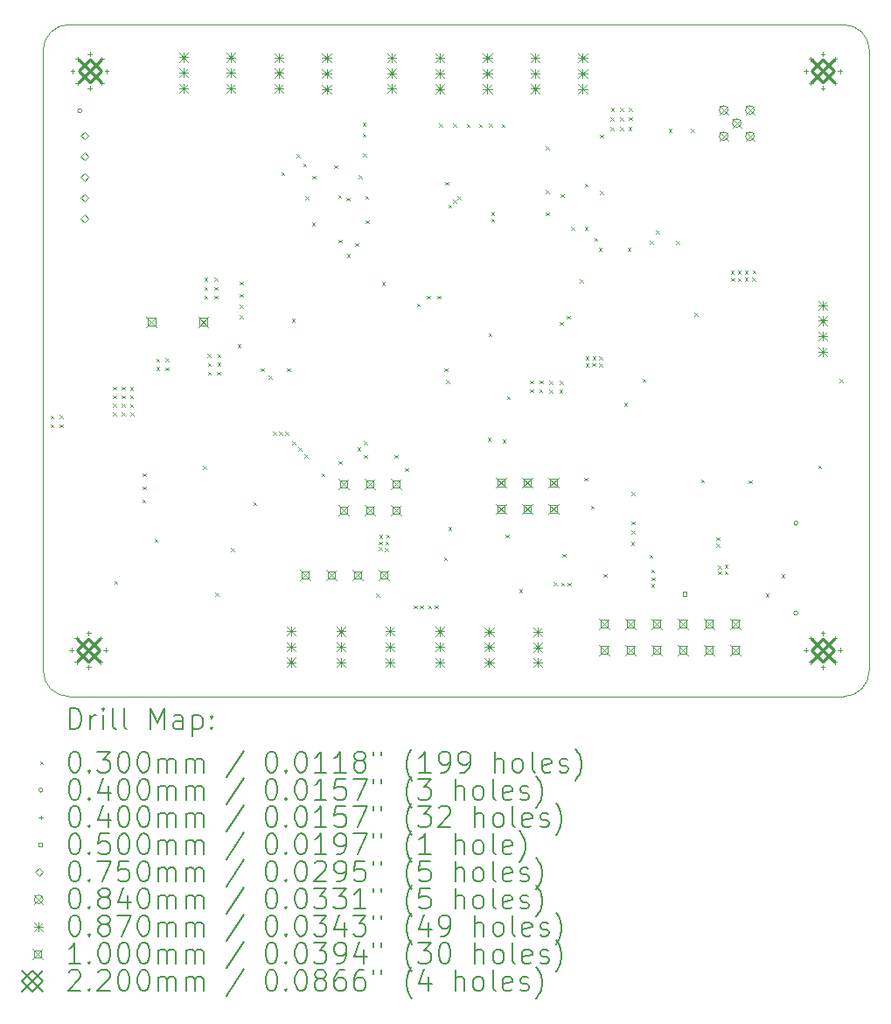
<source format=gbr>
%TF.GenerationSoftware,KiCad,Pcbnew,8.0.3-8.0.3-0~ubuntu22.04.1*%
%TF.CreationDate,2024-08-07T12:57:56+03:00*%
%TF.ProjectId,control_body,636f6e74-726f-46c5-9f62-6f64792e6b69,rev?*%
%TF.SameCoordinates,Original*%
%TF.FileFunction,Drillmap*%
%TF.FilePolarity,Positive*%
%FSLAX45Y45*%
G04 Gerber Fmt 4.5, Leading zero omitted, Abs format (unit mm)*
G04 Created by KiCad (PCBNEW 8.0.3-8.0.3-0~ubuntu22.04.1) date 2024-08-07 12:57:56*
%MOMM*%
%LPD*%
G01*
G04 APERTURE LIST*
%ADD10C,0.050000*%
%ADD11C,0.200000*%
%ADD12C,0.100000*%
%ADD13C,0.220000*%
G04 APERTURE END LIST*
D10*
X11000000Y-6250000D02*
X18500000Y-6250000D01*
X11000000Y-12750000D02*
G75*
G02*
X10750000Y-12500000I0J250000D01*
G01*
X10750000Y-6500000D02*
G75*
G02*
X11000000Y-6250000I250000J0D01*
G01*
X10750000Y-12500000D02*
X10750000Y-6500000D01*
X18500000Y-6250000D02*
G75*
G02*
X18750000Y-6500000I0J-250000D01*
G01*
X18500000Y-12750000D02*
X11000000Y-12750000D01*
X18750000Y-12500000D02*
G75*
G02*
X18500000Y-12750000I-250000J0D01*
G01*
X18750000Y-6500000D02*
X18750000Y-12500000D01*
D11*
D12*
X10821000Y-10030000D02*
X10851000Y-10060000D01*
X10851000Y-10030000D02*
X10821000Y-10060000D01*
X10821000Y-10117000D02*
X10851000Y-10147000D01*
X10851000Y-10117000D02*
X10821000Y-10147000D01*
X10911000Y-10029000D02*
X10941000Y-10059000D01*
X10941000Y-10029000D02*
X10911000Y-10059000D01*
X10912000Y-10116000D02*
X10942000Y-10146000D01*
X10942000Y-10116000D02*
X10912000Y-10146000D01*
X11426000Y-9836000D02*
X11456000Y-9866000D01*
X11456000Y-9836000D02*
X11426000Y-9866000D01*
X11426000Y-9919000D02*
X11456000Y-9949000D01*
X11456000Y-9919000D02*
X11426000Y-9949000D01*
X11426000Y-10000000D02*
X11456000Y-10030000D01*
X11456000Y-10000000D02*
X11426000Y-10030000D01*
X11427000Y-9754000D02*
X11457000Y-9784000D01*
X11457000Y-9754000D02*
X11427000Y-9784000D01*
X11437000Y-11632000D02*
X11467000Y-11662000D01*
X11467000Y-11632000D02*
X11437000Y-11662000D01*
X11509000Y-9837000D02*
X11539000Y-9867000D01*
X11539000Y-9837000D02*
X11509000Y-9867000D01*
X11511000Y-9919000D02*
X11541000Y-9949000D01*
X11541000Y-9919000D02*
X11511000Y-9949000D01*
X11512000Y-9754000D02*
X11542000Y-9784000D01*
X11542000Y-9754000D02*
X11512000Y-9784000D01*
X11513000Y-10000000D02*
X11543000Y-10030000D01*
X11543000Y-10000000D02*
X11513000Y-10030000D01*
X11592000Y-9755000D02*
X11622000Y-9785000D01*
X11622000Y-9755000D02*
X11592000Y-9785000D01*
X11592000Y-9836000D02*
X11622000Y-9866000D01*
X11622000Y-9836000D02*
X11592000Y-9866000D01*
X11592000Y-9920000D02*
X11622000Y-9950000D01*
X11622000Y-9920000D02*
X11592000Y-9950000D01*
X11595000Y-10000000D02*
X11625000Y-10030000D01*
X11625000Y-10000000D02*
X11595000Y-10030000D01*
X11710000Y-10843000D02*
X11740000Y-10873000D01*
X11740000Y-10843000D02*
X11710000Y-10873000D01*
X11713000Y-10589000D02*
X11743000Y-10619000D01*
X11743000Y-10589000D02*
X11713000Y-10619000D01*
X11713000Y-10716000D02*
X11743000Y-10746000D01*
X11743000Y-10716000D02*
X11713000Y-10746000D01*
X11830000Y-11224000D02*
X11860000Y-11254000D01*
X11860000Y-11224000D02*
X11830000Y-11254000D01*
X11844000Y-9481000D02*
X11874000Y-9511000D01*
X11874000Y-9481000D02*
X11844000Y-9511000D01*
X11845000Y-9563000D02*
X11875000Y-9593000D01*
X11875000Y-9563000D02*
X11845000Y-9593000D01*
X11933000Y-9566000D02*
X11963000Y-9596000D01*
X11963000Y-9566000D02*
X11933000Y-9596000D01*
X11934000Y-9476000D02*
X11964000Y-9506000D01*
X11964000Y-9476000D02*
X11934000Y-9506000D01*
X12296000Y-10520000D02*
X12326000Y-10550000D01*
X12326000Y-10520000D02*
X12296000Y-10550000D01*
X12311000Y-8872000D02*
X12341000Y-8902000D01*
X12341000Y-8872000D02*
X12311000Y-8902000D01*
X12312000Y-8699000D02*
X12342000Y-8729000D01*
X12342000Y-8699000D02*
X12312000Y-8729000D01*
X12312000Y-8788000D02*
X12342000Y-8818000D01*
X12342000Y-8788000D02*
X12312000Y-8818000D01*
X12342000Y-9436000D02*
X12372000Y-9466000D01*
X12372000Y-9436000D02*
X12342000Y-9466000D01*
X12344000Y-9522000D02*
X12374000Y-9552000D01*
X12374000Y-9522000D02*
X12344000Y-9552000D01*
X12344000Y-9609000D02*
X12374000Y-9639000D01*
X12374000Y-9609000D02*
X12344000Y-9639000D01*
X12409000Y-8872000D02*
X12439000Y-8902000D01*
X12439000Y-8872000D02*
X12409000Y-8902000D01*
X12410000Y-8697000D02*
X12440000Y-8727000D01*
X12440000Y-8697000D02*
X12410000Y-8727000D01*
X12410000Y-8787000D02*
X12440000Y-8817000D01*
X12440000Y-8787000D02*
X12410000Y-8817000D01*
X12418000Y-11746000D02*
X12448000Y-11776000D01*
X12448000Y-11746000D02*
X12418000Y-11776000D01*
X12435000Y-9608000D02*
X12465000Y-9638000D01*
X12465000Y-9608000D02*
X12435000Y-9638000D01*
X12437000Y-9438000D02*
X12467000Y-9468000D01*
X12467000Y-9438000D02*
X12437000Y-9468000D01*
X12437000Y-9520000D02*
X12467000Y-9550000D01*
X12467000Y-9520000D02*
X12437000Y-9550000D01*
X12571000Y-11315000D02*
X12601000Y-11345000D01*
X12601000Y-11315000D02*
X12571000Y-11345000D01*
X12631000Y-9340000D02*
X12661000Y-9370000D01*
X12661000Y-9340000D02*
X12631000Y-9370000D01*
X12653000Y-8959000D02*
X12683000Y-8989000D01*
X12683000Y-8959000D02*
X12653000Y-8989000D01*
X12653000Y-9061000D02*
X12683000Y-9091000D01*
X12683000Y-9061000D02*
X12653000Y-9091000D01*
X12655000Y-8855000D02*
X12685000Y-8885000D01*
X12685000Y-8855000D02*
X12655000Y-8885000D01*
X12656000Y-8735000D02*
X12686000Y-8765000D01*
X12686000Y-8735000D02*
X12656000Y-8765000D01*
X12786000Y-10871000D02*
X12816000Y-10901000D01*
X12816000Y-10871000D02*
X12786000Y-10901000D01*
X12858000Y-9574000D02*
X12888000Y-9604000D01*
X12888000Y-9574000D02*
X12858000Y-9604000D01*
X12935000Y-9648000D02*
X12965000Y-9678000D01*
X12965000Y-9648000D02*
X12935000Y-9678000D01*
X12975000Y-10186000D02*
X13005000Y-10216000D01*
X13005000Y-10186000D02*
X12975000Y-10216000D01*
X13034000Y-10186000D02*
X13064000Y-10216000D01*
X13064000Y-10186000D02*
X13034000Y-10216000D01*
X13055000Y-7677000D02*
X13085000Y-7707000D01*
X13085000Y-7677000D02*
X13055000Y-7707000D01*
X13096000Y-10186000D02*
X13126000Y-10216000D01*
X13126000Y-10186000D02*
X13096000Y-10216000D01*
X13110000Y-9574000D02*
X13140000Y-9604000D01*
X13140000Y-9574000D02*
X13110000Y-9604000D01*
X13159000Y-9095000D02*
X13189000Y-9125000D01*
X13189000Y-9095000D02*
X13159000Y-9125000D01*
X13163000Y-10280000D02*
X13193000Y-10310000D01*
X13193000Y-10280000D02*
X13163000Y-10310000D01*
X13202000Y-7505000D02*
X13232000Y-7535000D01*
X13232000Y-7505000D02*
X13202000Y-7535000D01*
X13220000Y-10342000D02*
X13250000Y-10372000D01*
X13250000Y-10342000D02*
X13220000Y-10372000D01*
X13268000Y-7594000D02*
X13298000Y-7624000D01*
X13298000Y-7594000D02*
X13268000Y-7624000D01*
X13280000Y-10408000D02*
X13310000Y-10438000D01*
X13310000Y-10408000D02*
X13280000Y-10438000D01*
X13287000Y-7912000D02*
X13317000Y-7942000D01*
X13317000Y-7912000D02*
X13287000Y-7942000D01*
X13351000Y-8166000D02*
X13381000Y-8196000D01*
X13381000Y-8166000D02*
X13351000Y-8196000D01*
X13355000Y-7711000D02*
X13385000Y-7741000D01*
X13385000Y-7711000D02*
X13355000Y-7741000D01*
X13447000Y-10589000D02*
X13477000Y-10619000D01*
X13477000Y-10589000D02*
X13447000Y-10619000D01*
X13567000Y-7609000D02*
X13597000Y-7639000D01*
X13597000Y-7609000D02*
X13567000Y-7639000D01*
X13608000Y-7897000D02*
X13638000Y-7927000D01*
X13638000Y-7897000D02*
X13608000Y-7927000D01*
X13609000Y-8331000D02*
X13639000Y-8361000D01*
X13639000Y-8331000D02*
X13609000Y-8361000D01*
X13610000Y-10471000D02*
X13640000Y-10501000D01*
X13640000Y-10471000D02*
X13610000Y-10501000D01*
X13686000Y-7924000D02*
X13716000Y-7954000D01*
X13716000Y-7924000D02*
X13686000Y-7954000D01*
X13691000Y-8471000D02*
X13721000Y-8501000D01*
X13721000Y-8471000D02*
X13691000Y-8501000D01*
X13770000Y-8362000D02*
X13800000Y-8392000D01*
X13800000Y-8362000D02*
X13770000Y-8392000D01*
X13792000Y-10342000D02*
X13822000Y-10372000D01*
X13822000Y-10342000D02*
X13792000Y-10372000D01*
X13806000Y-7706000D02*
X13836000Y-7736000D01*
X13836000Y-7706000D02*
X13806000Y-7736000D01*
X13843000Y-7201000D02*
X13873000Y-7231000D01*
X13873000Y-7201000D02*
X13843000Y-7231000D01*
X13844000Y-7307000D02*
X13874000Y-7337000D01*
X13874000Y-7307000D02*
X13844000Y-7337000D01*
X13847000Y-7494000D02*
X13877000Y-7524000D01*
X13877000Y-7494000D02*
X13847000Y-7524000D01*
X13856000Y-10280000D02*
X13886000Y-10310000D01*
X13886000Y-10280000D02*
X13856000Y-10310000D01*
X13858000Y-10411000D02*
X13888000Y-10441000D01*
X13888000Y-10411000D02*
X13858000Y-10441000D01*
X13870000Y-7906000D02*
X13900000Y-7936000D01*
X13900000Y-7906000D02*
X13870000Y-7936000D01*
X13873000Y-8145000D02*
X13903000Y-8175000D01*
X13903000Y-8145000D02*
X13873000Y-8175000D01*
X13974000Y-11756000D02*
X14004000Y-11786000D01*
X14004000Y-11756000D02*
X13974000Y-11786000D01*
X13999000Y-11251000D02*
X14029000Y-11281000D01*
X14029000Y-11251000D02*
X13999000Y-11281000D01*
X13999000Y-11307000D02*
X14029000Y-11337000D01*
X14029000Y-11307000D02*
X13999000Y-11337000D01*
X14003000Y-11189000D02*
X14033000Y-11219000D01*
X14033000Y-11189000D02*
X14003000Y-11219000D01*
X14029000Y-8741000D02*
X14059000Y-8771000D01*
X14059000Y-8741000D02*
X14029000Y-8771000D01*
X14061000Y-11312000D02*
X14091000Y-11342000D01*
X14091000Y-11312000D02*
X14061000Y-11342000D01*
X14063000Y-11249000D02*
X14093000Y-11279000D01*
X14093000Y-11249000D02*
X14063000Y-11279000D01*
X14072000Y-11182000D02*
X14102000Y-11212000D01*
X14102000Y-11182000D02*
X14072000Y-11212000D01*
X14151000Y-10411000D02*
X14181000Y-10441000D01*
X14181000Y-10411000D02*
X14151000Y-10441000D01*
X14254000Y-10539000D02*
X14284000Y-10569000D01*
X14284000Y-10539000D02*
X14254000Y-10569000D01*
X14339000Y-11870000D02*
X14369000Y-11900000D01*
X14369000Y-11870000D02*
X14339000Y-11900000D01*
X14370000Y-8949000D02*
X14400000Y-8979000D01*
X14400000Y-8949000D02*
X14370000Y-8979000D01*
X14400000Y-11867000D02*
X14430000Y-11897000D01*
X14430000Y-11867000D02*
X14400000Y-11897000D01*
X14467000Y-8872000D02*
X14497000Y-8902000D01*
X14497000Y-8872000D02*
X14467000Y-8902000D01*
X14480000Y-11869000D02*
X14510000Y-11899000D01*
X14510000Y-11869000D02*
X14480000Y-11899000D01*
X14544000Y-11870000D02*
X14574000Y-11900000D01*
X14574000Y-11870000D02*
X14544000Y-11900000D01*
X14568000Y-8870000D02*
X14598000Y-8900000D01*
X14598000Y-8870000D02*
X14568000Y-8900000D01*
X14582000Y-7210000D02*
X14612000Y-7240000D01*
X14612000Y-7210000D02*
X14582000Y-7240000D01*
X14631000Y-11403000D02*
X14661000Y-11433000D01*
X14661000Y-11403000D02*
X14631000Y-11433000D01*
X14633000Y-9575000D02*
X14663000Y-9605000D01*
X14663000Y-9575000D02*
X14633000Y-9605000D01*
X14642000Y-7771000D02*
X14672000Y-7801000D01*
X14672000Y-7771000D02*
X14642000Y-7801000D01*
X14652000Y-9690000D02*
X14682000Y-9720000D01*
X14682000Y-9690000D02*
X14652000Y-9720000D01*
X14673000Y-7990000D02*
X14703000Y-8020000D01*
X14703000Y-7990000D02*
X14673000Y-8020000D01*
X14673000Y-11110000D02*
X14703000Y-11140000D01*
X14703000Y-11110000D02*
X14673000Y-11140000D01*
X14719000Y-7946000D02*
X14749000Y-7976000D01*
X14749000Y-7946000D02*
X14719000Y-7976000D01*
X14722000Y-7210000D02*
X14752000Y-7240000D01*
X14752000Y-7210000D02*
X14722000Y-7240000D01*
X14763000Y-7910000D02*
X14793000Y-7940000D01*
X14793000Y-7910000D02*
X14763000Y-7940000D01*
X14852000Y-7211000D02*
X14882000Y-7241000D01*
X14882000Y-7211000D02*
X14852000Y-7241000D01*
X14970000Y-7213000D02*
X15000000Y-7243000D01*
X15000000Y-7213000D02*
X14970000Y-7243000D01*
X15054000Y-10247000D02*
X15084000Y-10277000D01*
X15084000Y-10247000D02*
X15054000Y-10277000D01*
X15062000Y-9235000D02*
X15092000Y-9265000D01*
X15092000Y-9235000D02*
X15062000Y-9265000D01*
X15068000Y-7210000D02*
X15098000Y-7240000D01*
X15098000Y-7210000D02*
X15068000Y-7240000D01*
X15087000Y-8065000D02*
X15117000Y-8095000D01*
X15117000Y-8065000D02*
X15087000Y-8095000D01*
X15088000Y-8126000D02*
X15118000Y-8156000D01*
X15118000Y-8126000D02*
X15088000Y-8156000D01*
X15190000Y-7213000D02*
X15220000Y-7243000D01*
X15220000Y-7213000D02*
X15190000Y-7243000D01*
X15198000Y-10263000D02*
X15228000Y-10293000D01*
X15228000Y-10263000D02*
X15198000Y-10293000D01*
X15228000Y-11184000D02*
X15258000Y-11214000D01*
X15258000Y-11184000D02*
X15228000Y-11214000D01*
X15242000Y-9846000D02*
X15272000Y-9876000D01*
X15272000Y-9846000D02*
X15242000Y-9876000D01*
X15359000Y-11714000D02*
X15389000Y-11744000D01*
X15389000Y-11714000D02*
X15359000Y-11744000D01*
X15464000Y-9776000D02*
X15494000Y-9806000D01*
X15494000Y-9776000D02*
X15464000Y-9806000D01*
X15467000Y-9693000D02*
X15497000Y-9723000D01*
X15497000Y-9693000D02*
X15467000Y-9723000D01*
X15555000Y-9779000D02*
X15585000Y-9809000D01*
X15585000Y-9779000D02*
X15555000Y-9809000D01*
X15556000Y-9693000D02*
X15586000Y-9723000D01*
X15586000Y-9693000D02*
X15556000Y-9723000D01*
X15616000Y-8068000D02*
X15646000Y-8098000D01*
X15646000Y-8068000D02*
X15616000Y-8098000D01*
X15617000Y-7427000D02*
X15647000Y-7457000D01*
X15647000Y-7427000D02*
X15617000Y-7457000D01*
X15617000Y-7852000D02*
X15647000Y-7882000D01*
X15647000Y-7852000D02*
X15617000Y-7882000D01*
X15652000Y-9695000D02*
X15682000Y-9725000D01*
X15682000Y-9695000D02*
X15652000Y-9725000D01*
X15653000Y-9780000D02*
X15683000Y-9810000D01*
X15683000Y-9780000D02*
X15653000Y-9810000D01*
X15694000Y-11646000D02*
X15724000Y-11676000D01*
X15724000Y-11646000D02*
X15694000Y-11676000D01*
X15749000Y-9781000D02*
X15779000Y-9811000D01*
X15779000Y-9781000D02*
X15749000Y-9811000D01*
X15751000Y-9699000D02*
X15781000Y-9729000D01*
X15781000Y-9699000D02*
X15751000Y-9729000D01*
X15753000Y-9126000D02*
X15783000Y-9156000D01*
X15783000Y-9126000D02*
X15753000Y-9156000D01*
X15762000Y-7890000D02*
X15792000Y-7920000D01*
X15792000Y-7890000D02*
X15762000Y-7920000D01*
X15766000Y-11648000D02*
X15796000Y-11678000D01*
X15796000Y-11648000D02*
X15766000Y-11678000D01*
X15776000Y-11370000D02*
X15806000Y-11400000D01*
X15806000Y-11370000D02*
X15776000Y-11400000D01*
X15820000Y-9066000D02*
X15850000Y-9096000D01*
X15850000Y-9066000D02*
X15820000Y-9096000D01*
X15830000Y-11647000D02*
X15860000Y-11677000D01*
X15860000Y-11647000D02*
X15830000Y-11677000D01*
X15863000Y-8209000D02*
X15893000Y-8239000D01*
X15893000Y-8209000D02*
X15863000Y-8239000D01*
X15948000Y-8715000D02*
X15978000Y-8745000D01*
X15978000Y-8715000D02*
X15948000Y-8745000D01*
X15992000Y-10631000D02*
X16022000Y-10661000D01*
X16022000Y-10631000D02*
X15992000Y-10661000D01*
X15994000Y-7789000D02*
X16024000Y-7819000D01*
X16024000Y-7789000D02*
X15994000Y-7819000D01*
X15994000Y-8208000D02*
X16024000Y-8238000D01*
X16024000Y-8208000D02*
X15994000Y-8238000D01*
X16003000Y-9461000D02*
X16033000Y-9491000D01*
X16033000Y-9461000D02*
X16003000Y-9491000D01*
X16003000Y-9528000D02*
X16033000Y-9558000D01*
X16033000Y-9528000D02*
X16003000Y-9558000D01*
X16054000Y-10905000D02*
X16084000Y-10935000D01*
X16084000Y-10905000D02*
X16054000Y-10935000D01*
X16067000Y-9524000D02*
X16097000Y-9554000D01*
X16097000Y-9524000D02*
X16067000Y-9554000D01*
X16070000Y-9458000D02*
X16100000Y-9488000D01*
X16100000Y-9458000D02*
X16070000Y-9488000D01*
X16087000Y-8312000D02*
X16117000Y-8342000D01*
X16117000Y-8312000D02*
X16087000Y-8342000D01*
X16128000Y-8409000D02*
X16158000Y-8439000D01*
X16158000Y-8409000D02*
X16128000Y-8439000D01*
X16133000Y-9461000D02*
X16163000Y-9491000D01*
X16163000Y-9461000D02*
X16133000Y-9491000D01*
X16133000Y-9528000D02*
X16163000Y-9558000D01*
X16163000Y-9528000D02*
X16133000Y-9558000D01*
X16141000Y-7859000D02*
X16171000Y-7889000D01*
X16171000Y-7859000D02*
X16141000Y-7889000D01*
X16142000Y-7312000D02*
X16172000Y-7342000D01*
X16172000Y-7312000D02*
X16142000Y-7342000D01*
X16174000Y-11565000D02*
X16204000Y-11595000D01*
X16204000Y-11565000D02*
X16174000Y-11595000D01*
X16244000Y-7241000D02*
X16274000Y-7271000D01*
X16274000Y-7241000D02*
X16244000Y-7271000D01*
X16245000Y-7148000D02*
X16275000Y-7178000D01*
X16275000Y-7148000D02*
X16245000Y-7178000D01*
X16248000Y-7057000D02*
X16278000Y-7087000D01*
X16278000Y-7057000D02*
X16248000Y-7087000D01*
X16336000Y-7147000D02*
X16366000Y-7177000D01*
X16366000Y-7147000D02*
X16336000Y-7177000D01*
X16337000Y-7056000D02*
X16367000Y-7086000D01*
X16367000Y-7056000D02*
X16337000Y-7086000D01*
X16337000Y-7241000D02*
X16367000Y-7271000D01*
X16367000Y-7241000D02*
X16337000Y-7271000D01*
X16376000Y-9907000D02*
X16406000Y-9937000D01*
X16406000Y-9907000D02*
X16376000Y-9937000D01*
X16407000Y-8409000D02*
X16437000Y-8439000D01*
X16437000Y-8409000D02*
X16407000Y-8439000D01*
X16419000Y-7240000D02*
X16449000Y-7270000D01*
X16449000Y-7240000D02*
X16419000Y-7270000D01*
X16421000Y-7056000D02*
X16451000Y-7086000D01*
X16451000Y-7056000D02*
X16421000Y-7086000D01*
X16421000Y-7146000D02*
X16451000Y-7176000D01*
X16451000Y-7146000D02*
X16421000Y-7176000D01*
X16444000Y-11253000D02*
X16474000Y-11283000D01*
X16474000Y-11253000D02*
X16444000Y-11283000D01*
X16445000Y-11055000D02*
X16475000Y-11085000D01*
X16475000Y-11055000D02*
X16445000Y-11085000D01*
X16445000Y-11146000D02*
X16475000Y-11176000D01*
X16475000Y-11146000D02*
X16445000Y-11176000D01*
X16447000Y-10773000D02*
X16477000Y-10803000D01*
X16477000Y-10773000D02*
X16447000Y-10803000D01*
X16551000Y-9677000D02*
X16581000Y-9707000D01*
X16581000Y-9677000D02*
X16551000Y-9707000D01*
X16621000Y-11377000D02*
X16651000Y-11407000D01*
X16651000Y-11377000D02*
X16621000Y-11407000D01*
X16627000Y-8342000D02*
X16657000Y-8372000D01*
X16657000Y-8342000D02*
X16627000Y-8372000D01*
X16637000Y-11660000D02*
X16667000Y-11690000D01*
X16667000Y-11660000D02*
X16637000Y-11690000D01*
X16639000Y-11521000D02*
X16669000Y-11551000D01*
X16669000Y-11521000D02*
X16639000Y-11551000D01*
X16640000Y-11597000D02*
X16670000Y-11627000D01*
X16670000Y-11597000D02*
X16640000Y-11627000D01*
X16685000Y-8242000D02*
X16715000Y-8272000D01*
X16715000Y-8242000D02*
X16685000Y-8272000D01*
X16805000Y-7258000D02*
X16835000Y-7288000D01*
X16835000Y-7258000D02*
X16805000Y-7288000D01*
X16879000Y-8342000D02*
X16909000Y-8372000D01*
X16909000Y-8342000D02*
X16879000Y-8372000D01*
X17022000Y-7258000D02*
X17052000Y-7288000D01*
X17052000Y-7258000D02*
X17022000Y-7288000D01*
X17057000Y-9037000D02*
X17087000Y-9067000D01*
X17087000Y-9037000D02*
X17057000Y-9067000D01*
X17120000Y-10650000D02*
X17150000Y-10680000D01*
X17150000Y-10650000D02*
X17120000Y-10680000D01*
X17266000Y-11210000D02*
X17296000Y-11240000D01*
X17296000Y-11210000D02*
X17266000Y-11240000D01*
X17268000Y-11273000D02*
X17298000Y-11303000D01*
X17298000Y-11273000D02*
X17268000Y-11303000D01*
X17286000Y-11482000D02*
X17316000Y-11512000D01*
X17316000Y-11482000D02*
X17286000Y-11512000D01*
X17287000Y-11539000D02*
X17317000Y-11569000D01*
X17317000Y-11539000D02*
X17287000Y-11569000D01*
X17347000Y-11477000D02*
X17377000Y-11507000D01*
X17377000Y-11477000D02*
X17347000Y-11507000D01*
X17347000Y-11538000D02*
X17377000Y-11568000D01*
X17377000Y-11538000D02*
X17347000Y-11568000D01*
X17407000Y-8631000D02*
X17437000Y-8661000D01*
X17437000Y-8631000D02*
X17407000Y-8661000D01*
X17414000Y-8704000D02*
X17444000Y-8734000D01*
X17444000Y-8704000D02*
X17414000Y-8734000D01*
X17476000Y-8629000D02*
X17506000Y-8659000D01*
X17506000Y-8629000D02*
X17476000Y-8659000D01*
X17476000Y-8702000D02*
X17506000Y-8732000D01*
X17506000Y-8702000D02*
X17476000Y-8732000D01*
X17542000Y-8628000D02*
X17572000Y-8658000D01*
X17572000Y-8628000D02*
X17542000Y-8658000D01*
X17544000Y-8698000D02*
X17574000Y-8728000D01*
X17574000Y-8698000D02*
X17544000Y-8728000D01*
X17581000Y-10657000D02*
X17611000Y-10687000D01*
X17611000Y-10657000D02*
X17581000Y-10687000D01*
X17616000Y-8697000D02*
X17646000Y-8727000D01*
X17646000Y-8697000D02*
X17616000Y-8727000D01*
X17619000Y-8627000D02*
X17649000Y-8657000D01*
X17649000Y-8627000D02*
X17619000Y-8657000D01*
X17745000Y-11753000D02*
X17775000Y-11783000D01*
X17775000Y-11753000D02*
X17745000Y-11783000D01*
X17898000Y-11566000D02*
X17928000Y-11596000D01*
X17928000Y-11566000D02*
X17898000Y-11596000D01*
X18253000Y-10516000D02*
X18283000Y-10546000D01*
X18283000Y-10516000D02*
X18253000Y-10546000D01*
X18463000Y-9681000D02*
X18493000Y-9711000D01*
X18493000Y-9681000D02*
X18463000Y-9711000D01*
X11124000Y-7081000D02*
G75*
G02*
X11084000Y-7081000I-20000J0D01*
G01*
X11084000Y-7081000D02*
G75*
G02*
X11124000Y-7081000I20000J0D01*
G01*
X18059000Y-11073000D02*
G75*
G02*
X18019000Y-11073000I-20000J0D01*
G01*
X18019000Y-11073000D02*
G75*
G02*
X18059000Y-11073000I20000J0D01*
G01*
X18059000Y-11943000D02*
G75*
G02*
X18019000Y-11943000I-20000J0D01*
G01*
X18019000Y-11943000D02*
G75*
G02*
X18059000Y-11943000I20000J0D01*
G01*
X11025000Y-12280000D02*
X11025000Y-12320000D01*
X11005000Y-12300000D02*
X11045000Y-12300000D01*
X11035000Y-6680000D02*
X11035000Y-6720000D01*
X11015000Y-6700000D02*
X11055000Y-6700000D01*
X11073327Y-12163327D02*
X11073327Y-12203327D01*
X11053327Y-12183327D02*
X11093327Y-12183327D01*
X11073327Y-12396673D02*
X11073327Y-12436673D01*
X11053327Y-12416673D02*
X11093327Y-12416673D01*
X11083327Y-6563327D02*
X11083327Y-6603327D01*
X11063327Y-6583327D02*
X11103327Y-6583327D01*
X11083327Y-6796673D02*
X11083327Y-6836673D01*
X11063327Y-6816673D02*
X11103327Y-6816673D01*
X11190000Y-12115000D02*
X11190000Y-12155000D01*
X11170000Y-12135000D02*
X11210000Y-12135000D01*
X11190000Y-12445000D02*
X11190000Y-12485000D01*
X11170000Y-12465000D02*
X11210000Y-12465000D01*
X11200000Y-6515000D02*
X11200000Y-6555000D01*
X11180000Y-6535000D02*
X11220000Y-6535000D01*
X11200000Y-6845000D02*
X11200000Y-6885000D01*
X11180000Y-6865000D02*
X11220000Y-6865000D01*
X11306673Y-12163327D02*
X11306673Y-12203327D01*
X11286673Y-12183327D02*
X11326673Y-12183327D01*
X11306673Y-12396673D02*
X11306673Y-12436673D01*
X11286673Y-12416673D02*
X11326673Y-12416673D01*
X11316673Y-6563327D02*
X11316673Y-6603327D01*
X11296673Y-6583327D02*
X11336673Y-6583327D01*
X11316673Y-6796673D02*
X11316673Y-6836673D01*
X11296673Y-6816673D02*
X11336673Y-6816673D01*
X11355000Y-12280000D02*
X11355000Y-12320000D01*
X11335000Y-12300000D02*
X11375000Y-12300000D01*
X11365000Y-6680000D02*
X11365000Y-6720000D01*
X11345000Y-6700000D02*
X11385000Y-6700000D01*
X18135000Y-6680000D02*
X18135000Y-6720000D01*
X18115000Y-6700000D02*
X18155000Y-6700000D01*
X18135000Y-12280000D02*
X18135000Y-12320000D01*
X18115000Y-12300000D02*
X18155000Y-12300000D01*
X18183327Y-6563327D02*
X18183327Y-6603327D01*
X18163327Y-6583327D02*
X18203327Y-6583327D01*
X18183327Y-6796673D02*
X18183327Y-6836673D01*
X18163327Y-6816673D02*
X18203327Y-6816673D01*
X18183327Y-12163327D02*
X18183327Y-12203327D01*
X18163327Y-12183327D02*
X18203327Y-12183327D01*
X18183327Y-12396673D02*
X18183327Y-12436673D01*
X18163327Y-12416673D02*
X18203327Y-12416673D01*
X18300000Y-6515000D02*
X18300000Y-6555000D01*
X18280000Y-6535000D02*
X18320000Y-6535000D01*
X18300000Y-6845000D02*
X18300000Y-6885000D01*
X18280000Y-6865000D02*
X18320000Y-6865000D01*
X18300000Y-12115000D02*
X18300000Y-12155000D01*
X18280000Y-12135000D02*
X18320000Y-12135000D01*
X18300000Y-12445000D02*
X18300000Y-12485000D01*
X18280000Y-12465000D02*
X18320000Y-12465000D01*
X18416673Y-6563327D02*
X18416673Y-6603327D01*
X18396673Y-6583327D02*
X18436673Y-6583327D01*
X18416673Y-6796673D02*
X18416673Y-6836673D01*
X18396673Y-6816673D02*
X18436673Y-6816673D01*
X18416673Y-12163327D02*
X18416673Y-12203327D01*
X18396673Y-12183327D02*
X18436673Y-12183327D01*
X18416673Y-12396673D02*
X18416673Y-12436673D01*
X18396673Y-12416673D02*
X18436673Y-12416673D01*
X18465000Y-6680000D02*
X18465000Y-6720000D01*
X18445000Y-6700000D02*
X18485000Y-6700000D01*
X18465000Y-12280000D02*
X18465000Y-12320000D01*
X18445000Y-12300000D02*
X18485000Y-12300000D01*
X16981678Y-11773678D02*
X16981678Y-11738322D01*
X16946322Y-11738322D01*
X16946322Y-11773678D01*
X16981678Y-11773678D01*
X11150000Y-7362500D02*
X11187500Y-7325000D01*
X11150000Y-7287500D01*
X11112500Y-7325000D01*
X11150000Y-7362500D01*
X11150000Y-7562500D02*
X11187500Y-7525000D01*
X11150000Y-7487500D01*
X11112500Y-7525000D01*
X11150000Y-7562500D01*
X11150000Y-7762500D02*
X11187500Y-7725000D01*
X11150000Y-7687500D01*
X11112500Y-7725000D01*
X11150000Y-7762500D01*
X11150000Y-7962500D02*
X11187500Y-7925000D01*
X11150000Y-7887500D01*
X11112500Y-7925000D01*
X11150000Y-7962500D01*
X11150000Y-8162500D02*
X11187500Y-8125000D01*
X11150000Y-8087500D01*
X11112500Y-8125000D01*
X11150000Y-8162500D01*
X17297000Y-7034000D02*
X17381000Y-7118000D01*
X17381000Y-7034000D02*
X17297000Y-7118000D01*
X17381000Y-7076000D02*
G75*
G02*
X17297000Y-7076000I-42000J0D01*
G01*
X17297000Y-7076000D02*
G75*
G02*
X17381000Y-7076000I42000J0D01*
G01*
X17297000Y-7288000D02*
X17381000Y-7372000D01*
X17381000Y-7288000D02*
X17297000Y-7372000D01*
X17381000Y-7330000D02*
G75*
G02*
X17297000Y-7330000I-42000J0D01*
G01*
X17297000Y-7330000D02*
G75*
G02*
X17381000Y-7330000I42000J0D01*
G01*
X17424000Y-7161000D02*
X17508000Y-7245000D01*
X17508000Y-7161000D02*
X17424000Y-7245000D01*
X17508000Y-7203000D02*
G75*
G02*
X17424000Y-7203000I-42000J0D01*
G01*
X17424000Y-7203000D02*
G75*
G02*
X17508000Y-7203000I42000J0D01*
G01*
X17551000Y-7034000D02*
X17635000Y-7118000D01*
X17635000Y-7034000D02*
X17551000Y-7118000D01*
X17635000Y-7076000D02*
G75*
G02*
X17551000Y-7076000I-42000J0D01*
G01*
X17551000Y-7076000D02*
G75*
G02*
X17635000Y-7076000I42000J0D01*
G01*
X17551000Y-7288000D02*
X17635000Y-7372000D01*
X17635000Y-7288000D02*
X17551000Y-7372000D01*
X17635000Y-7330000D02*
G75*
G02*
X17551000Y-7330000I-42000J0D01*
G01*
X17551000Y-7330000D02*
G75*
G02*
X17635000Y-7330000I42000J0D01*
G01*
X12064500Y-6522500D02*
X12151500Y-6609500D01*
X12151500Y-6522500D02*
X12064500Y-6609500D01*
X12108000Y-6522500D02*
X12108000Y-6609500D01*
X12064500Y-6566000D02*
X12151500Y-6566000D01*
X12064500Y-6672500D02*
X12151500Y-6759500D01*
X12151500Y-6672500D02*
X12064500Y-6759500D01*
X12108000Y-6672500D02*
X12108000Y-6759500D01*
X12064500Y-6716000D02*
X12151500Y-6716000D01*
X12064500Y-6822500D02*
X12151500Y-6909500D01*
X12151500Y-6822500D02*
X12064500Y-6909500D01*
X12108000Y-6822500D02*
X12108000Y-6909500D01*
X12064500Y-6866000D02*
X12151500Y-6866000D01*
X12526500Y-6523500D02*
X12613500Y-6610500D01*
X12613500Y-6523500D02*
X12526500Y-6610500D01*
X12570000Y-6523500D02*
X12570000Y-6610500D01*
X12526500Y-6567000D02*
X12613500Y-6567000D01*
X12526500Y-6673500D02*
X12613500Y-6760500D01*
X12613500Y-6673500D02*
X12526500Y-6760500D01*
X12570000Y-6673500D02*
X12570000Y-6760500D01*
X12526500Y-6717000D02*
X12613500Y-6717000D01*
X12526500Y-6823500D02*
X12613500Y-6910500D01*
X12613500Y-6823500D02*
X12526500Y-6910500D01*
X12570000Y-6823500D02*
X12570000Y-6910500D01*
X12526500Y-6867000D02*
X12613500Y-6867000D01*
X12987500Y-6525500D02*
X13074500Y-6612500D01*
X13074500Y-6525500D02*
X12987500Y-6612500D01*
X13031000Y-6525500D02*
X13031000Y-6612500D01*
X12987500Y-6569000D02*
X13074500Y-6569000D01*
X12987500Y-6675500D02*
X13074500Y-6762500D01*
X13074500Y-6675500D02*
X12987500Y-6762500D01*
X13031000Y-6675500D02*
X13031000Y-6762500D01*
X12987500Y-6719000D02*
X13074500Y-6719000D01*
X12987500Y-6825500D02*
X13074500Y-6912500D01*
X13074500Y-6825500D02*
X12987500Y-6912500D01*
X13031000Y-6825500D02*
X13031000Y-6912500D01*
X12987500Y-6869000D02*
X13074500Y-6869000D01*
X13109500Y-12074500D02*
X13196500Y-12161500D01*
X13196500Y-12074500D02*
X13109500Y-12161500D01*
X13153000Y-12074500D02*
X13153000Y-12161500D01*
X13109500Y-12118000D02*
X13196500Y-12118000D01*
X13109500Y-12224500D02*
X13196500Y-12311500D01*
X13196500Y-12224500D02*
X13109500Y-12311500D01*
X13153000Y-12224500D02*
X13153000Y-12311500D01*
X13109500Y-12268000D02*
X13196500Y-12268000D01*
X13109500Y-12374500D02*
X13196500Y-12461500D01*
X13196500Y-12374500D02*
X13109500Y-12461500D01*
X13153000Y-12374500D02*
X13153000Y-12461500D01*
X13109500Y-12418000D02*
X13196500Y-12418000D01*
X13451500Y-6529500D02*
X13538500Y-6616500D01*
X13538500Y-6529500D02*
X13451500Y-6616500D01*
X13495000Y-6529500D02*
X13495000Y-6616500D01*
X13451500Y-6573000D02*
X13538500Y-6573000D01*
X13451500Y-6679500D02*
X13538500Y-6766500D01*
X13538500Y-6679500D02*
X13451500Y-6766500D01*
X13495000Y-6679500D02*
X13495000Y-6766500D01*
X13451500Y-6723000D02*
X13538500Y-6723000D01*
X13451500Y-6829500D02*
X13538500Y-6916500D01*
X13538500Y-6829500D02*
X13451500Y-6916500D01*
X13495000Y-6829500D02*
X13495000Y-6916500D01*
X13451500Y-6873000D02*
X13538500Y-6873000D01*
X13588500Y-12076500D02*
X13675500Y-12163500D01*
X13675500Y-12076500D02*
X13588500Y-12163500D01*
X13632000Y-12076500D02*
X13632000Y-12163500D01*
X13588500Y-12120000D02*
X13675500Y-12120000D01*
X13588500Y-12226500D02*
X13675500Y-12313500D01*
X13675500Y-12226500D02*
X13588500Y-12313500D01*
X13632000Y-12226500D02*
X13632000Y-12313500D01*
X13588500Y-12270000D02*
X13675500Y-12270000D01*
X13588500Y-12376500D02*
X13675500Y-12463500D01*
X13675500Y-12376500D02*
X13588500Y-12463500D01*
X13632000Y-12376500D02*
X13632000Y-12463500D01*
X13588500Y-12420000D02*
X13675500Y-12420000D01*
X14065500Y-12075500D02*
X14152500Y-12162500D01*
X14152500Y-12075500D02*
X14065500Y-12162500D01*
X14109000Y-12075500D02*
X14109000Y-12162500D01*
X14065500Y-12119000D02*
X14152500Y-12119000D01*
X14065500Y-12225500D02*
X14152500Y-12312500D01*
X14152500Y-12225500D02*
X14065500Y-12312500D01*
X14109000Y-12225500D02*
X14109000Y-12312500D01*
X14065500Y-12269000D02*
X14152500Y-12269000D01*
X14065500Y-12375500D02*
X14152500Y-12462500D01*
X14152500Y-12375500D02*
X14065500Y-12462500D01*
X14109000Y-12375500D02*
X14109000Y-12462500D01*
X14065500Y-12419000D02*
X14152500Y-12419000D01*
X14082500Y-6526500D02*
X14169500Y-6613500D01*
X14169500Y-6526500D02*
X14082500Y-6613500D01*
X14126000Y-6526500D02*
X14126000Y-6613500D01*
X14082500Y-6570000D02*
X14169500Y-6570000D01*
X14082500Y-6676500D02*
X14169500Y-6763500D01*
X14169500Y-6676500D02*
X14082500Y-6763500D01*
X14126000Y-6676500D02*
X14126000Y-6763500D01*
X14082500Y-6720000D02*
X14169500Y-6720000D01*
X14082500Y-6826500D02*
X14169500Y-6913500D01*
X14169500Y-6826500D02*
X14082500Y-6913500D01*
X14126000Y-6826500D02*
X14126000Y-6913500D01*
X14082500Y-6870000D02*
X14169500Y-6870000D01*
X14545500Y-6528500D02*
X14632500Y-6615500D01*
X14632500Y-6528500D02*
X14545500Y-6615500D01*
X14589000Y-6528500D02*
X14589000Y-6615500D01*
X14545500Y-6572000D02*
X14632500Y-6572000D01*
X14545500Y-6678500D02*
X14632500Y-6765500D01*
X14632500Y-6678500D02*
X14545500Y-6765500D01*
X14589000Y-6678500D02*
X14589000Y-6765500D01*
X14545500Y-6722000D02*
X14632500Y-6722000D01*
X14545500Y-6828500D02*
X14632500Y-6915500D01*
X14632500Y-6828500D02*
X14545500Y-6915500D01*
X14589000Y-6828500D02*
X14589000Y-6915500D01*
X14545500Y-6872000D02*
X14632500Y-6872000D01*
X14546500Y-12076500D02*
X14633500Y-12163500D01*
X14633500Y-12076500D02*
X14546500Y-12163500D01*
X14590000Y-12076500D02*
X14590000Y-12163500D01*
X14546500Y-12120000D02*
X14633500Y-12120000D01*
X14546500Y-12226500D02*
X14633500Y-12313500D01*
X14633500Y-12226500D02*
X14546500Y-12313500D01*
X14590000Y-12226500D02*
X14590000Y-12313500D01*
X14546500Y-12270000D02*
X14633500Y-12270000D01*
X14546500Y-12376500D02*
X14633500Y-12463500D01*
X14633500Y-12376500D02*
X14546500Y-12463500D01*
X14590000Y-12376500D02*
X14590000Y-12463500D01*
X14546500Y-12420000D02*
X14633500Y-12420000D01*
X15008500Y-6528500D02*
X15095500Y-6615500D01*
X15095500Y-6528500D02*
X15008500Y-6615500D01*
X15052000Y-6528500D02*
X15052000Y-6615500D01*
X15008500Y-6572000D02*
X15095500Y-6572000D01*
X15008500Y-6678500D02*
X15095500Y-6765500D01*
X15095500Y-6678500D02*
X15008500Y-6765500D01*
X15052000Y-6678500D02*
X15052000Y-6765500D01*
X15008500Y-6722000D02*
X15095500Y-6722000D01*
X15008500Y-6828500D02*
X15095500Y-6915500D01*
X15095500Y-6828500D02*
X15008500Y-6915500D01*
X15052000Y-6828500D02*
X15052000Y-6915500D01*
X15008500Y-6872000D02*
X15095500Y-6872000D01*
X15024500Y-12078500D02*
X15111500Y-12165500D01*
X15111500Y-12078500D02*
X15024500Y-12165500D01*
X15068000Y-12078500D02*
X15068000Y-12165500D01*
X15024500Y-12122000D02*
X15111500Y-12122000D01*
X15024500Y-12228500D02*
X15111500Y-12315500D01*
X15111500Y-12228500D02*
X15024500Y-12315500D01*
X15068000Y-12228500D02*
X15068000Y-12315500D01*
X15024500Y-12272000D02*
X15111500Y-12272000D01*
X15024500Y-12378500D02*
X15111500Y-12465500D01*
X15111500Y-12378500D02*
X15024500Y-12465500D01*
X15068000Y-12378500D02*
X15068000Y-12465500D01*
X15024500Y-12422000D02*
X15111500Y-12422000D01*
X15469500Y-6527500D02*
X15556500Y-6614500D01*
X15556500Y-6527500D02*
X15469500Y-6614500D01*
X15513000Y-6527500D02*
X15513000Y-6614500D01*
X15469500Y-6571000D02*
X15556500Y-6571000D01*
X15469500Y-6677500D02*
X15556500Y-6764500D01*
X15556500Y-6677500D02*
X15469500Y-6764500D01*
X15513000Y-6677500D02*
X15513000Y-6764500D01*
X15469500Y-6721000D02*
X15556500Y-6721000D01*
X15469500Y-6827500D02*
X15556500Y-6914500D01*
X15556500Y-6827500D02*
X15469500Y-6914500D01*
X15513000Y-6827500D02*
X15513000Y-6914500D01*
X15469500Y-6871000D02*
X15556500Y-6871000D01*
X15497500Y-12080500D02*
X15584500Y-12167500D01*
X15584500Y-12080500D02*
X15497500Y-12167500D01*
X15541000Y-12080500D02*
X15541000Y-12167500D01*
X15497500Y-12124000D02*
X15584500Y-12124000D01*
X15497500Y-12230500D02*
X15584500Y-12317500D01*
X15584500Y-12230500D02*
X15497500Y-12317500D01*
X15541000Y-12230500D02*
X15541000Y-12317500D01*
X15497500Y-12274000D02*
X15584500Y-12274000D01*
X15497500Y-12380500D02*
X15584500Y-12467500D01*
X15584500Y-12380500D02*
X15497500Y-12467500D01*
X15541000Y-12380500D02*
X15541000Y-12467500D01*
X15497500Y-12424000D02*
X15584500Y-12424000D01*
X15930500Y-6528500D02*
X16017500Y-6615500D01*
X16017500Y-6528500D02*
X15930500Y-6615500D01*
X15974000Y-6528500D02*
X15974000Y-6615500D01*
X15930500Y-6572000D02*
X16017500Y-6572000D01*
X15930500Y-6678500D02*
X16017500Y-6765500D01*
X16017500Y-6678500D02*
X15930500Y-6765500D01*
X15974000Y-6678500D02*
X15974000Y-6765500D01*
X15930500Y-6722000D02*
X16017500Y-6722000D01*
X15930500Y-6828500D02*
X16017500Y-6915500D01*
X16017500Y-6828500D02*
X15930500Y-6915500D01*
X15974000Y-6828500D02*
X15974000Y-6915500D01*
X15930500Y-6872000D02*
X16017500Y-6872000D01*
X18258500Y-8920500D02*
X18345500Y-9007500D01*
X18345500Y-8920500D02*
X18258500Y-9007500D01*
X18302000Y-8920500D02*
X18302000Y-9007500D01*
X18258500Y-8964000D02*
X18345500Y-8964000D01*
X18258500Y-9070500D02*
X18345500Y-9157500D01*
X18345500Y-9070500D02*
X18258500Y-9157500D01*
X18302000Y-9070500D02*
X18302000Y-9157500D01*
X18258500Y-9114000D02*
X18345500Y-9114000D01*
X18258500Y-9220500D02*
X18345500Y-9307500D01*
X18345500Y-9220500D02*
X18258500Y-9307500D01*
X18302000Y-9220500D02*
X18302000Y-9307500D01*
X18258500Y-9264000D02*
X18345500Y-9264000D01*
X18258500Y-9370500D02*
X18345500Y-9457500D01*
X18345500Y-9370500D02*
X18258500Y-9457500D01*
X18302000Y-9370500D02*
X18302000Y-9457500D01*
X18258500Y-9414000D02*
X18345500Y-9414000D01*
X11750000Y-9075000D02*
X11850000Y-9175000D01*
X11850000Y-9075000D02*
X11750000Y-9175000D01*
X11835356Y-9160356D02*
X11835356Y-9089644D01*
X11764644Y-9089644D01*
X11764644Y-9160356D01*
X11835356Y-9160356D01*
X12250000Y-9075000D02*
X12350000Y-9175000D01*
X12350000Y-9075000D02*
X12250000Y-9175000D01*
X12335356Y-9160356D02*
X12335356Y-9089644D01*
X12264644Y-9089644D01*
X12264644Y-9160356D01*
X12335356Y-9160356D01*
X13238000Y-11525000D02*
X13338000Y-11625000D01*
X13338000Y-11525000D02*
X13238000Y-11625000D01*
X13323356Y-11610356D02*
X13323356Y-11539644D01*
X13252644Y-11539644D01*
X13252644Y-11610356D01*
X13323356Y-11610356D01*
X13492000Y-11525000D02*
X13592000Y-11625000D01*
X13592000Y-11525000D02*
X13492000Y-11625000D01*
X13577356Y-11610356D02*
X13577356Y-11539644D01*
X13506644Y-11539644D01*
X13506644Y-11610356D01*
X13577356Y-11610356D01*
X13607500Y-10646500D02*
X13707500Y-10746500D01*
X13707500Y-10646500D02*
X13607500Y-10746500D01*
X13692856Y-10731856D02*
X13692856Y-10661144D01*
X13622144Y-10661144D01*
X13622144Y-10731856D01*
X13692856Y-10731856D01*
X13607500Y-10900500D02*
X13707500Y-11000500D01*
X13707500Y-10900500D02*
X13607500Y-11000500D01*
X13692856Y-10985856D02*
X13692856Y-10915144D01*
X13622144Y-10915144D01*
X13622144Y-10985856D01*
X13692856Y-10985856D01*
X13746000Y-11525000D02*
X13846000Y-11625000D01*
X13846000Y-11525000D02*
X13746000Y-11625000D01*
X13831356Y-11610356D02*
X13831356Y-11539644D01*
X13760644Y-11539644D01*
X13760644Y-11610356D01*
X13831356Y-11610356D01*
X13861500Y-10646500D02*
X13961500Y-10746500D01*
X13961500Y-10646500D02*
X13861500Y-10746500D01*
X13946856Y-10731856D02*
X13946856Y-10661144D01*
X13876144Y-10661144D01*
X13876144Y-10731856D01*
X13946856Y-10731856D01*
X13861500Y-10900500D02*
X13961500Y-11000500D01*
X13961500Y-10900500D02*
X13861500Y-11000500D01*
X13946856Y-10985856D02*
X13946856Y-10915144D01*
X13876144Y-10915144D01*
X13876144Y-10985856D01*
X13946856Y-10985856D01*
X14000000Y-11525000D02*
X14100000Y-11625000D01*
X14100000Y-11525000D02*
X14000000Y-11625000D01*
X14085356Y-11610356D02*
X14085356Y-11539644D01*
X14014644Y-11539644D01*
X14014644Y-11610356D01*
X14085356Y-11610356D01*
X14115500Y-10646500D02*
X14215500Y-10746500D01*
X14215500Y-10646500D02*
X14115500Y-10746500D01*
X14200856Y-10731856D02*
X14200856Y-10661144D01*
X14130144Y-10661144D01*
X14130144Y-10731856D01*
X14200856Y-10731856D01*
X14115500Y-10900500D02*
X14215500Y-11000500D01*
X14215500Y-10900500D02*
X14115500Y-11000500D01*
X14200856Y-10985856D02*
X14200856Y-10915144D01*
X14130144Y-10915144D01*
X14130144Y-10985856D01*
X14200856Y-10985856D01*
X15133000Y-10631000D02*
X15233000Y-10731000D01*
X15233000Y-10631000D02*
X15133000Y-10731000D01*
X15218356Y-10716356D02*
X15218356Y-10645644D01*
X15147644Y-10645644D01*
X15147644Y-10716356D01*
X15218356Y-10716356D01*
X15133000Y-10885000D02*
X15233000Y-10985000D01*
X15233000Y-10885000D02*
X15133000Y-10985000D01*
X15218356Y-10970356D02*
X15218356Y-10899644D01*
X15147644Y-10899644D01*
X15147644Y-10970356D01*
X15218356Y-10970356D01*
X15387000Y-10631000D02*
X15487000Y-10731000D01*
X15487000Y-10631000D02*
X15387000Y-10731000D01*
X15472356Y-10716356D02*
X15472356Y-10645644D01*
X15401644Y-10645644D01*
X15401644Y-10716356D01*
X15472356Y-10716356D01*
X15387000Y-10885000D02*
X15487000Y-10985000D01*
X15487000Y-10885000D02*
X15387000Y-10985000D01*
X15472356Y-10970356D02*
X15472356Y-10899644D01*
X15401644Y-10899644D01*
X15401644Y-10970356D01*
X15472356Y-10970356D01*
X15641000Y-10631000D02*
X15741000Y-10731000D01*
X15741000Y-10631000D02*
X15641000Y-10731000D01*
X15726356Y-10716356D02*
X15726356Y-10645644D01*
X15655644Y-10645644D01*
X15655644Y-10716356D01*
X15726356Y-10716356D01*
X15641000Y-10885000D02*
X15741000Y-10985000D01*
X15741000Y-10885000D02*
X15641000Y-10985000D01*
X15726356Y-10970356D02*
X15726356Y-10899644D01*
X15655644Y-10899644D01*
X15655644Y-10970356D01*
X15726356Y-10970356D01*
X16130000Y-11996000D02*
X16230000Y-12096000D01*
X16230000Y-11996000D02*
X16130000Y-12096000D01*
X16215356Y-12081356D02*
X16215356Y-12010644D01*
X16144644Y-12010644D01*
X16144644Y-12081356D01*
X16215356Y-12081356D01*
X16130000Y-12250000D02*
X16230000Y-12350000D01*
X16230000Y-12250000D02*
X16130000Y-12350000D01*
X16215356Y-12335356D02*
X16215356Y-12264644D01*
X16144644Y-12264644D01*
X16144644Y-12335356D01*
X16215356Y-12335356D01*
X16384000Y-11996000D02*
X16484000Y-12096000D01*
X16484000Y-11996000D02*
X16384000Y-12096000D01*
X16469356Y-12081356D02*
X16469356Y-12010644D01*
X16398644Y-12010644D01*
X16398644Y-12081356D01*
X16469356Y-12081356D01*
X16384000Y-12250000D02*
X16484000Y-12350000D01*
X16484000Y-12250000D02*
X16384000Y-12350000D01*
X16469356Y-12335356D02*
X16469356Y-12264644D01*
X16398644Y-12264644D01*
X16398644Y-12335356D01*
X16469356Y-12335356D01*
X16638000Y-11996000D02*
X16738000Y-12096000D01*
X16738000Y-11996000D02*
X16638000Y-12096000D01*
X16723356Y-12081356D02*
X16723356Y-12010644D01*
X16652644Y-12010644D01*
X16652644Y-12081356D01*
X16723356Y-12081356D01*
X16638000Y-12250000D02*
X16738000Y-12350000D01*
X16738000Y-12250000D02*
X16638000Y-12350000D01*
X16723356Y-12335356D02*
X16723356Y-12264644D01*
X16652644Y-12264644D01*
X16652644Y-12335356D01*
X16723356Y-12335356D01*
X16892000Y-11996000D02*
X16992000Y-12096000D01*
X16992000Y-11996000D02*
X16892000Y-12096000D01*
X16977356Y-12081356D02*
X16977356Y-12010644D01*
X16906644Y-12010644D01*
X16906644Y-12081356D01*
X16977356Y-12081356D01*
X16892000Y-12250000D02*
X16992000Y-12350000D01*
X16992000Y-12250000D02*
X16892000Y-12350000D01*
X16977356Y-12335356D02*
X16977356Y-12264644D01*
X16906644Y-12264644D01*
X16906644Y-12335356D01*
X16977356Y-12335356D01*
X17146000Y-11996000D02*
X17246000Y-12096000D01*
X17246000Y-11996000D02*
X17146000Y-12096000D01*
X17231356Y-12081356D02*
X17231356Y-12010644D01*
X17160644Y-12010644D01*
X17160644Y-12081356D01*
X17231356Y-12081356D01*
X17146000Y-12250000D02*
X17246000Y-12350000D01*
X17246000Y-12250000D02*
X17146000Y-12350000D01*
X17231356Y-12335356D02*
X17231356Y-12264644D01*
X17160644Y-12264644D01*
X17160644Y-12335356D01*
X17231356Y-12335356D01*
X17400000Y-11996000D02*
X17500000Y-12096000D01*
X17500000Y-11996000D02*
X17400000Y-12096000D01*
X17485356Y-12081356D02*
X17485356Y-12010644D01*
X17414644Y-12010644D01*
X17414644Y-12081356D01*
X17485356Y-12081356D01*
X17400000Y-12250000D02*
X17500000Y-12350000D01*
X17500000Y-12250000D02*
X17400000Y-12350000D01*
X17485356Y-12335356D02*
X17485356Y-12264644D01*
X17414644Y-12264644D01*
X17414644Y-12335356D01*
X17485356Y-12335356D01*
D13*
X11080000Y-12190000D02*
X11300000Y-12410000D01*
X11300000Y-12190000D02*
X11080000Y-12410000D01*
X11190000Y-12410000D02*
X11300000Y-12300000D01*
X11190000Y-12190000D01*
X11080000Y-12300000D01*
X11190000Y-12410000D01*
X11090000Y-6590000D02*
X11310000Y-6810000D01*
X11310000Y-6590000D02*
X11090000Y-6810000D01*
X11200000Y-6810000D02*
X11310000Y-6700000D01*
X11200000Y-6590000D01*
X11090000Y-6700000D01*
X11200000Y-6810000D01*
X18190000Y-6590000D02*
X18410000Y-6810000D01*
X18410000Y-6590000D02*
X18190000Y-6810000D01*
X18300000Y-6810000D02*
X18410000Y-6700000D01*
X18300000Y-6590000D01*
X18190000Y-6700000D01*
X18300000Y-6810000D01*
X18190000Y-12190000D02*
X18410000Y-12410000D01*
X18410000Y-12190000D02*
X18190000Y-12410000D01*
X18300000Y-12410000D02*
X18410000Y-12300000D01*
X18300000Y-12190000D01*
X18190000Y-12300000D01*
X18300000Y-12410000D01*
D11*
X11008277Y-13063984D02*
X11008277Y-12863984D01*
X11008277Y-12863984D02*
X11055896Y-12863984D01*
X11055896Y-12863984D02*
X11084467Y-12873508D01*
X11084467Y-12873508D02*
X11103515Y-12892555D01*
X11103515Y-12892555D02*
X11113039Y-12911603D01*
X11113039Y-12911603D02*
X11122563Y-12949698D01*
X11122563Y-12949698D02*
X11122563Y-12978269D01*
X11122563Y-12978269D02*
X11113039Y-13016365D01*
X11113039Y-13016365D02*
X11103515Y-13035412D01*
X11103515Y-13035412D02*
X11084467Y-13054460D01*
X11084467Y-13054460D02*
X11055896Y-13063984D01*
X11055896Y-13063984D02*
X11008277Y-13063984D01*
X11208277Y-13063984D02*
X11208277Y-12930650D01*
X11208277Y-12968746D02*
X11217801Y-12949698D01*
X11217801Y-12949698D02*
X11227324Y-12940174D01*
X11227324Y-12940174D02*
X11246372Y-12930650D01*
X11246372Y-12930650D02*
X11265420Y-12930650D01*
X11332086Y-13063984D02*
X11332086Y-12930650D01*
X11332086Y-12863984D02*
X11322562Y-12873508D01*
X11322562Y-12873508D02*
X11332086Y-12883031D01*
X11332086Y-12883031D02*
X11341610Y-12873508D01*
X11341610Y-12873508D02*
X11332086Y-12863984D01*
X11332086Y-12863984D02*
X11332086Y-12883031D01*
X11455896Y-13063984D02*
X11436848Y-13054460D01*
X11436848Y-13054460D02*
X11427324Y-13035412D01*
X11427324Y-13035412D02*
X11427324Y-12863984D01*
X11560658Y-13063984D02*
X11541610Y-13054460D01*
X11541610Y-13054460D02*
X11532086Y-13035412D01*
X11532086Y-13035412D02*
X11532086Y-12863984D01*
X11789229Y-13063984D02*
X11789229Y-12863984D01*
X11789229Y-12863984D02*
X11855896Y-13006841D01*
X11855896Y-13006841D02*
X11922562Y-12863984D01*
X11922562Y-12863984D02*
X11922562Y-13063984D01*
X12103515Y-13063984D02*
X12103515Y-12959222D01*
X12103515Y-12959222D02*
X12093991Y-12940174D01*
X12093991Y-12940174D02*
X12074943Y-12930650D01*
X12074943Y-12930650D02*
X12036848Y-12930650D01*
X12036848Y-12930650D02*
X12017801Y-12940174D01*
X12103515Y-13054460D02*
X12084467Y-13063984D01*
X12084467Y-13063984D02*
X12036848Y-13063984D01*
X12036848Y-13063984D02*
X12017801Y-13054460D01*
X12017801Y-13054460D02*
X12008277Y-13035412D01*
X12008277Y-13035412D02*
X12008277Y-13016365D01*
X12008277Y-13016365D02*
X12017801Y-12997317D01*
X12017801Y-12997317D02*
X12036848Y-12987793D01*
X12036848Y-12987793D02*
X12084467Y-12987793D01*
X12084467Y-12987793D02*
X12103515Y-12978269D01*
X12198753Y-12930650D02*
X12198753Y-13130650D01*
X12198753Y-12940174D02*
X12217801Y-12930650D01*
X12217801Y-12930650D02*
X12255896Y-12930650D01*
X12255896Y-12930650D02*
X12274943Y-12940174D01*
X12274943Y-12940174D02*
X12284467Y-12949698D01*
X12284467Y-12949698D02*
X12293991Y-12968746D01*
X12293991Y-12968746D02*
X12293991Y-13025888D01*
X12293991Y-13025888D02*
X12284467Y-13044936D01*
X12284467Y-13044936D02*
X12274943Y-13054460D01*
X12274943Y-13054460D02*
X12255896Y-13063984D01*
X12255896Y-13063984D02*
X12217801Y-13063984D01*
X12217801Y-13063984D02*
X12198753Y-13054460D01*
X12379705Y-13044936D02*
X12389229Y-13054460D01*
X12389229Y-13054460D02*
X12379705Y-13063984D01*
X12379705Y-13063984D02*
X12370182Y-13054460D01*
X12370182Y-13054460D02*
X12379705Y-13044936D01*
X12379705Y-13044936D02*
X12379705Y-13063984D01*
X12379705Y-12940174D02*
X12389229Y-12949698D01*
X12389229Y-12949698D02*
X12379705Y-12959222D01*
X12379705Y-12959222D02*
X12370182Y-12949698D01*
X12370182Y-12949698D02*
X12379705Y-12940174D01*
X12379705Y-12940174D02*
X12379705Y-12959222D01*
D12*
X10717500Y-13377500D02*
X10747500Y-13407500D01*
X10747500Y-13377500D02*
X10717500Y-13407500D01*
D11*
X11046372Y-13283984D02*
X11065420Y-13283984D01*
X11065420Y-13283984D02*
X11084467Y-13293508D01*
X11084467Y-13293508D02*
X11093991Y-13303031D01*
X11093991Y-13303031D02*
X11103515Y-13322079D01*
X11103515Y-13322079D02*
X11113039Y-13360174D01*
X11113039Y-13360174D02*
X11113039Y-13407793D01*
X11113039Y-13407793D02*
X11103515Y-13445888D01*
X11103515Y-13445888D02*
X11093991Y-13464936D01*
X11093991Y-13464936D02*
X11084467Y-13474460D01*
X11084467Y-13474460D02*
X11065420Y-13483984D01*
X11065420Y-13483984D02*
X11046372Y-13483984D01*
X11046372Y-13483984D02*
X11027324Y-13474460D01*
X11027324Y-13474460D02*
X11017801Y-13464936D01*
X11017801Y-13464936D02*
X11008277Y-13445888D01*
X11008277Y-13445888D02*
X10998753Y-13407793D01*
X10998753Y-13407793D02*
X10998753Y-13360174D01*
X10998753Y-13360174D02*
X11008277Y-13322079D01*
X11008277Y-13322079D02*
X11017801Y-13303031D01*
X11017801Y-13303031D02*
X11027324Y-13293508D01*
X11027324Y-13293508D02*
X11046372Y-13283984D01*
X11198753Y-13464936D02*
X11208277Y-13474460D01*
X11208277Y-13474460D02*
X11198753Y-13483984D01*
X11198753Y-13483984D02*
X11189229Y-13474460D01*
X11189229Y-13474460D02*
X11198753Y-13464936D01*
X11198753Y-13464936D02*
X11198753Y-13483984D01*
X11274943Y-13283984D02*
X11398753Y-13283984D01*
X11398753Y-13283984D02*
X11332086Y-13360174D01*
X11332086Y-13360174D02*
X11360658Y-13360174D01*
X11360658Y-13360174D02*
X11379705Y-13369698D01*
X11379705Y-13369698D02*
X11389229Y-13379222D01*
X11389229Y-13379222D02*
X11398753Y-13398269D01*
X11398753Y-13398269D02*
X11398753Y-13445888D01*
X11398753Y-13445888D02*
X11389229Y-13464936D01*
X11389229Y-13464936D02*
X11379705Y-13474460D01*
X11379705Y-13474460D02*
X11360658Y-13483984D01*
X11360658Y-13483984D02*
X11303515Y-13483984D01*
X11303515Y-13483984D02*
X11284467Y-13474460D01*
X11284467Y-13474460D02*
X11274943Y-13464936D01*
X11522562Y-13283984D02*
X11541610Y-13283984D01*
X11541610Y-13283984D02*
X11560658Y-13293508D01*
X11560658Y-13293508D02*
X11570182Y-13303031D01*
X11570182Y-13303031D02*
X11579705Y-13322079D01*
X11579705Y-13322079D02*
X11589229Y-13360174D01*
X11589229Y-13360174D02*
X11589229Y-13407793D01*
X11589229Y-13407793D02*
X11579705Y-13445888D01*
X11579705Y-13445888D02*
X11570182Y-13464936D01*
X11570182Y-13464936D02*
X11560658Y-13474460D01*
X11560658Y-13474460D02*
X11541610Y-13483984D01*
X11541610Y-13483984D02*
X11522562Y-13483984D01*
X11522562Y-13483984D02*
X11503515Y-13474460D01*
X11503515Y-13474460D02*
X11493991Y-13464936D01*
X11493991Y-13464936D02*
X11484467Y-13445888D01*
X11484467Y-13445888D02*
X11474943Y-13407793D01*
X11474943Y-13407793D02*
X11474943Y-13360174D01*
X11474943Y-13360174D02*
X11484467Y-13322079D01*
X11484467Y-13322079D02*
X11493991Y-13303031D01*
X11493991Y-13303031D02*
X11503515Y-13293508D01*
X11503515Y-13293508D02*
X11522562Y-13283984D01*
X11713039Y-13283984D02*
X11732086Y-13283984D01*
X11732086Y-13283984D02*
X11751134Y-13293508D01*
X11751134Y-13293508D02*
X11760658Y-13303031D01*
X11760658Y-13303031D02*
X11770182Y-13322079D01*
X11770182Y-13322079D02*
X11779705Y-13360174D01*
X11779705Y-13360174D02*
X11779705Y-13407793D01*
X11779705Y-13407793D02*
X11770182Y-13445888D01*
X11770182Y-13445888D02*
X11760658Y-13464936D01*
X11760658Y-13464936D02*
X11751134Y-13474460D01*
X11751134Y-13474460D02*
X11732086Y-13483984D01*
X11732086Y-13483984D02*
X11713039Y-13483984D01*
X11713039Y-13483984D02*
X11693991Y-13474460D01*
X11693991Y-13474460D02*
X11684467Y-13464936D01*
X11684467Y-13464936D02*
X11674943Y-13445888D01*
X11674943Y-13445888D02*
X11665420Y-13407793D01*
X11665420Y-13407793D02*
X11665420Y-13360174D01*
X11665420Y-13360174D02*
X11674943Y-13322079D01*
X11674943Y-13322079D02*
X11684467Y-13303031D01*
X11684467Y-13303031D02*
X11693991Y-13293508D01*
X11693991Y-13293508D02*
X11713039Y-13283984D01*
X11865420Y-13483984D02*
X11865420Y-13350650D01*
X11865420Y-13369698D02*
X11874943Y-13360174D01*
X11874943Y-13360174D02*
X11893991Y-13350650D01*
X11893991Y-13350650D02*
X11922563Y-13350650D01*
X11922563Y-13350650D02*
X11941610Y-13360174D01*
X11941610Y-13360174D02*
X11951134Y-13379222D01*
X11951134Y-13379222D02*
X11951134Y-13483984D01*
X11951134Y-13379222D02*
X11960658Y-13360174D01*
X11960658Y-13360174D02*
X11979705Y-13350650D01*
X11979705Y-13350650D02*
X12008277Y-13350650D01*
X12008277Y-13350650D02*
X12027324Y-13360174D01*
X12027324Y-13360174D02*
X12036848Y-13379222D01*
X12036848Y-13379222D02*
X12036848Y-13483984D01*
X12132086Y-13483984D02*
X12132086Y-13350650D01*
X12132086Y-13369698D02*
X12141610Y-13360174D01*
X12141610Y-13360174D02*
X12160658Y-13350650D01*
X12160658Y-13350650D02*
X12189229Y-13350650D01*
X12189229Y-13350650D02*
X12208277Y-13360174D01*
X12208277Y-13360174D02*
X12217801Y-13379222D01*
X12217801Y-13379222D02*
X12217801Y-13483984D01*
X12217801Y-13379222D02*
X12227324Y-13360174D01*
X12227324Y-13360174D02*
X12246372Y-13350650D01*
X12246372Y-13350650D02*
X12274943Y-13350650D01*
X12274943Y-13350650D02*
X12293991Y-13360174D01*
X12293991Y-13360174D02*
X12303515Y-13379222D01*
X12303515Y-13379222D02*
X12303515Y-13483984D01*
X12693991Y-13274460D02*
X12522563Y-13531603D01*
X12951134Y-13283984D02*
X12970182Y-13283984D01*
X12970182Y-13283984D02*
X12989229Y-13293508D01*
X12989229Y-13293508D02*
X12998753Y-13303031D01*
X12998753Y-13303031D02*
X13008277Y-13322079D01*
X13008277Y-13322079D02*
X13017801Y-13360174D01*
X13017801Y-13360174D02*
X13017801Y-13407793D01*
X13017801Y-13407793D02*
X13008277Y-13445888D01*
X13008277Y-13445888D02*
X12998753Y-13464936D01*
X12998753Y-13464936D02*
X12989229Y-13474460D01*
X12989229Y-13474460D02*
X12970182Y-13483984D01*
X12970182Y-13483984D02*
X12951134Y-13483984D01*
X12951134Y-13483984D02*
X12932086Y-13474460D01*
X12932086Y-13474460D02*
X12922563Y-13464936D01*
X12922563Y-13464936D02*
X12913039Y-13445888D01*
X12913039Y-13445888D02*
X12903515Y-13407793D01*
X12903515Y-13407793D02*
X12903515Y-13360174D01*
X12903515Y-13360174D02*
X12913039Y-13322079D01*
X12913039Y-13322079D02*
X12922563Y-13303031D01*
X12922563Y-13303031D02*
X12932086Y-13293508D01*
X12932086Y-13293508D02*
X12951134Y-13283984D01*
X13103515Y-13464936D02*
X13113039Y-13474460D01*
X13113039Y-13474460D02*
X13103515Y-13483984D01*
X13103515Y-13483984D02*
X13093991Y-13474460D01*
X13093991Y-13474460D02*
X13103515Y-13464936D01*
X13103515Y-13464936D02*
X13103515Y-13483984D01*
X13236848Y-13283984D02*
X13255896Y-13283984D01*
X13255896Y-13283984D02*
X13274944Y-13293508D01*
X13274944Y-13293508D02*
X13284467Y-13303031D01*
X13284467Y-13303031D02*
X13293991Y-13322079D01*
X13293991Y-13322079D02*
X13303515Y-13360174D01*
X13303515Y-13360174D02*
X13303515Y-13407793D01*
X13303515Y-13407793D02*
X13293991Y-13445888D01*
X13293991Y-13445888D02*
X13284467Y-13464936D01*
X13284467Y-13464936D02*
X13274944Y-13474460D01*
X13274944Y-13474460D02*
X13255896Y-13483984D01*
X13255896Y-13483984D02*
X13236848Y-13483984D01*
X13236848Y-13483984D02*
X13217801Y-13474460D01*
X13217801Y-13474460D02*
X13208277Y-13464936D01*
X13208277Y-13464936D02*
X13198753Y-13445888D01*
X13198753Y-13445888D02*
X13189229Y-13407793D01*
X13189229Y-13407793D02*
X13189229Y-13360174D01*
X13189229Y-13360174D02*
X13198753Y-13322079D01*
X13198753Y-13322079D02*
X13208277Y-13303031D01*
X13208277Y-13303031D02*
X13217801Y-13293508D01*
X13217801Y-13293508D02*
X13236848Y-13283984D01*
X13493991Y-13483984D02*
X13379706Y-13483984D01*
X13436848Y-13483984D02*
X13436848Y-13283984D01*
X13436848Y-13283984D02*
X13417801Y-13312555D01*
X13417801Y-13312555D02*
X13398753Y-13331603D01*
X13398753Y-13331603D02*
X13379706Y-13341127D01*
X13684467Y-13483984D02*
X13570182Y-13483984D01*
X13627325Y-13483984D02*
X13627325Y-13283984D01*
X13627325Y-13283984D02*
X13608277Y-13312555D01*
X13608277Y-13312555D02*
X13589229Y-13331603D01*
X13589229Y-13331603D02*
X13570182Y-13341127D01*
X13798753Y-13369698D02*
X13779706Y-13360174D01*
X13779706Y-13360174D02*
X13770182Y-13350650D01*
X13770182Y-13350650D02*
X13760658Y-13331603D01*
X13760658Y-13331603D02*
X13760658Y-13322079D01*
X13760658Y-13322079D02*
X13770182Y-13303031D01*
X13770182Y-13303031D02*
X13779706Y-13293508D01*
X13779706Y-13293508D02*
X13798753Y-13283984D01*
X13798753Y-13283984D02*
X13836848Y-13283984D01*
X13836848Y-13283984D02*
X13855896Y-13293508D01*
X13855896Y-13293508D02*
X13865420Y-13303031D01*
X13865420Y-13303031D02*
X13874944Y-13322079D01*
X13874944Y-13322079D02*
X13874944Y-13331603D01*
X13874944Y-13331603D02*
X13865420Y-13350650D01*
X13865420Y-13350650D02*
X13855896Y-13360174D01*
X13855896Y-13360174D02*
X13836848Y-13369698D01*
X13836848Y-13369698D02*
X13798753Y-13369698D01*
X13798753Y-13369698D02*
X13779706Y-13379222D01*
X13779706Y-13379222D02*
X13770182Y-13388746D01*
X13770182Y-13388746D02*
X13760658Y-13407793D01*
X13760658Y-13407793D02*
X13760658Y-13445888D01*
X13760658Y-13445888D02*
X13770182Y-13464936D01*
X13770182Y-13464936D02*
X13779706Y-13474460D01*
X13779706Y-13474460D02*
X13798753Y-13483984D01*
X13798753Y-13483984D02*
X13836848Y-13483984D01*
X13836848Y-13483984D02*
X13855896Y-13474460D01*
X13855896Y-13474460D02*
X13865420Y-13464936D01*
X13865420Y-13464936D02*
X13874944Y-13445888D01*
X13874944Y-13445888D02*
X13874944Y-13407793D01*
X13874944Y-13407793D02*
X13865420Y-13388746D01*
X13865420Y-13388746D02*
X13855896Y-13379222D01*
X13855896Y-13379222D02*
X13836848Y-13369698D01*
X13951134Y-13283984D02*
X13951134Y-13322079D01*
X14027325Y-13283984D02*
X14027325Y-13322079D01*
X14322563Y-13560174D02*
X14313039Y-13550650D01*
X14313039Y-13550650D02*
X14293991Y-13522079D01*
X14293991Y-13522079D02*
X14284468Y-13503031D01*
X14284468Y-13503031D02*
X14274944Y-13474460D01*
X14274944Y-13474460D02*
X14265420Y-13426841D01*
X14265420Y-13426841D02*
X14265420Y-13388746D01*
X14265420Y-13388746D02*
X14274944Y-13341127D01*
X14274944Y-13341127D02*
X14284468Y-13312555D01*
X14284468Y-13312555D02*
X14293991Y-13293508D01*
X14293991Y-13293508D02*
X14313039Y-13264936D01*
X14313039Y-13264936D02*
X14322563Y-13255412D01*
X14503515Y-13483984D02*
X14389229Y-13483984D01*
X14446372Y-13483984D02*
X14446372Y-13283984D01*
X14446372Y-13283984D02*
X14427325Y-13312555D01*
X14427325Y-13312555D02*
X14408277Y-13331603D01*
X14408277Y-13331603D02*
X14389229Y-13341127D01*
X14598753Y-13483984D02*
X14636848Y-13483984D01*
X14636848Y-13483984D02*
X14655896Y-13474460D01*
X14655896Y-13474460D02*
X14665420Y-13464936D01*
X14665420Y-13464936D02*
X14684468Y-13436365D01*
X14684468Y-13436365D02*
X14693991Y-13398269D01*
X14693991Y-13398269D02*
X14693991Y-13322079D01*
X14693991Y-13322079D02*
X14684468Y-13303031D01*
X14684468Y-13303031D02*
X14674944Y-13293508D01*
X14674944Y-13293508D02*
X14655896Y-13283984D01*
X14655896Y-13283984D02*
X14617801Y-13283984D01*
X14617801Y-13283984D02*
X14598753Y-13293508D01*
X14598753Y-13293508D02*
X14589229Y-13303031D01*
X14589229Y-13303031D02*
X14579706Y-13322079D01*
X14579706Y-13322079D02*
X14579706Y-13369698D01*
X14579706Y-13369698D02*
X14589229Y-13388746D01*
X14589229Y-13388746D02*
X14598753Y-13398269D01*
X14598753Y-13398269D02*
X14617801Y-13407793D01*
X14617801Y-13407793D02*
X14655896Y-13407793D01*
X14655896Y-13407793D02*
X14674944Y-13398269D01*
X14674944Y-13398269D02*
X14684468Y-13388746D01*
X14684468Y-13388746D02*
X14693991Y-13369698D01*
X14789229Y-13483984D02*
X14827325Y-13483984D01*
X14827325Y-13483984D02*
X14846372Y-13474460D01*
X14846372Y-13474460D02*
X14855896Y-13464936D01*
X14855896Y-13464936D02*
X14874944Y-13436365D01*
X14874944Y-13436365D02*
X14884468Y-13398269D01*
X14884468Y-13398269D02*
X14884468Y-13322079D01*
X14884468Y-13322079D02*
X14874944Y-13303031D01*
X14874944Y-13303031D02*
X14865420Y-13293508D01*
X14865420Y-13293508D02*
X14846372Y-13283984D01*
X14846372Y-13283984D02*
X14808277Y-13283984D01*
X14808277Y-13283984D02*
X14789229Y-13293508D01*
X14789229Y-13293508D02*
X14779706Y-13303031D01*
X14779706Y-13303031D02*
X14770182Y-13322079D01*
X14770182Y-13322079D02*
X14770182Y-13369698D01*
X14770182Y-13369698D02*
X14779706Y-13388746D01*
X14779706Y-13388746D02*
X14789229Y-13398269D01*
X14789229Y-13398269D02*
X14808277Y-13407793D01*
X14808277Y-13407793D02*
X14846372Y-13407793D01*
X14846372Y-13407793D02*
X14865420Y-13398269D01*
X14865420Y-13398269D02*
X14874944Y-13388746D01*
X14874944Y-13388746D02*
X14884468Y-13369698D01*
X15122563Y-13483984D02*
X15122563Y-13283984D01*
X15208277Y-13483984D02*
X15208277Y-13379222D01*
X15208277Y-13379222D02*
X15198753Y-13360174D01*
X15198753Y-13360174D02*
X15179706Y-13350650D01*
X15179706Y-13350650D02*
X15151134Y-13350650D01*
X15151134Y-13350650D02*
X15132087Y-13360174D01*
X15132087Y-13360174D02*
X15122563Y-13369698D01*
X15332087Y-13483984D02*
X15313039Y-13474460D01*
X15313039Y-13474460D02*
X15303515Y-13464936D01*
X15303515Y-13464936D02*
X15293991Y-13445888D01*
X15293991Y-13445888D02*
X15293991Y-13388746D01*
X15293991Y-13388746D02*
X15303515Y-13369698D01*
X15303515Y-13369698D02*
X15313039Y-13360174D01*
X15313039Y-13360174D02*
X15332087Y-13350650D01*
X15332087Y-13350650D02*
X15360658Y-13350650D01*
X15360658Y-13350650D02*
X15379706Y-13360174D01*
X15379706Y-13360174D02*
X15389230Y-13369698D01*
X15389230Y-13369698D02*
X15398753Y-13388746D01*
X15398753Y-13388746D02*
X15398753Y-13445888D01*
X15398753Y-13445888D02*
X15389230Y-13464936D01*
X15389230Y-13464936D02*
X15379706Y-13474460D01*
X15379706Y-13474460D02*
X15360658Y-13483984D01*
X15360658Y-13483984D02*
X15332087Y-13483984D01*
X15513039Y-13483984D02*
X15493991Y-13474460D01*
X15493991Y-13474460D02*
X15484468Y-13455412D01*
X15484468Y-13455412D02*
X15484468Y-13283984D01*
X15665420Y-13474460D02*
X15646372Y-13483984D01*
X15646372Y-13483984D02*
X15608277Y-13483984D01*
X15608277Y-13483984D02*
X15589230Y-13474460D01*
X15589230Y-13474460D02*
X15579706Y-13455412D01*
X15579706Y-13455412D02*
X15579706Y-13379222D01*
X15579706Y-13379222D02*
X15589230Y-13360174D01*
X15589230Y-13360174D02*
X15608277Y-13350650D01*
X15608277Y-13350650D02*
X15646372Y-13350650D01*
X15646372Y-13350650D02*
X15665420Y-13360174D01*
X15665420Y-13360174D02*
X15674944Y-13379222D01*
X15674944Y-13379222D02*
X15674944Y-13398269D01*
X15674944Y-13398269D02*
X15579706Y-13417317D01*
X15751134Y-13474460D02*
X15770182Y-13483984D01*
X15770182Y-13483984D02*
X15808277Y-13483984D01*
X15808277Y-13483984D02*
X15827325Y-13474460D01*
X15827325Y-13474460D02*
X15836849Y-13455412D01*
X15836849Y-13455412D02*
X15836849Y-13445888D01*
X15836849Y-13445888D02*
X15827325Y-13426841D01*
X15827325Y-13426841D02*
X15808277Y-13417317D01*
X15808277Y-13417317D02*
X15779706Y-13417317D01*
X15779706Y-13417317D02*
X15760658Y-13407793D01*
X15760658Y-13407793D02*
X15751134Y-13388746D01*
X15751134Y-13388746D02*
X15751134Y-13379222D01*
X15751134Y-13379222D02*
X15760658Y-13360174D01*
X15760658Y-13360174D02*
X15779706Y-13350650D01*
X15779706Y-13350650D02*
X15808277Y-13350650D01*
X15808277Y-13350650D02*
X15827325Y-13360174D01*
X15903515Y-13560174D02*
X15913039Y-13550650D01*
X15913039Y-13550650D02*
X15932087Y-13522079D01*
X15932087Y-13522079D02*
X15941611Y-13503031D01*
X15941611Y-13503031D02*
X15951134Y-13474460D01*
X15951134Y-13474460D02*
X15960658Y-13426841D01*
X15960658Y-13426841D02*
X15960658Y-13388746D01*
X15960658Y-13388746D02*
X15951134Y-13341127D01*
X15951134Y-13341127D02*
X15941611Y-13312555D01*
X15941611Y-13312555D02*
X15932087Y-13293508D01*
X15932087Y-13293508D02*
X15913039Y-13264936D01*
X15913039Y-13264936D02*
X15903515Y-13255412D01*
D12*
X10747500Y-13656500D02*
G75*
G02*
X10707500Y-13656500I-20000J0D01*
G01*
X10707500Y-13656500D02*
G75*
G02*
X10747500Y-13656500I20000J0D01*
G01*
D11*
X11046372Y-13547984D02*
X11065420Y-13547984D01*
X11065420Y-13547984D02*
X11084467Y-13557508D01*
X11084467Y-13557508D02*
X11093991Y-13567031D01*
X11093991Y-13567031D02*
X11103515Y-13586079D01*
X11103515Y-13586079D02*
X11113039Y-13624174D01*
X11113039Y-13624174D02*
X11113039Y-13671793D01*
X11113039Y-13671793D02*
X11103515Y-13709888D01*
X11103515Y-13709888D02*
X11093991Y-13728936D01*
X11093991Y-13728936D02*
X11084467Y-13738460D01*
X11084467Y-13738460D02*
X11065420Y-13747984D01*
X11065420Y-13747984D02*
X11046372Y-13747984D01*
X11046372Y-13747984D02*
X11027324Y-13738460D01*
X11027324Y-13738460D02*
X11017801Y-13728936D01*
X11017801Y-13728936D02*
X11008277Y-13709888D01*
X11008277Y-13709888D02*
X10998753Y-13671793D01*
X10998753Y-13671793D02*
X10998753Y-13624174D01*
X10998753Y-13624174D02*
X11008277Y-13586079D01*
X11008277Y-13586079D02*
X11017801Y-13567031D01*
X11017801Y-13567031D02*
X11027324Y-13557508D01*
X11027324Y-13557508D02*
X11046372Y-13547984D01*
X11198753Y-13728936D02*
X11208277Y-13738460D01*
X11208277Y-13738460D02*
X11198753Y-13747984D01*
X11198753Y-13747984D02*
X11189229Y-13738460D01*
X11189229Y-13738460D02*
X11198753Y-13728936D01*
X11198753Y-13728936D02*
X11198753Y-13747984D01*
X11379705Y-13614650D02*
X11379705Y-13747984D01*
X11332086Y-13538460D02*
X11284467Y-13681317D01*
X11284467Y-13681317D02*
X11408277Y-13681317D01*
X11522562Y-13547984D02*
X11541610Y-13547984D01*
X11541610Y-13547984D02*
X11560658Y-13557508D01*
X11560658Y-13557508D02*
X11570182Y-13567031D01*
X11570182Y-13567031D02*
X11579705Y-13586079D01*
X11579705Y-13586079D02*
X11589229Y-13624174D01*
X11589229Y-13624174D02*
X11589229Y-13671793D01*
X11589229Y-13671793D02*
X11579705Y-13709888D01*
X11579705Y-13709888D02*
X11570182Y-13728936D01*
X11570182Y-13728936D02*
X11560658Y-13738460D01*
X11560658Y-13738460D02*
X11541610Y-13747984D01*
X11541610Y-13747984D02*
X11522562Y-13747984D01*
X11522562Y-13747984D02*
X11503515Y-13738460D01*
X11503515Y-13738460D02*
X11493991Y-13728936D01*
X11493991Y-13728936D02*
X11484467Y-13709888D01*
X11484467Y-13709888D02*
X11474943Y-13671793D01*
X11474943Y-13671793D02*
X11474943Y-13624174D01*
X11474943Y-13624174D02*
X11484467Y-13586079D01*
X11484467Y-13586079D02*
X11493991Y-13567031D01*
X11493991Y-13567031D02*
X11503515Y-13557508D01*
X11503515Y-13557508D02*
X11522562Y-13547984D01*
X11713039Y-13547984D02*
X11732086Y-13547984D01*
X11732086Y-13547984D02*
X11751134Y-13557508D01*
X11751134Y-13557508D02*
X11760658Y-13567031D01*
X11760658Y-13567031D02*
X11770182Y-13586079D01*
X11770182Y-13586079D02*
X11779705Y-13624174D01*
X11779705Y-13624174D02*
X11779705Y-13671793D01*
X11779705Y-13671793D02*
X11770182Y-13709888D01*
X11770182Y-13709888D02*
X11760658Y-13728936D01*
X11760658Y-13728936D02*
X11751134Y-13738460D01*
X11751134Y-13738460D02*
X11732086Y-13747984D01*
X11732086Y-13747984D02*
X11713039Y-13747984D01*
X11713039Y-13747984D02*
X11693991Y-13738460D01*
X11693991Y-13738460D02*
X11684467Y-13728936D01*
X11684467Y-13728936D02*
X11674943Y-13709888D01*
X11674943Y-13709888D02*
X11665420Y-13671793D01*
X11665420Y-13671793D02*
X11665420Y-13624174D01*
X11665420Y-13624174D02*
X11674943Y-13586079D01*
X11674943Y-13586079D02*
X11684467Y-13567031D01*
X11684467Y-13567031D02*
X11693991Y-13557508D01*
X11693991Y-13557508D02*
X11713039Y-13547984D01*
X11865420Y-13747984D02*
X11865420Y-13614650D01*
X11865420Y-13633698D02*
X11874943Y-13624174D01*
X11874943Y-13624174D02*
X11893991Y-13614650D01*
X11893991Y-13614650D02*
X11922563Y-13614650D01*
X11922563Y-13614650D02*
X11941610Y-13624174D01*
X11941610Y-13624174D02*
X11951134Y-13643222D01*
X11951134Y-13643222D02*
X11951134Y-13747984D01*
X11951134Y-13643222D02*
X11960658Y-13624174D01*
X11960658Y-13624174D02*
X11979705Y-13614650D01*
X11979705Y-13614650D02*
X12008277Y-13614650D01*
X12008277Y-13614650D02*
X12027324Y-13624174D01*
X12027324Y-13624174D02*
X12036848Y-13643222D01*
X12036848Y-13643222D02*
X12036848Y-13747984D01*
X12132086Y-13747984D02*
X12132086Y-13614650D01*
X12132086Y-13633698D02*
X12141610Y-13624174D01*
X12141610Y-13624174D02*
X12160658Y-13614650D01*
X12160658Y-13614650D02*
X12189229Y-13614650D01*
X12189229Y-13614650D02*
X12208277Y-13624174D01*
X12208277Y-13624174D02*
X12217801Y-13643222D01*
X12217801Y-13643222D02*
X12217801Y-13747984D01*
X12217801Y-13643222D02*
X12227324Y-13624174D01*
X12227324Y-13624174D02*
X12246372Y-13614650D01*
X12246372Y-13614650D02*
X12274943Y-13614650D01*
X12274943Y-13614650D02*
X12293991Y-13624174D01*
X12293991Y-13624174D02*
X12303515Y-13643222D01*
X12303515Y-13643222D02*
X12303515Y-13747984D01*
X12693991Y-13538460D02*
X12522563Y-13795603D01*
X12951134Y-13547984D02*
X12970182Y-13547984D01*
X12970182Y-13547984D02*
X12989229Y-13557508D01*
X12989229Y-13557508D02*
X12998753Y-13567031D01*
X12998753Y-13567031D02*
X13008277Y-13586079D01*
X13008277Y-13586079D02*
X13017801Y-13624174D01*
X13017801Y-13624174D02*
X13017801Y-13671793D01*
X13017801Y-13671793D02*
X13008277Y-13709888D01*
X13008277Y-13709888D02*
X12998753Y-13728936D01*
X12998753Y-13728936D02*
X12989229Y-13738460D01*
X12989229Y-13738460D02*
X12970182Y-13747984D01*
X12970182Y-13747984D02*
X12951134Y-13747984D01*
X12951134Y-13747984D02*
X12932086Y-13738460D01*
X12932086Y-13738460D02*
X12922563Y-13728936D01*
X12922563Y-13728936D02*
X12913039Y-13709888D01*
X12913039Y-13709888D02*
X12903515Y-13671793D01*
X12903515Y-13671793D02*
X12903515Y-13624174D01*
X12903515Y-13624174D02*
X12913039Y-13586079D01*
X12913039Y-13586079D02*
X12922563Y-13567031D01*
X12922563Y-13567031D02*
X12932086Y-13557508D01*
X12932086Y-13557508D02*
X12951134Y-13547984D01*
X13103515Y-13728936D02*
X13113039Y-13738460D01*
X13113039Y-13738460D02*
X13103515Y-13747984D01*
X13103515Y-13747984D02*
X13093991Y-13738460D01*
X13093991Y-13738460D02*
X13103515Y-13728936D01*
X13103515Y-13728936D02*
X13103515Y-13747984D01*
X13236848Y-13547984D02*
X13255896Y-13547984D01*
X13255896Y-13547984D02*
X13274944Y-13557508D01*
X13274944Y-13557508D02*
X13284467Y-13567031D01*
X13284467Y-13567031D02*
X13293991Y-13586079D01*
X13293991Y-13586079D02*
X13303515Y-13624174D01*
X13303515Y-13624174D02*
X13303515Y-13671793D01*
X13303515Y-13671793D02*
X13293991Y-13709888D01*
X13293991Y-13709888D02*
X13284467Y-13728936D01*
X13284467Y-13728936D02*
X13274944Y-13738460D01*
X13274944Y-13738460D02*
X13255896Y-13747984D01*
X13255896Y-13747984D02*
X13236848Y-13747984D01*
X13236848Y-13747984D02*
X13217801Y-13738460D01*
X13217801Y-13738460D02*
X13208277Y-13728936D01*
X13208277Y-13728936D02*
X13198753Y-13709888D01*
X13198753Y-13709888D02*
X13189229Y-13671793D01*
X13189229Y-13671793D02*
X13189229Y-13624174D01*
X13189229Y-13624174D02*
X13198753Y-13586079D01*
X13198753Y-13586079D02*
X13208277Y-13567031D01*
X13208277Y-13567031D02*
X13217801Y-13557508D01*
X13217801Y-13557508D02*
X13236848Y-13547984D01*
X13493991Y-13747984D02*
X13379706Y-13747984D01*
X13436848Y-13747984D02*
X13436848Y-13547984D01*
X13436848Y-13547984D02*
X13417801Y-13576555D01*
X13417801Y-13576555D02*
X13398753Y-13595603D01*
X13398753Y-13595603D02*
X13379706Y-13605127D01*
X13674944Y-13547984D02*
X13579706Y-13547984D01*
X13579706Y-13547984D02*
X13570182Y-13643222D01*
X13570182Y-13643222D02*
X13579706Y-13633698D01*
X13579706Y-13633698D02*
X13598753Y-13624174D01*
X13598753Y-13624174D02*
X13646372Y-13624174D01*
X13646372Y-13624174D02*
X13665420Y-13633698D01*
X13665420Y-13633698D02*
X13674944Y-13643222D01*
X13674944Y-13643222D02*
X13684467Y-13662269D01*
X13684467Y-13662269D02*
X13684467Y-13709888D01*
X13684467Y-13709888D02*
X13674944Y-13728936D01*
X13674944Y-13728936D02*
X13665420Y-13738460D01*
X13665420Y-13738460D02*
X13646372Y-13747984D01*
X13646372Y-13747984D02*
X13598753Y-13747984D01*
X13598753Y-13747984D02*
X13579706Y-13738460D01*
X13579706Y-13738460D02*
X13570182Y-13728936D01*
X13751134Y-13547984D02*
X13884467Y-13547984D01*
X13884467Y-13547984D02*
X13798753Y-13747984D01*
X13951134Y-13547984D02*
X13951134Y-13586079D01*
X14027325Y-13547984D02*
X14027325Y-13586079D01*
X14322563Y-13824174D02*
X14313039Y-13814650D01*
X14313039Y-13814650D02*
X14293991Y-13786079D01*
X14293991Y-13786079D02*
X14284468Y-13767031D01*
X14284468Y-13767031D02*
X14274944Y-13738460D01*
X14274944Y-13738460D02*
X14265420Y-13690841D01*
X14265420Y-13690841D02*
X14265420Y-13652746D01*
X14265420Y-13652746D02*
X14274944Y-13605127D01*
X14274944Y-13605127D02*
X14284468Y-13576555D01*
X14284468Y-13576555D02*
X14293991Y-13557508D01*
X14293991Y-13557508D02*
X14313039Y-13528936D01*
X14313039Y-13528936D02*
X14322563Y-13519412D01*
X14379706Y-13547984D02*
X14503515Y-13547984D01*
X14503515Y-13547984D02*
X14436848Y-13624174D01*
X14436848Y-13624174D02*
X14465420Y-13624174D01*
X14465420Y-13624174D02*
X14484468Y-13633698D01*
X14484468Y-13633698D02*
X14493991Y-13643222D01*
X14493991Y-13643222D02*
X14503515Y-13662269D01*
X14503515Y-13662269D02*
X14503515Y-13709888D01*
X14503515Y-13709888D02*
X14493991Y-13728936D01*
X14493991Y-13728936D02*
X14484468Y-13738460D01*
X14484468Y-13738460D02*
X14465420Y-13747984D01*
X14465420Y-13747984D02*
X14408277Y-13747984D01*
X14408277Y-13747984D02*
X14389229Y-13738460D01*
X14389229Y-13738460D02*
X14379706Y-13728936D01*
X14741610Y-13747984D02*
X14741610Y-13547984D01*
X14827325Y-13747984D02*
X14827325Y-13643222D01*
X14827325Y-13643222D02*
X14817801Y-13624174D01*
X14817801Y-13624174D02*
X14798753Y-13614650D01*
X14798753Y-13614650D02*
X14770182Y-13614650D01*
X14770182Y-13614650D02*
X14751134Y-13624174D01*
X14751134Y-13624174D02*
X14741610Y-13633698D01*
X14951134Y-13747984D02*
X14932087Y-13738460D01*
X14932087Y-13738460D02*
X14922563Y-13728936D01*
X14922563Y-13728936D02*
X14913039Y-13709888D01*
X14913039Y-13709888D02*
X14913039Y-13652746D01*
X14913039Y-13652746D02*
X14922563Y-13633698D01*
X14922563Y-13633698D02*
X14932087Y-13624174D01*
X14932087Y-13624174D02*
X14951134Y-13614650D01*
X14951134Y-13614650D02*
X14979706Y-13614650D01*
X14979706Y-13614650D02*
X14998753Y-13624174D01*
X14998753Y-13624174D02*
X15008277Y-13633698D01*
X15008277Y-13633698D02*
X15017801Y-13652746D01*
X15017801Y-13652746D02*
X15017801Y-13709888D01*
X15017801Y-13709888D02*
X15008277Y-13728936D01*
X15008277Y-13728936D02*
X14998753Y-13738460D01*
X14998753Y-13738460D02*
X14979706Y-13747984D01*
X14979706Y-13747984D02*
X14951134Y-13747984D01*
X15132087Y-13747984D02*
X15113039Y-13738460D01*
X15113039Y-13738460D02*
X15103515Y-13719412D01*
X15103515Y-13719412D02*
X15103515Y-13547984D01*
X15284468Y-13738460D02*
X15265420Y-13747984D01*
X15265420Y-13747984D02*
X15227325Y-13747984D01*
X15227325Y-13747984D02*
X15208277Y-13738460D01*
X15208277Y-13738460D02*
X15198753Y-13719412D01*
X15198753Y-13719412D02*
X15198753Y-13643222D01*
X15198753Y-13643222D02*
X15208277Y-13624174D01*
X15208277Y-13624174D02*
X15227325Y-13614650D01*
X15227325Y-13614650D02*
X15265420Y-13614650D01*
X15265420Y-13614650D02*
X15284468Y-13624174D01*
X15284468Y-13624174D02*
X15293991Y-13643222D01*
X15293991Y-13643222D02*
X15293991Y-13662269D01*
X15293991Y-13662269D02*
X15198753Y-13681317D01*
X15370182Y-13738460D02*
X15389230Y-13747984D01*
X15389230Y-13747984D02*
X15427325Y-13747984D01*
X15427325Y-13747984D02*
X15446372Y-13738460D01*
X15446372Y-13738460D02*
X15455896Y-13719412D01*
X15455896Y-13719412D02*
X15455896Y-13709888D01*
X15455896Y-13709888D02*
X15446372Y-13690841D01*
X15446372Y-13690841D02*
X15427325Y-13681317D01*
X15427325Y-13681317D02*
X15398753Y-13681317D01*
X15398753Y-13681317D02*
X15379706Y-13671793D01*
X15379706Y-13671793D02*
X15370182Y-13652746D01*
X15370182Y-13652746D02*
X15370182Y-13643222D01*
X15370182Y-13643222D02*
X15379706Y-13624174D01*
X15379706Y-13624174D02*
X15398753Y-13614650D01*
X15398753Y-13614650D02*
X15427325Y-13614650D01*
X15427325Y-13614650D02*
X15446372Y-13624174D01*
X15522563Y-13824174D02*
X15532087Y-13814650D01*
X15532087Y-13814650D02*
X15551134Y-13786079D01*
X15551134Y-13786079D02*
X15560658Y-13767031D01*
X15560658Y-13767031D02*
X15570182Y-13738460D01*
X15570182Y-13738460D02*
X15579706Y-13690841D01*
X15579706Y-13690841D02*
X15579706Y-13652746D01*
X15579706Y-13652746D02*
X15570182Y-13605127D01*
X15570182Y-13605127D02*
X15560658Y-13576555D01*
X15560658Y-13576555D02*
X15551134Y-13557508D01*
X15551134Y-13557508D02*
X15532087Y-13528936D01*
X15532087Y-13528936D02*
X15522563Y-13519412D01*
D12*
X10727500Y-13900500D02*
X10727500Y-13940500D01*
X10707500Y-13920500D02*
X10747500Y-13920500D01*
D11*
X11046372Y-13811984D02*
X11065420Y-13811984D01*
X11065420Y-13811984D02*
X11084467Y-13821508D01*
X11084467Y-13821508D02*
X11093991Y-13831031D01*
X11093991Y-13831031D02*
X11103515Y-13850079D01*
X11103515Y-13850079D02*
X11113039Y-13888174D01*
X11113039Y-13888174D02*
X11113039Y-13935793D01*
X11113039Y-13935793D02*
X11103515Y-13973888D01*
X11103515Y-13973888D02*
X11093991Y-13992936D01*
X11093991Y-13992936D02*
X11084467Y-14002460D01*
X11084467Y-14002460D02*
X11065420Y-14011984D01*
X11065420Y-14011984D02*
X11046372Y-14011984D01*
X11046372Y-14011984D02*
X11027324Y-14002460D01*
X11027324Y-14002460D02*
X11017801Y-13992936D01*
X11017801Y-13992936D02*
X11008277Y-13973888D01*
X11008277Y-13973888D02*
X10998753Y-13935793D01*
X10998753Y-13935793D02*
X10998753Y-13888174D01*
X10998753Y-13888174D02*
X11008277Y-13850079D01*
X11008277Y-13850079D02*
X11017801Y-13831031D01*
X11017801Y-13831031D02*
X11027324Y-13821508D01*
X11027324Y-13821508D02*
X11046372Y-13811984D01*
X11198753Y-13992936D02*
X11208277Y-14002460D01*
X11208277Y-14002460D02*
X11198753Y-14011984D01*
X11198753Y-14011984D02*
X11189229Y-14002460D01*
X11189229Y-14002460D02*
X11198753Y-13992936D01*
X11198753Y-13992936D02*
X11198753Y-14011984D01*
X11379705Y-13878650D02*
X11379705Y-14011984D01*
X11332086Y-13802460D02*
X11284467Y-13945317D01*
X11284467Y-13945317D02*
X11408277Y-13945317D01*
X11522562Y-13811984D02*
X11541610Y-13811984D01*
X11541610Y-13811984D02*
X11560658Y-13821508D01*
X11560658Y-13821508D02*
X11570182Y-13831031D01*
X11570182Y-13831031D02*
X11579705Y-13850079D01*
X11579705Y-13850079D02*
X11589229Y-13888174D01*
X11589229Y-13888174D02*
X11589229Y-13935793D01*
X11589229Y-13935793D02*
X11579705Y-13973888D01*
X11579705Y-13973888D02*
X11570182Y-13992936D01*
X11570182Y-13992936D02*
X11560658Y-14002460D01*
X11560658Y-14002460D02*
X11541610Y-14011984D01*
X11541610Y-14011984D02*
X11522562Y-14011984D01*
X11522562Y-14011984D02*
X11503515Y-14002460D01*
X11503515Y-14002460D02*
X11493991Y-13992936D01*
X11493991Y-13992936D02*
X11484467Y-13973888D01*
X11484467Y-13973888D02*
X11474943Y-13935793D01*
X11474943Y-13935793D02*
X11474943Y-13888174D01*
X11474943Y-13888174D02*
X11484467Y-13850079D01*
X11484467Y-13850079D02*
X11493991Y-13831031D01*
X11493991Y-13831031D02*
X11503515Y-13821508D01*
X11503515Y-13821508D02*
X11522562Y-13811984D01*
X11713039Y-13811984D02*
X11732086Y-13811984D01*
X11732086Y-13811984D02*
X11751134Y-13821508D01*
X11751134Y-13821508D02*
X11760658Y-13831031D01*
X11760658Y-13831031D02*
X11770182Y-13850079D01*
X11770182Y-13850079D02*
X11779705Y-13888174D01*
X11779705Y-13888174D02*
X11779705Y-13935793D01*
X11779705Y-13935793D02*
X11770182Y-13973888D01*
X11770182Y-13973888D02*
X11760658Y-13992936D01*
X11760658Y-13992936D02*
X11751134Y-14002460D01*
X11751134Y-14002460D02*
X11732086Y-14011984D01*
X11732086Y-14011984D02*
X11713039Y-14011984D01*
X11713039Y-14011984D02*
X11693991Y-14002460D01*
X11693991Y-14002460D02*
X11684467Y-13992936D01*
X11684467Y-13992936D02*
X11674943Y-13973888D01*
X11674943Y-13973888D02*
X11665420Y-13935793D01*
X11665420Y-13935793D02*
X11665420Y-13888174D01*
X11665420Y-13888174D02*
X11674943Y-13850079D01*
X11674943Y-13850079D02*
X11684467Y-13831031D01*
X11684467Y-13831031D02*
X11693991Y-13821508D01*
X11693991Y-13821508D02*
X11713039Y-13811984D01*
X11865420Y-14011984D02*
X11865420Y-13878650D01*
X11865420Y-13897698D02*
X11874943Y-13888174D01*
X11874943Y-13888174D02*
X11893991Y-13878650D01*
X11893991Y-13878650D02*
X11922563Y-13878650D01*
X11922563Y-13878650D02*
X11941610Y-13888174D01*
X11941610Y-13888174D02*
X11951134Y-13907222D01*
X11951134Y-13907222D02*
X11951134Y-14011984D01*
X11951134Y-13907222D02*
X11960658Y-13888174D01*
X11960658Y-13888174D02*
X11979705Y-13878650D01*
X11979705Y-13878650D02*
X12008277Y-13878650D01*
X12008277Y-13878650D02*
X12027324Y-13888174D01*
X12027324Y-13888174D02*
X12036848Y-13907222D01*
X12036848Y-13907222D02*
X12036848Y-14011984D01*
X12132086Y-14011984D02*
X12132086Y-13878650D01*
X12132086Y-13897698D02*
X12141610Y-13888174D01*
X12141610Y-13888174D02*
X12160658Y-13878650D01*
X12160658Y-13878650D02*
X12189229Y-13878650D01*
X12189229Y-13878650D02*
X12208277Y-13888174D01*
X12208277Y-13888174D02*
X12217801Y-13907222D01*
X12217801Y-13907222D02*
X12217801Y-14011984D01*
X12217801Y-13907222D02*
X12227324Y-13888174D01*
X12227324Y-13888174D02*
X12246372Y-13878650D01*
X12246372Y-13878650D02*
X12274943Y-13878650D01*
X12274943Y-13878650D02*
X12293991Y-13888174D01*
X12293991Y-13888174D02*
X12303515Y-13907222D01*
X12303515Y-13907222D02*
X12303515Y-14011984D01*
X12693991Y-13802460D02*
X12522563Y-14059603D01*
X12951134Y-13811984D02*
X12970182Y-13811984D01*
X12970182Y-13811984D02*
X12989229Y-13821508D01*
X12989229Y-13821508D02*
X12998753Y-13831031D01*
X12998753Y-13831031D02*
X13008277Y-13850079D01*
X13008277Y-13850079D02*
X13017801Y-13888174D01*
X13017801Y-13888174D02*
X13017801Y-13935793D01*
X13017801Y-13935793D02*
X13008277Y-13973888D01*
X13008277Y-13973888D02*
X12998753Y-13992936D01*
X12998753Y-13992936D02*
X12989229Y-14002460D01*
X12989229Y-14002460D02*
X12970182Y-14011984D01*
X12970182Y-14011984D02*
X12951134Y-14011984D01*
X12951134Y-14011984D02*
X12932086Y-14002460D01*
X12932086Y-14002460D02*
X12922563Y-13992936D01*
X12922563Y-13992936D02*
X12913039Y-13973888D01*
X12913039Y-13973888D02*
X12903515Y-13935793D01*
X12903515Y-13935793D02*
X12903515Y-13888174D01*
X12903515Y-13888174D02*
X12913039Y-13850079D01*
X12913039Y-13850079D02*
X12922563Y-13831031D01*
X12922563Y-13831031D02*
X12932086Y-13821508D01*
X12932086Y-13821508D02*
X12951134Y-13811984D01*
X13103515Y-13992936D02*
X13113039Y-14002460D01*
X13113039Y-14002460D02*
X13103515Y-14011984D01*
X13103515Y-14011984D02*
X13093991Y-14002460D01*
X13093991Y-14002460D02*
X13103515Y-13992936D01*
X13103515Y-13992936D02*
X13103515Y-14011984D01*
X13236848Y-13811984D02*
X13255896Y-13811984D01*
X13255896Y-13811984D02*
X13274944Y-13821508D01*
X13274944Y-13821508D02*
X13284467Y-13831031D01*
X13284467Y-13831031D02*
X13293991Y-13850079D01*
X13293991Y-13850079D02*
X13303515Y-13888174D01*
X13303515Y-13888174D02*
X13303515Y-13935793D01*
X13303515Y-13935793D02*
X13293991Y-13973888D01*
X13293991Y-13973888D02*
X13284467Y-13992936D01*
X13284467Y-13992936D02*
X13274944Y-14002460D01*
X13274944Y-14002460D02*
X13255896Y-14011984D01*
X13255896Y-14011984D02*
X13236848Y-14011984D01*
X13236848Y-14011984D02*
X13217801Y-14002460D01*
X13217801Y-14002460D02*
X13208277Y-13992936D01*
X13208277Y-13992936D02*
X13198753Y-13973888D01*
X13198753Y-13973888D02*
X13189229Y-13935793D01*
X13189229Y-13935793D02*
X13189229Y-13888174D01*
X13189229Y-13888174D02*
X13198753Y-13850079D01*
X13198753Y-13850079D02*
X13208277Y-13831031D01*
X13208277Y-13831031D02*
X13217801Y-13821508D01*
X13217801Y-13821508D02*
X13236848Y-13811984D01*
X13493991Y-14011984D02*
X13379706Y-14011984D01*
X13436848Y-14011984D02*
X13436848Y-13811984D01*
X13436848Y-13811984D02*
X13417801Y-13840555D01*
X13417801Y-13840555D02*
X13398753Y-13859603D01*
X13398753Y-13859603D02*
X13379706Y-13869127D01*
X13674944Y-13811984D02*
X13579706Y-13811984D01*
X13579706Y-13811984D02*
X13570182Y-13907222D01*
X13570182Y-13907222D02*
X13579706Y-13897698D01*
X13579706Y-13897698D02*
X13598753Y-13888174D01*
X13598753Y-13888174D02*
X13646372Y-13888174D01*
X13646372Y-13888174D02*
X13665420Y-13897698D01*
X13665420Y-13897698D02*
X13674944Y-13907222D01*
X13674944Y-13907222D02*
X13684467Y-13926269D01*
X13684467Y-13926269D02*
X13684467Y-13973888D01*
X13684467Y-13973888D02*
X13674944Y-13992936D01*
X13674944Y-13992936D02*
X13665420Y-14002460D01*
X13665420Y-14002460D02*
X13646372Y-14011984D01*
X13646372Y-14011984D02*
X13598753Y-14011984D01*
X13598753Y-14011984D02*
X13579706Y-14002460D01*
X13579706Y-14002460D02*
X13570182Y-13992936D01*
X13751134Y-13811984D02*
X13884467Y-13811984D01*
X13884467Y-13811984D02*
X13798753Y-14011984D01*
X13951134Y-13811984D02*
X13951134Y-13850079D01*
X14027325Y-13811984D02*
X14027325Y-13850079D01*
X14322563Y-14088174D02*
X14313039Y-14078650D01*
X14313039Y-14078650D02*
X14293991Y-14050079D01*
X14293991Y-14050079D02*
X14284468Y-14031031D01*
X14284468Y-14031031D02*
X14274944Y-14002460D01*
X14274944Y-14002460D02*
X14265420Y-13954841D01*
X14265420Y-13954841D02*
X14265420Y-13916746D01*
X14265420Y-13916746D02*
X14274944Y-13869127D01*
X14274944Y-13869127D02*
X14284468Y-13840555D01*
X14284468Y-13840555D02*
X14293991Y-13821508D01*
X14293991Y-13821508D02*
X14313039Y-13792936D01*
X14313039Y-13792936D02*
X14322563Y-13783412D01*
X14379706Y-13811984D02*
X14503515Y-13811984D01*
X14503515Y-13811984D02*
X14436848Y-13888174D01*
X14436848Y-13888174D02*
X14465420Y-13888174D01*
X14465420Y-13888174D02*
X14484468Y-13897698D01*
X14484468Y-13897698D02*
X14493991Y-13907222D01*
X14493991Y-13907222D02*
X14503515Y-13926269D01*
X14503515Y-13926269D02*
X14503515Y-13973888D01*
X14503515Y-13973888D02*
X14493991Y-13992936D01*
X14493991Y-13992936D02*
X14484468Y-14002460D01*
X14484468Y-14002460D02*
X14465420Y-14011984D01*
X14465420Y-14011984D02*
X14408277Y-14011984D01*
X14408277Y-14011984D02*
X14389229Y-14002460D01*
X14389229Y-14002460D02*
X14379706Y-13992936D01*
X14579706Y-13831031D02*
X14589229Y-13821508D01*
X14589229Y-13821508D02*
X14608277Y-13811984D01*
X14608277Y-13811984D02*
X14655896Y-13811984D01*
X14655896Y-13811984D02*
X14674944Y-13821508D01*
X14674944Y-13821508D02*
X14684468Y-13831031D01*
X14684468Y-13831031D02*
X14693991Y-13850079D01*
X14693991Y-13850079D02*
X14693991Y-13869127D01*
X14693991Y-13869127D02*
X14684468Y-13897698D01*
X14684468Y-13897698D02*
X14570182Y-14011984D01*
X14570182Y-14011984D02*
X14693991Y-14011984D01*
X14932087Y-14011984D02*
X14932087Y-13811984D01*
X15017801Y-14011984D02*
X15017801Y-13907222D01*
X15017801Y-13907222D02*
X15008277Y-13888174D01*
X15008277Y-13888174D02*
X14989230Y-13878650D01*
X14989230Y-13878650D02*
X14960658Y-13878650D01*
X14960658Y-13878650D02*
X14941610Y-13888174D01*
X14941610Y-13888174D02*
X14932087Y-13897698D01*
X15141610Y-14011984D02*
X15122563Y-14002460D01*
X15122563Y-14002460D02*
X15113039Y-13992936D01*
X15113039Y-13992936D02*
X15103515Y-13973888D01*
X15103515Y-13973888D02*
X15103515Y-13916746D01*
X15103515Y-13916746D02*
X15113039Y-13897698D01*
X15113039Y-13897698D02*
X15122563Y-13888174D01*
X15122563Y-13888174D02*
X15141610Y-13878650D01*
X15141610Y-13878650D02*
X15170182Y-13878650D01*
X15170182Y-13878650D02*
X15189230Y-13888174D01*
X15189230Y-13888174D02*
X15198753Y-13897698D01*
X15198753Y-13897698D02*
X15208277Y-13916746D01*
X15208277Y-13916746D02*
X15208277Y-13973888D01*
X15208277Y-13973888D02*
X15198753Y-13992936D01*
X15198753Y-13992936D02*
X15189230Y-14002460D01*
X15189230Y-14002460D02*
X15170182Y-14011984D01*
X15170182Y-14011984D02*
X15141610Y-14011984D01*
X15322563Y-14011984D02*
X15303515Y-14002460D01*
X15303515Y-14002460D02*
X15293991Y-13983412D01*
X15293991Y-13983412D02*
X15293991Y-13811984D01*
X15474944Y-14002460D02*
X15455896Y-14011984D01*
X15455896Y-14011984D02*
X15417801Y-14011984D01*
X15417801Y-14011984D02*
X15398753Y-14002460D01*
X15398753Y-14002460D02*
X15389230Y-13983412D01*
X15389230Y-13983412D02*
X15389230Y-13907222D01*
X15389230Y-13907222D02*
X15398753Y-13888174D01*
X15398753Y-13888174D02*
X15417801Y-13878650D01*
X15417801Y-13878650D02*
X15455896Y-13878650D01*
X15455896Y-13878650D02*
X15474944Y-13888174D01*
X15474944Y-13888174D02*
X15484468Y-13907222D01*
X15484468Y-13907222D02*
X15484468Y-13926269D01*
X15484468Y-13926269D02*
X15389230Y-13945317D01*
X15560658Y-14002460D02*
X15579706Y-14011984D01*
X15579706Y-14011984D02*
X15617801Y-14011984D01*
X15617801Y-14011984D02*
X15636849Y-14002460D01*
X15636849Y-14002460D02*
X15646372Y-13983412D01*
X15646372Y-13983412D02*
X15646372Y-13973888D01*
X15646372Y-13973888D02*
X15636849Y-13954841D01*
X15636849Y-13954841D02*
X15617801Y-13945317D01*
X15617801Y-13945317D02*
X15589230Y-13945317D01*
X15589230Y-13945317D02*
X15570182Y-13935793D01*
X15570182Y-13935793D02*
X15560658Y-13916746D01*
X15560658Y-13916746D02*
X15560658Y-13907222D01*
X15560658Y-13907222D02*
X15570182Y-13888174D01*
X15570182Y-13888174D02*
X15589230Y-13878650D01*
X15589230Y-13878650D02*
X15617801Y-13878650D01*
X15617801Y-13878650D02*
X15636849Y-13888174D01*
X15713039Y-14088174D02*
X15722563Y-14078650D01*
X15722563Y-14078650D02*
X15741611Y-14050079D01*
X15741611Y-14050079D02*
X15751134Y-14031031D01*
X15751134Y-14031031D02*
X15760658Y-14002460D01*
X15760658Y-14002460D02*
X15770182Y-13954841D01*
X15770182Y-13954841D02*
X15770182Y-13916746D01*
X15770182Y-13916746D02*
X15760658Y-13869127D01*
X15760658Y-13869127D02*
X15751134Y-13840555D01*
X15751134Y-13840555D02*
X15741611Y-13821508D01*
X15741611Y-13821508D02*
X15722563Y-13792936D01*
X15722563Y-13792936D02*
X15713039Y-13783412D01*
D12*
X10740178Y-14202178D02*
X10740178Y-14166822D01*
X10704822Y-14166822D01*
X10704822Y-14202178D01*
X10740178Y-14202178D01*
D11*
X11046372Y-14075984D02*
X11065420Y-14075984D01*
X11065420Y-14075984D02*
X11084467Y-14085508D01*
X11084467Y-14085508D02*
X11093991Y-14095031D01*
X11093991Y-14095031D02*
X11103515Y-14114079D01*
X11103515Y-14114079D02*
X11113039Y-14152174D01*
X11113039Y-14152174D02*
X11113039Y-14199793D01*
X11113039Y-14199793D02*
X11103515Y-14237888D01*
X11103515Y-14237888D02*
X11093991Y-14256936D01*
X11093991Y-14256936D02*
X11084467Y-14266460D01*
X11084467Y-14266460D02*
X11065420Y-14275984D01*
X11065420Y-14275984D02*
X11046372Y-14275984D01*
X11046372Y-14275984D02*
X11027324Y-14266460D01*
X11027324Y-14266460D02*
X11017801Y-14256936D01*
X11017801Y-14256936D02*
X11008277Y-14237888D01*
X11008277Y-14237888D02*
X10998753Y-14199793D01*
X10998753Y-14199793D02*
X10998753Y-14152174D01*
X10998753Y-14152174D02*
X11008277Y-14114079D01*
X11008277Y-14114079D02*
X11017801Y-14095031D01*
X11017801Y-14095031D02*
X11027324Y-14085508D01*
X11027324Y-14085508D02*
X11046372Y-14075984D01*
X11198753Y-14256936D02*
X11208277Y-14266460D01*
X11208277Y-14266460D02*
X11198753Y-14275984D01*
X11198753Y-14275984D02*
X11189229Y-14266460D01*
X11189229Y-14266460D02*
X11198753Y-14256936D01*
X11198753Y-14256936D02*
X11198753Y-14275984D01*
X11389229Y-14075984D02*
X11293991Y-14075984D01*
X11293991Y-14075984D02*
X11284467Y-14171222D01*
X11284467Y-14171222D02*
X11293991Y-14161698D01*
X11293991Y-14161698D02*
X11313039Y-14152174D01*
X11313039Y-14152174D02*
X11360658Y-14152174D01*
X11360658Y-14152174D02*
X11379705Y-14161698D01*
X11379705Y-14161698D02*
X11389229Y-14171222D01*
X11389229Y-14171222D02*
X11398753Y-14190269D01*
X11398753Y-14190269D02*
X11398753Y-14237888D01*
X11398753Y-14237888D02*
X11389229Y-14256936D01*
X11389229Y-14256936D02*
X11379705Y-14266460D01*
X11379705Y-14266460D02*
X11360658Y-14275984D01*
X11360658Y-14275984D02*
X11313039Y-14275984D01*
X11313039Y-14275984D02*
X11293991Y-14266460D01*
X11293991Y-14266460D02*
X11284467Y-14256936D01*
X11522562Y-14075984D02*
X11541610Y-14075984D01*
X11541610Y-14075984D02*
X11560658Y-14085508D01*
X11560658Y-14085508D02*
X11570182Y-14095031D01*
X11570182Y-14095031D02*
X11579705Y-14114079D01*
X11579705Y-14114079D02*
X11589229Y-14152174D01*
X11589229Y-14152174D02*
X11589229Y-14199793D01*
X11589229Y-14199793D02*
X11579705Y-14237888D01*
X11579705Y-14237888D02*
X11570182Y-14256936D01*
X11570182Y-14256936D02*
X11560658Y-14266460D01*
X11560658Y-14266460D02*
X11541610Y-14275984D01*
X11541610Y-14275984D02*
X11522562Y-14275984D01*
X11522562Y-14275984D02*
X11503515Y-14266460D01*
X11503515Y-14266460D02*
X11493991Y-14256936D01*
X11493991Y-14256936D02*
X11484467Y-14237888D01*
X11484467Y-14237888D02*
X11474943Y-14199793D01*
X11474943Y-14199793D02*
X11474943Y-14152174D01*
X11474943Y-14152174D02*
X11484467Y-14114079D01*
X11484467Y-14114079D02*
X11493991Y-14095031D01*
X11493991Y-14095031D02*
X11503515Y-14085508D01*
X11503515Y-14085508D02*
X11522562Y-14075984D01*
X11713039Y-14075984D02*
X11732086Y-14075984D01*
X11732086Y-14075984D02*
X11751134Y-14085508D01*
X11751134Y-14085508D02*
X11760658Y-14095031D01*
X11760658Y-14095031D02*
X11770182Y-14114079D01*
X11770182Y-14114079D02*
X11779705Y-14152174D01*
X11779705Y-14152174D02*
X11779705Y-14199793D01*
X11779705Y-14199793D02*
X11770182Y-14237888D01*
X11770182Y-14237888D02*
X11760658Y-14256936D01*
X11760658Y-14256936D02*
X11751134Y-14266460D01*
X11751134Y-14266460D02*
X11732086Y-14275984D01*
X11732086Y-14275984D02*
X11713039Y-14275984D01*
X11713039Y-14275984D02*
X11693991Y-14266460D01*
X11693991Y-14266460D02*
X11684467Y-14256936D01*
X11684467Y-14256936D02*
X11674943Y-14237888D01*
X11674943Y-14237888D02*
X11665420Y-14199793D01*
X11665420Y-14199793D02*
X11665420Y-14152174D01*
X11665420Y-14152174D02*
X11674943Y-14114079D01*
X11674943Y-14114079D02*
X11684467Y-14095031D01*
X11684467Y-14095031D02*
X11693991Y-14085508D01*
X11693991Y-14085508D02*
X11713039Y-14075984D01*
X11865420Y-14275984D02*
X11865420Y-14142650D01*
X11865420Y-14161698D02*
X11874943Y-14152174D01*
X11874943Y-14152174D02*
X11893991Y-14142650D01*
X11893991Y-14142650D02*
X11922563Y-14142650D01*
X11922563Y-14142650D02*
X11941610Y-14152174D01*
X11941610Y-14152174D02*
X11951134Y-14171222D01*
X11951134Y-14171222D02*
X11951134Y-14275984D01*
X11951134Y-14171222D02*
X11960658Y-14152174D01*
X11960658Y-14152174D02*
X11979705Y-14142650D01*
X11979705Y-14142650D02*
X12008277Y-14142650D01*
X12008277Y-14142650D02*
X12027324Y-14152174D01*
X12027324Y-14152174D02*
X12036848Y-14171222D01*
X12036848Y-14171222D02*
X12036848Y-14275984D01*
X12132086Y-14275984D02*
X12132086Y-14142650D01*
X12132086Y-14161698D02*
X12141610Y-14152174D01*
X12141610Y-14152174D02*
X12160658Y-14142650D01*
X12160658Y-14142650D02*
X12189229Y-14142650D01*
X12189229Y-14142650D02*
X12208277Y-14152174D01*
X12208277Y-14152174D02*
X12217801Y-14171222D01*
X12217801Y-14171222D02*
X12217801Y-14275984D01*
X12217801Y-14171222D02*
X12227324Y-14152174D01*
X12227324Y-14152174D02*
X12246372Y-14142650D01*
X12246372Y-14142650D02*
X12274943Y-14142650D01*
X12274943Y-14142650D02*
X12293991Y-14152174D01*
X12293991Y-14152174D02*
X12303515Y-14171222D01*
X12303515Y-14171222D02*
X12303515Y-14275984D01*
X12693991Y-14066460D02*
X12522563Y-14323603D01*
X12951134Y-14075984D02*
X12970182Y-14075984D01*
X12970182Y-14075984D02*
X12989229Y-14085508D01*
X12989229Y-14085508D02*
X12998753Y-14095031D01*
X12998753Y-14095031D02*
X13008277Y-14114079D01*
X13008277Y-14114079D02*
X13017801Y-14152174D01*
X13017801Y-14152174D02*
X13017801Y-14199793D01*
X13017801Y-14199793D02*
X13008277Y-14237888D01*
X13008277Y-14237888D02*
X12998753Y-14256936D01*
X12998753Y-14256936D02*
X12989229Y-14266460D01*
X12989229Y-14266460D02*
X12970182Y-14275984D01*
X12970182Y-14275984D02*
X12951134Y-14275984D01*
X12951134Y-14275984D02*
X12932086Y-14266460D01*
X12932086Y-14266460D02*
X12922563Y-14256936D01*
X12922563Y-14256936D02*
X12913039Y-14237888D01*
X12913039Y-14237888D02*
X12903515Y-14199793D01*
X12903515Y-14199793D02*
X12903515Y-14152174D01*
X12903515Y-14152174D02*
X12913039Y-14114079D01*
X12913039Y-14114079D02*
X12922563Y-14095031D01*
X12922563Y-14095031D02*
X12932086Y-14085508D01*
X12932086Y-14085508D02*
X12951134Y-14075984D01*
X13103515Y-14256936D02*
X13113039Y-14266460D01*
X13113039Y-14266460D02*
X13103515Y-14275984D01*
X13103515Y-14275984D02*
X13093991Y-14266460D01*
X13093991Y-14266460D02*
X13103515Y-14256936D01*
X13103515Y-14256936D02*
X13103515Y-14275984D01*
X13236848Y-14075984D02*
X13255896Y-14075984D01*
X13255896Y-14075984D02*
X13274944Y-14085508D01*
X13274944Y-14085508D02*
X13284467Y-14095031D01*
X13284467Y-14095031D02*
X13293991Y-14114079D01*
X13293991Y-14114079D02*
X13303515Y-14152174D01*
X13303515Y-14152174D02*
X13303515Y-14199793D01*
X13303515Y-14199793D02*
X13293991Y-14237888D01*
X13293991Y-14237888D02*
X13284467Y-14256936D01*
X13284467Y-14256936D02*
X13274944Y-14266460D01*
X13274944Y-14266460D02*
X13255896Y-14275984D01*
X13255896Y-14275984D02*
X13236848Y-14275984D01*
X13236848Y-14275984D02*
X13217801Y-14266460D01*
X13217801Y-14266460D02*
X13208277Y-14256936D01*
X13208277Y-14256936D02*
X13198753Y-14237888D01*
X13198753Y-14237888D02*
X13189229Y-14199793D01*
X13189229Y-14199793D02*
X13189229Y-14152174D01*
X13189229Y-14152174D02*
X13198753Y-14114079D01*
X13198753Y-14114079D02*
X13208277Y-14095031D01*
X13208277Y-14095031D02*
X13217801Y-14085508D01*
X13217801Y-14085508D02*
X13236848Y-14075984D01*
X13493991Y-14275984D02*
X13379706Y-14275984D01*
X13436848Y-14275984D02*
X13436848Y-14075984D01*
X13436848Y-14075984D02*
X13417801Y-14104555D01*
X13417801Y-14104555D02*
X13398753Y-14123603D01*
X13398753Y-14123603D02*
X13379706Y-14133127D01*
X13589229Y-14275984D02*
X13627325Y-14275984D01*
X13627325Y-14275984D02*
X13646372Y-14266460D01*
X13646372Y-14266460D02*
X13655896Y-14256936D01*
X13655896Y-14256936D02*
X13674944Y-14228365D01*
X13674944Y-14228365D02*
X13684467Y-14190269D01*
X13684467Y-14190269D02*
X13684467Y-14114079D01*
X13684467Y-14114079D02*
X13674944Y-14095031D01*
X13674944Y-14095031D02*
X13665420Y-14085508D01*
X13665420Y-14085508D02*
X13646372Y-14075984D01*
X13646372Y-14075984D02*
X13608277Y-14075984D01*
X13608277Y-14075984D02*
X13589229Y-14085508D01*
X13589229Y-14085508D02*
X13579706Y-14095031D01*
X13579706Y-14095031D02*
X13570182Y-14114079D01*
X13570182Y-14114079D02*
X13570182Y-14161698D01*
X13570182Y-14161698D02*
X13579706Y-14180746D01*
X13579706Y-14180746D02*
X13589229Y-14190269D01*
X13589229Y-14190269D02*
X13608277Y-14199793D01*
X13608277Y-14199793D02*
X13646372Y-14199793D01*
X13646372Y-14199793D02*
X13665420Y-14190269D01*
X13665420Y-14190269D02*
X13674944Y-14180746D01*
X13674944Y-14180746D02*
X13684467Y-14161698D01*
X13751134Y-14075984D02*
X13884467Y-14075984D01*
X13884467Y-14075984D02*
X13798753Y-14275984D01*
X13951134Y-14075984D02*
X13951134Y-14114079D01*
X14027325Y-14075984D02*
X14027325Y-14114079D01*
X14322563Y-14352174D02*
X14313039Y-14342650D01*
X14313039Y-14342650D02*
X14293991Y-14314079D01*
X14293991Y-14314079D02*
X14284468Y-14295031D01*
X14284468Y-14295031D02*
X14274944Y-14266460D01*
X14274944Y-14266460D02*
X14265420Y-14218841D01*
X14265420Y-14218841D02*
X14265420Y-14180746D01*
X14265420Y-14180746D02*
X14274944Y-14133127D01*
X14274944Y-14133127D02*
X14284468Y-14104555D01*
X14284468Y-14104555D02*
X14293991Y-14085508D01*
X14293991Y-14085508D02*
X14313039Y-14056936D01*
X14313039Y-14056936D02*
X14322563Y-14047412D01*
X14503515Y-14275984D02*
X14389229Y-14275984D01*
X14446372Y-14275984D02*
X14446372Y-14075984D01*
X14446372Y-14075984D02*
X14427325Y-14104555D01*
X14427325Y-14104555D02*
X14408277Y-14123603D01*
X14408277Y-14123603D02*
X14389229Y-14133127D01*
X14741610Y-14275984D02*
X14741610Y-14075984D01*
X14827325Y-14275984D02*
X14827325Y-14171222D01*
X14827325Y-14171222D02*
X14817801Y-14152174D01*
X14817801Y-14152174D02*
X14798753Y-14142650D01*
X14798753Y-14142650D02*
X14770182Y-14142650D01*
X14770182Y-14142650D02*
X14751134Y-14152174D01*
X14751134Y-14152174D02*
X14741610Y-14161698D01*
X14951134Y-14275984D02*
X14932087Y-14266460D01*
X14932087Y-14266460D02*
X14922563Y-14256936D01*
X14922563Y-14256936D02*
X14913039Y-14237888D01*
X14913039Y-14237888D02*
X14913039Y-14180746D01*
X14913039Y-14180746D02*
X14922563Y-14161698D01*
X14922563Y-14161698D02*
X14932087Y-14152174D01*
X14932087Y-14152174D02*
X14951134Y-14142650D01*
X14951134Y-14142650D02*
X14979706Y-14142650D01*
X14979706Y-14142650D02*
X14998753Y-14152174D01*
X14998753Y-14152174D02*
X15008277Y-14161698D01*
X15008277Y-14161698D02*
X15017801Y-14180746D01*
X15017801Y-14180746D02*
X15017801Y-14237888D01*
X15017801Y-14237888D02*
X15008277Y-14256936D01*
X15008277Y-14256936D02*
X14998753Y-14266460D01*
X14998753Y-14266460D02*
X14979706Y-14275984D01*
X14979706Y-14275984D02*
X14951134Y-14275984D01*
X15132087Y-14275984D02*
X15113039Y-14266460D01*
X15113039Y-14266460D02*
X15103515Y-14247412D01*
X15103515Y-14247412D02*
X15103515Y-14075984D01*
X15284468Y-14266460D02*
X15265420Y-14275984D01*
X15265420Y-14275984D02*
X15227325Y-14275984D01*
X15227325Y-14275984D02*
X15208277Y-14266460D01*
X15208277Y-14266460D02*
X15198753Y-14247412D01*
X15198753Y-14247412D02*
X15198753Y-14171222D01*
X15198753Y-14171222D02*
X15208277Y-14152174D01*
X15208277Y-14152174D02*
X15227325Y-14142650D01*
X15227325Y-14142650D02*
X15265420Y-14142650D01*
X15265420Y-14142650D02*
X15284468Y-14152174D01*
X15284468Y-14152174D02*
X15293991Y-14171222D01*
X15293991Y-14171222D02*
X15293991Y-14190269D01*
X15293991Y-14190269D02*
X15198753Y-14209317D01*
X15360658Y-14352174D02*
X15370182Y-14342650D01*
X15370182Y-14342650D02*
X15389230Y-14314079D01*
X15389230Y-14314079D02*
X15398753Y-14295031D01*
X15398753Y-14295031D02*
X15408277Y-14266460D01*
X15408277Y-14266460D02*
X15417801Y-14218841D01*
X15417801Y-14218841D02*
X15417801Y-14180746D01*
X15417801Y-14180746D02*
X15408277Y-14133127D01*
X15408277Y-14133127D02*
X15398753Y-14104555D01*
X15398753Y-14104555D02*
X15389230Y-14085508D01*
X15389230Y-14085508D02*
X15370182Y-14056936D01*
X15370182Y-14056936D02*
X15360658Y-14047412D01*
D12*
X10710000Y-14486000D02*
X10747500Y-14448500D01*
X10710000Y-14411000D01*
X10672500Y-14448500D01*
X10710000Y-14486000D01*
D11*
X11046372Y-14339984D02*
X11065420Y-14339984D01*
X11065420Y-14339984D02*
X11084467Y-14349508D01*
X11084467Y-14349508D02*
X11093991Y-14359031D01*
X11093991Y-14359031D02*
X11103515Y-14378079D01*
X11103515Y-14378079D02*
X11113039Y-14416174D01*
X11113039Y-14416174D02*
X11113039Y-14463793D01*
X11113039Y-14463793D02*
X11103515Y-14501888D01*
X11103515Y-14501888D02*
X11093991Y-14520936D01*
X11093991Y-14520936D02*
X11084467Y-14530460D01*
X11084467Y-14530460D02*
X11065420Y-14539984D01*
X11065420Y-14539984D02*
X11046372Y-14539984D01*
X11046372Y-14539984D02*
X11027324Y-14530460D01*
X11027324Y-14530460D02*
X11017801Y-14520936D01*
X11017801Y-14520936D02*
X11008277Y-14501888D01*
X11008277Y-14501888D02*
X10998753Y-14463793D01*
X10998753Y-14463793D02*
X10998753Y-14416174D01*
X10998753Y-14416174D02*
X11008277Y-14378079D01*
X11008277Y-14378079D02*
X11017801Y-14359031D01*
X11017801Y-14359031D02*
X11027324Y-14349508D01*
X11027324Y-14349508D02*
X11046372Y-14339984D01*
X11198753Y-14520936D02*
X11208277Y-14530460D01*
X11208277Y-14530460D02*
X11198753Y-14539984D01*
X11198753Y-14539984D02*
X11189229Y-14530460D01*
X11189229Y-14530460D02*
X11198753Y-14520936D01*
X11198753Y-14520936D02*
X11198753Y-14539984D01*
X11274943Y-14339984D02*
X11408277Y-14339984D01*
X11408277Y-14339984D02*
X11322562Y-14539984D01*
X11579705Y-14339984D02*
X11484467Y-14339984D01*
X11484467Y-14339984D02*
X11474943Y-14435222D01*
X11474943Y-14435222D02*
X11484467Y-14425698D01*
X11484467Y-14425698D02*
X11503515Y-14416174D01*
X11503515Y-14416174D02*
X11551134Y-14416174D01*
X11551134Y-14416174D02*
X11570182Y-14425698D01*
X11570182Y-14425698D02*
X11579705Y-14435222D01*
X11579705Y-14435222D02*
X11589229Y-14454269D01*
X11589229Y-14454269D02*
X11589229Y-14501888D01*
X11589229Y-14501888D02*
X11579705Y-14520936D01*
X11579705Y-14520936D02*
X11570182Y-14530460D01*
X11570182Y-14530460D02*
X11551134Y-14539984D01*
X11551134Y-14539984D02*
X11503515Y-14539984D01*
X11503515Y-14539984D02*
X11484467Y-14530460D01*
X11484467Y-14530460D02*
X11474943Y-14520936D01*
X11713039Y-14339984D02*
X11732086Y-14339984D01*
X11732086Y-14339984D02*
X11751134Y-14349508D01*
X11751134Y-14349508D02*
X11760658Y-14359031D01*
X11760658Y-14359031D02*
X11770182Y-14378079D01*
X11770182Y-14378079D02*
X11779705Y-14416174D01*
X11779705Y-14416174D02*
X11779705Y-14463793D01*
X11779705Y-14463793D02*
X11770182Y-14501888D01*
X11770182Y-14501888D02*
X11760658Y-14520936D01*
X11760658Y-14520936D02*
X11751134Y-14530460D01*
X11751134Y-14530460D02*
X11732086Y-14539984D01*
X11732086Y-14539984D02*
X11713039Y-14539984D01*
X11713039Y-14539984D02*
X11693991Y-14530460D01*
X11693991Y-14530460D02*
X11684467Y-14520936D01*
X11684467Y-14520936D02*
X11674943Y-14501888D01*
X11674943Y-14501888D02*
X11665420Y-14463793D01*
X11665420Y-14463793D02*
X11665420Y-14416174D01*
X11665420Y-14416174D02*
X11674943Y-14378079D01*
X11674943Y-14378079D02*
X11684467Y-14359031D01*
X11684467Y-14359031D02*
X11693991Y-14349508D01*
X11693991Y-14349508D02*
X11713039Y-14339984D01*
X11865420Y-14539984D02*
X11865420Y-14406650D01*
X11865420Y-14425698D02*
X11874943Y-14416174D01*
X11874943Y-14416174D02*
X11893991Y-14406650D01*
X11893991Y-14406650D02*
X11922563Y-14406650D01*
X11922563Y-14406650D02*
X11941610Y-14416174D01*
X11941610Y-14416174D02*
X11951134Y-14435222D01*
X11951134Y-14435222D02*
X11951134Y-14539984D01*
X11951134Y-14435222D02*
X11960658Y-14416174D01*
X11960658Y-14416174D02*
X11979705Y-14406650D01*
X11979705Y-14406650D02*
X12008277Y-14406650D01*
X12008277Y-14406650D02*
X12027324Y-14416174D01*
X12027324Y-14416174D02*
X12036848Y-14435222D01*
X12036848Y-14435222D02*
X12036848Y-14539984D01*
X12132086Y-14539984D02*
X12132086Y-14406650D01*
X12132086Y-14425698D02*
X12141610Y-14416174D01*
X12141610Y-14416174D02*
X12160658Y-14406650D01*
X12160658Y-14406650D02*
X12189229Y-14406650D01*
X12189229Y-14406650D02*
X12208277Y-14416174D01*
X12208277Y-14416174D02*
X12217801Y-14435222D01*
X12217801Y-14435222D02*
X12217801Y-14539984D01*
X12217801Y-14435222D02*
X12227324Y-14416174D01*
X12227324Y-14416174D02*
X12246372Y-14406650D01*
X12246372Y-14406650D02*
X12274943Y-14406650D01*
X12274943Y-14406650D02*
X12293991Y-14416174D01*
X12293991Y-14416174D02*
X12303515Y-14435222D01*
X12303515Y-14435222D02*
X12303515Y-14539984D01*
X12693991Y-14330460D02*
X12522563Y-14587603D01*
X12951134Y-14339984D02*
X12970182Y-14339984D01*
X12970182Y-14339984D02*
X12989229Y-14349508D01*
X12989229Y-14349508D02*
X12998753Y-14359031D01*
X12998753Y-14359031D02*
X13008277Y-14378079D01*
X13008277Y-14378079D02*
X13017801Y-14416174D01*
X13017801Y-14416174D02*
X13017801Y-14463793D01*
X13017801Y-14463793D02*
X13008277Y-14501888D01*
X13008277Y-14501888D02*
X12998753Y-14520936D01*
X12998753Y-14520936D02*
X12989229Y-14530460D01*
X12989229Y-14530460D02*
X12970182Y-14539984D01*
X12970182Y-14539984D02*
X12951134Y-14539984D01*
X12951134Y-14539984D02*
X12932086Y-14530460D01*
X12932086Y-14530460D02*
X12922563Y-14520936D01*
X12922563Y-14520936D02*
X12913039Y-14501888D01*
X12913039Y-14501888D02*
X12903515Y-14463793D01*
X12903515Y-14463793D02*
X12903515Y-14416174D01*
X12903515Y-14416174D02*
X12913039Y-14378079D01*
X12913039Y-14378079D02*
X12922563Y-14359031D01*
X12922563Y-14359031D02*
X12932086Y-14349508D01*
X12932086Y-14349508D02*
X12951134Y-14339984D01*
X13103515Y-14520936D02*
X13113039Y-14530460D01*
X13113039Y-14530460D02*
X13103515Y-14539984D01*
X13103515Y-14539984D02*
X13093991Y-14530460D01*
X13093991Y-14530460D02*
X13103515Y-14520936D01*
X13103515Y-14520936D02*
X13103515Y-14539984D01*
X13236848Y-14339984D02*
X13255896Y-14339984D01*
X13255896Y-14339984D02*
X13274944Y-14349508D01*
X13274944Y-14349508D02*
X13284467Y-14359031D01*
X13284467Y-14359031D02*
X13293991Y-14378079D01*
X13293991Y-14378079D02*
X13303515Y-14416174D01*
X13303515Y-14416174D02*
X13303515Y-14463793D01*
X13303515Y-14463793D02*
X13293991Y-14501888D01*
X13293991Y-14501888D02*
X13284467Y-14520936D01*
X13284467Y-14520936D02*
X13274944Y-14530460D01*
X13274944Y-14530460D02*
X13255896Y-14539984D01*
X13255896Y-14539984D02*
X13236848Y-14539984D01*
X13236848Y-14539984D02*
X13217801Y-14530460D01*
X13217801Y-14530460D02*
X13208277Y-14520936D01*
X13208277Y-14520936D02*
X13198753Y-14501888D01*
X13198753Y-14501888D02*
X13189229Y-14463793D01*
X13189229Y-14463793D02*
X13189229Y-14416174D01*
X13189229Y-14416174D02*
X13198753Y-14378079D01*
X13198753Y-14378079D02*
X13208277Y-14359031D01*
X13208277Y-14359031D02*
X13217801Y-14349508D01*
X13217801Y-14349508D02*
X13236848Y-14339984D01*
X13379706Y-14359031D02*
X13389229Y-14349508D01*
X13389229Y-14349508D02*
X13408277Y-14339984D01*
X13408277Y-14339984D02*
X13455896Y-14339984D01*
X13455896Y-14339984D02*
X13474944Y-14349508D01*
X13474944Y-14349508D02*
X13484467Y-14359031D01*
X13484467Y-14359031D02*
X13493991Y-14378079D01*
X13493991Y-14378079D02*
X13493991Y-14397127D01*
X13493991Y-14397127D02*
X13484467Y-14425698D01*
X13484467Y-14425698D02*
X13370182Y-14539984D01*
X13370182Y-14539984D02*
X13493991Y-14539984D01*
X13589229Y-14539984D02*
X13627325Y-14539984D01*
X13627325Y-14539984D02*
X13646372Y-14530460D01*
X13646372Y-14530460D02*
X13655896Y-14520936D01*
X13655896Y-14520936D02*
X13674944Y-14492365D01*
X13674944Y-14492365D02*
X13684467Y-14454269D01*
X13684467Y-14454269D02*
X13684467Y-14378079D01*
X13684467Y-14378079D02*
X13674944Y-14359031D01*
X13674944Y-14359031D02*
X13665420Y-14349508D01*
X13665420Y-14349508D02*
X13646372Y-14339984D01*
X13646372Y-14339984D02*
X13608277Y-14339984D01*
X13608277Y-14339984D02*
X13589229Y-14349508D01*
X13589229Y-14349508D02*
X13579706Y-14359031D01*
X13579706Y-14359031D02*
X13570182Y-14378079D01*
X13570182Y-14378079D02*
X13570182Y-14425698D01*
X13570182Y-14425698D02*
X13579706Y-14444746D01*
X13579706Y-14444746D02*
X13589229Y-14454269D01*
X13589229Y-14454269D02*
X13608277Y-14463793D01*
X13608277Y-14463793D02*
X13646372Y-14463793D01*
X13646372Y-14463793D02*
X13665420Y-14454269D01*
X13665420Y-14454269D02*
X13674944Y-14444746D01*
X13674944Y-14444746D02*
X13684467Y-14425698D01*
X13865420Y-14339984D02*
X13770182Y-14339984D01*
X13770182Y-14339984D02*
X13760658Y-14435222D01*
X13760658Y-14435222D02*
X13770182Y-14425698D01*
X13770182Y-14425698D02*
X13789229Y-14416174D01*
X13789229Y-14416174D02*
X13836848Y-14416174D01*
X13836848Y-14416174D02*
X13855896Y-14425698D01*
X13855896Y-14425698D02*
X13865420Y-14435222D01*
X13865420Y-14435222D02*
X13874944Y-14454269D01*
X13874944Y-14454269D02*
X13874944Y-14501888D01*
X13874944Y-14501888D02*
X13865420Y-14520936D01*
X13865420Y-14520936D02*
X13855896Y-14530460D01*
X13855896Y-14530460D02*
X13836848Y-14539984D01*
X13836848Y-14539984D02*
X13789229Y-14539984D01*
X13789229Y-14539984D02*
X13770182Y-14530460D01*
X13770182Y-14530460D02*
X13760658Y-14520936D01*
X13951134Y-14339984D02*
X13951134Y-14378079D01*
X14027325Y-14339984D02*
X14027325Y-14378079D01*
X14322563Y-14616174D02*
X14313039Y-14606650D01*
X14313039Y-14606650D02*
X14293991Y-14578079D01*
X14293991Y-14578079D02*
X14284468Y-14559031D01*
X14284468Y-14559031D02*
X14274944Y-14530460D01*
X14274944Y-14530460D02*
X14265420Y-14482841D01*
X14265420Y-14482841D02*
X14265420Y-14444746D01*
X14265420Y-14444746D02*
X14274944Y-14397127D01*
X14274944Y-14397127D02*
X14284468Y-14368555D01*
X14284468Y-14368555D02*
X14293991Y-14349508D01*
X14293991Y-14349508D02*
X14313039Y-14320936D01*
X14313039Y-14320936D02*
X14322563Y-14311412D01*
X14493991Y-14339984D02*
X14398753Y-14339984D01*
X14398753Y-14339984D02*
X14389229Y-14435222D01*
X14389229Y-14435222D02*
X14398753Y-14425698D01*
X14398753Y-14425698D02*
X14417801Y-14416174D01*
X14417801Y-14416174D02*
X14465420Y-14416174D01*
X14465420Y-14416174D02*
X14484468Y-14425698D01*
X14484468Y-14425698D02*
X14493991Y-14435222D01*
X14493991Y-14435222D02*
X14503515Y-14454269D01*
X14503515Y-14454269D02*
X14503515Y-14501888D01*
X14503515Y-14501888D02*
X14493991Y-14520936D01*
X14493991Y-14520936D02*
X14484468Y-14530460D01*
X14484468Y-14530460D02*
X14465420Y-14539984D01*
X14465420Y-14539984D02*
X14417801Y-14539984D01*
X14417801Y-14539984D02*
X14398753Y-14530460D01*
X14398753Y-14530460D02*
X14389229Y-14520936D01*
X14741610Y-14539984D02*
X14741610Y-14339984D01*
X14827325Y-14539984D02*
X14827325Y-14435222D01*
X14827325Y-14435222D02*
X14817801Y-14416174D01*
X14817801Y-14416174D02*
X14798753Y-14406650D01*
X14798753Y-14406650D02*
X14770182Y-14406650D01*
X14770182Y-14406650D02*
X14751134Y-14416174D01*
X14751134Y-14416174D02*
X14741610Y-14425698D01*
X14951134Y-14539984D02*
X14932087Y-14530460D01*
X14932087Y-14530460D02*
X14922563Y-14520936D01*
X14922563Y-14520936D02*
X14913039Y-14501888D01*
X14913039Y-14501888D02*
X14913039Y-14444746D01*
X14913039Y-14444746D02*
X14922563Y-14425698D01*
X14922563Y-14425698D02*
X14932087Y-14416174D01*
X14932087Y-14416174D02*
X14951134Y-14406650D01*
X14951134Y-14406650D02*
X14979706Y-14406650D01*
X14979706Y-14406650D02*
X14998753Y-14416174D01*
X14998753Y-14416174D02*
X15008277Y-14425698D01*
X15008277Y-14425698D02*
X15017801Y-14444746D01*
X15017801Y-14444746D02*
X15017801Y-14501888D01*
X15017801Y-14501888D02*
X15008277Y-14520936D01*
X15008277Y-14520936D02*
X14998753Y-14530460D01*
X14998753Y-14530460D02*
X14979706Y-14539984D01*
X14979706Y-14539984D02*
X14951134Y-14539984D01*
X15132087Y-14539984D02*
X15113039Y-14530460D01*
X15113039Y-14530460D02*
X15103515Y-14511412D01*
X15103515Y-14511412D02*
X15103515Y-14339984D01*
X15284468Y-14530460D02*
X15265420Y-14539984D01*
X15265420Y-14539984D02*
X15227325Y-14539984D01*
X15227325Y-14539984D02*
X15208277Y-14530460D01*
X15208277Y-14530460D02*
X15198753Y-14511412D01*
X15198753Y-14511412D02*
X15198753Y-14435222D01*
X15198753Y-14435222D02*
X15208277Y-14416174D01*
X15208277Y-14416174D02*
X15227325Y-14406650D01*
X15227325Y-14406650D02*
X15265420Y-14406650D01*
X15265420Y-14406650D02*
X15284468Y-14416174D01*
X15284468Y-14416174D02*
X15293991Y-14435222D01*
X15293991Y-14435222D02*
X15293991Y-14454269D01*
X15293991Y-14454269D02*
X15198753Y-14473317D01*
X15370182Y-14530460D02*
X15389230Y-14539984D01*
X15389230Y-14539984D02*
X15427325Y-14539984D01*
X15427325Y-14539984D02*
X15446372Y-14530460D01*
X15446372Y-14530460D02*
X15455896Y-14511412D01*
X15455896Y-14511412D02*
X15455896Y-14501888D01*
X15455896Y-14501888D02*
X15446372Y-14482841D01*
X15446372Y-14482841D02*
X15427325Y-14473317D01*
X15427325Y-14473317D02*
X15398753Y-14473317D01*
X15398753Y-14473317D02*
X15379706Y-14463793D01*
X15379706Y-14463793D02*
X15370182Y-14444746D01*
X15370182Y-14444746D02*
X15370182Y-14435222D01*
X15370182Y-14435222D02*
X15379706Y-14416174D01*
X15379706Y-14416174D02*
X15398753Y-14406650D01*
X15398753Y-14406650D02*
X15427325Y-14406650D01*
X15427325Y-14406650D02*
X15446372Y-14416174D01*
X15522563Y-14616174D02*
X15532087Y-14606650D01*
X15532087Y-14606650D02*
X15551134Y-14578079D01*
X15551134Y-14578079D02*
X15560658Y-14559031D01*
X15560658Y-14559031D02*
X15570182Y-14530460D01*
X15570182Y-14530460D02*
X15579706Y-14482841D01*
X15579706Y-14482841D02*
X15579706Y-14444746D01*
X15579706Y-14444746D02*
X15570182Y-14397127D01*
X15570182Y-14397127D02*
X15560658Y-14368555D01*
X15560658Y-14368555D02*
X15551134Y-14349508D01*
X15551134Y-14349508D02*
X15532087Y-14320936D01*
X15532087Y-14320936D02*
X15522563Y-14311412D01*
D12*
X10663500Y-14670500D02*
X10747500Y-14754500D01*
X10747500Y-14670500D02*
X10663500Y-14754500D01*
X10747500Y-14712500D02*
G75*
G02*
X10663500Y-14712500I-42000J0D01*
G01*
X10663500Y-14712500D02*
G75*
G02*
X10747500Y-14712500I42000J0D01*
G01*
D11*
X11046372Y-14603984D02*
X11065420Y-14603984D01*
X11065420Y-14603984D02*
X11084467Y-14613508D01*
X11084467Y-14613508D02*
X11093991Y-14623031D01*
X11093991Y-14623031D02*
X11103515Y-14642079D01*
X11103515Y-14642079D02*
X11113039Y-14680174D01*
X11113039Y-14680174D02*
X11113039Y-14727793D01*
X11113039Y-14727793D02*
X11103515Y-14765888D01*
X11103515Y-14765888D02*
X11093991Y-14784936D01*
X11093991Y-14784936D02*
X11084467Y-14794460D01*
X11084467Y-14794460D02*
X11065420Y-14803984D01*
X11065420Y-14803984D02*
X11046372Y-14803984D01*
X11046372Y-14803984D02*
X11027324Y-14794460D01*
X11027324Y-14794460D02*
X11017801Y-14784936D01*
X11017801Y-14784936D02*
X11008277Y-14765888D01*
X11008277Y-14765888D02*
X10998753Y-14727793D01*
X10998753Y-14727793D02*
X10998753Y-14680174D01*
X10998753Y-14680174D02*
X11008277Y-14642079D01*
X11008277Y-14642079D02*
X11017801Y-14623031D01*
X11017801Y-14623031D02*
X11027324Y-14613508D01*
X11027324Y-14613508D02*
X11046372Y-14603984D01*
X11198753Y-14784936D02*
X11208277Y-14794460D01*
X11208277Y-14794460D02*
X11198753Y-14803984D01*
X11198753Y-14803984D02*
X11189229Y-14794460D01*
X11189229Y-14794460D02*
X11198753Y-14784936D01*
X11198753Y-14784936D02*
X11198753Y-14803984D01*
X11322562Y-14689698D02*
X11303515Y-14680174D01*
X11303515Y-14680174D02*
X11293991Y-14670650D01*
X11293991Y-14670650D02*
X11284467Y-14651603D01*
X11284467Y-14651603D02*
X11284467Y-14642079D01*
X11284467Y-14642079D02*
X11293991Y-14623031D01*
X11293991Y-14623031D02*
X11303515Y-14613508D01*
X11303515Y-14613508D02*
X11322562Y-14603984D01*
X11322562Y-14603984D02*
X11360658Y-14603984D01*
X11360658Y-14603984D02*
X11379705Y-14613508D01*
X11379705Y-14613508D02*
X11389229Y-14623031D01*
X11389229Y-14623031D02*
X11398753Y-14642079D01*
X11398753Y-14642079D02*
X11398753Y-14651603D01*
X11398753Y-14651603D02*
X11389229Y-14670650D01*
X11389229Y-14670650D02*
X11379705Y-14680174D01*
X11379705Y-14680174D02*
X11360658Y-14689698D01*
X11360658Y-14689698D02*
X11322562Y-14689698D01*
X11322562Y-14689698D02*
X11303515Y-14699222D01*
X11303515Y-14699222D02*
X11293991Y-14708746D01*
X11293991Y-14708746D02*
X11284467Y-14727793D01*
X11284467Y-14727793D02*
X11284467Y-14765888D01*
X11284467Y-14765888D02*
X11293991Y-14784936D01*
X11293991Y-14784936D02*
X11303515Y-14794460D01*
X11303515Y-14794460D02*
X11322562Y-14803984D01*
X11322562Y-14803984D02*
X11360658Y-14803984D01*
X11360658Y-14803984D02*
X11379705Y-14794460D01*
X11379705Y-14794460D02*
X11389229Y-14784936D01*
X11389229Y-14784936D02*
X11398753Y-14765888D01*
X11398753Y-14765888D02*
X11398753Y-14727793D01*
X11398753Y-14727793D02*
X11389229Y-14708746D01*
X11389229Y-14708746D02*
X11379705Y-14699222D01*
X11379705Y-14699222D02*
X11360658Y-14689698D01*
X11570182Y-14670650D02*
X11570182Y-14803984D01*
X11522562Y-14594460D02*
X11474943Y-14737317D01*
X11474943Y-14737317D02*
X11598753Y-14737317D01*
X11713039Y-14603984D02*
X11732086Y-14603984D01*
X11732086Y-14603984D02*
X11751134Y-14613508D01*
X11751134Y-14613508D02*
X11760658Y-14623031D01*
X11760658Y-14623031D02*
X11770182Y-14642079D01*
X11770182Y-14642079D02*
X11779705Y-14680174D01*
X11779705Y-14680174D02*
X11779705Y-14727793D01*
X11779705Y-14727793D02*
X11770182Y-14765888D01*
X11770182Y-14765888D02*
X11760658Y-14784936D01*
X11760658Y-14784936D02*
X11751134Y-14794460D01*
X11751134Y-14794460D02*
X11732086Y-14803984D01*
X11732086Y-14803984D02*
X11713039Y-14803984D01*
X11713039Y-14803984D02*
X11693991Y-14794460D01*
X11693991Y-14794460D02*
X11684467Y-14784936D01*
X11684467Y-14784936D02*
X11674943Y-14765888D01*
X11674943Y-14765888D02*
X11665420Y-14727793D01*
X11665420Y-14727793D02*
X11665420Y-14680174D01*
X11665420Y-14680174D02*
X11674943Y-14642079D01*
X11674943Y-14642079D02*
X11684467Y-14623031D01*
X11684467Y-14623031D02*
X11693991Y-14613508D01*
X11693991Y-14613508D02*
X11713039Y-14603984D01*
X11865420Y-14803984D02*
X11865420Y-14670650D01*
X11865420Y-14689698D02*
X11874943Y-14680174D01*
X11874943Y-14680174D02*
X11893991Y-14670650D01*
X11893991Y-14670650D02*
X11922563Y-14670650D01*
X11922563Y-14670650D02*
X11941610Y-14680174D01*
X11941610Y-14680174D02*
X11951134Y-14699222D01*
X11951134Y-14699222D02*
X11951134Y-14803984D01*
X11951134Y-14699222D02*
X11960658Y-14680174D01*
X11960658Y-14680174D02*
X11979705Y-14670650D01*
X11979705Y-14670650D02*
X12008277Y-14670650D01*
X12008277Y-14670650D02*
X12027324Y-14680174D01*
X12027324Y-14680174D02*
X12036848Y-14699222D01*
X12036848Y-14699222D02*
X12036848Y-14803984D01*
X12132086Y-14803984D02*
X12132086Y-14670650D01*
X12132086Y-14689698D02*
X12141610Y-14680174D01*
X12141610Y-14680174D02*
X12160658Y-14670650D01*
X12160658Y-14670650D02*
X12189229Y-14670650D01*
X12189229Y-14670650D02*
X12208277Y-14680174D01*
X12208277Y-14680174D02*
X12217801Y-14699222D01*
X12217801Y-14699222D02*
X12217801Y-14803984D01*
X12217801Y-14699222D02*
X12227324Y-14680174D01*
X12227324Y-14680174D02*
X12246372Y-14670650D01*
X12246372Y-14670650D02*
X12274943Y-14670650D01*
X12274943Y-14670650D02*
X12293991Y-14680174D01*
X12293991Y-14680174D02*
X12303515Y-14699222D01*
X12303515Y-14699222D02*
X12303515Y-14803984D01*
X12693991Y-14594460D02*
X12522563Y-14851603D01*
X12951134Y-14603984D02*
X12970182Y-14603984D01*
X12970182Y-14603984D02*
X12989229Y-14613508D01*
X12989229Y-14613508D02*
X12998753Y-14623031D01*
X12998753Y-14623031D02*
X13008277Y-14642079D01*
X13008277Y-14642079D02*
X13017801Y-14680174D01*
X13017801Y-14680174D02*
X13017801Y-14727793D01*
X13017801Y-14727793D02*
X13008277Y-14765888D01*
X13008277Y-14765888D02*
X12998753Y-14784936D01*
X12998753Y-14784936D02*
X12989229Y-14794460D01*
X12989229Y-14794460D02*
X12970182Y-14803984D01*
X12970182Y-14803984D02*
X12951134Y-14803984D01*
X12951134Y-14803984D02*
X12932086Y-14794460D01*
X12932086Y-14794460D02*
X12922563Y-14784936D01*
X12922563Y-14784936D02*
X12913039Y-14765888D01*
X12913039Y-14765888D02*
X12903515Y-14727793D01*
X12903515Y-14727793D02*
X12903515Y-14680174D01*
X12903515Y-14680174D02*
X12913039Y-14642079D01*
X12913039Y-14642079D02*
X12922563Y-14623031D01*
X12922563Y-14623031D02*
X12932086Y-14613508D01*
X12932086Y-14613508D02*
X12951134Y-14603984D01*
X13103515Y-14784936D02*
X13113039Y-14794460D01*
X13113039Y-14794460D02*
X13103515Y-14803984D01*
X13103515Y-14803984D02*
X13093991Y-14794460D01*
X13093991Y-14794460D02*
X13103515Y-14784936D01*
X13103515Y-14784936D02*
X13103515Y-14803984D01*
X13236848Y-14603984D02*
X13255896Y-14603984D01*
X13255896Y-14603984D02*
X13274944Y-14613508D01*
X13274944Y-14613508D02*
X13284467Y-14623031D01*
X13284467Y-14623031D02*
X13293991Y-14642079D01*
X13293991Y-14642079D02*
X13303515Y-14680174D01*
X13303515Y-14680174D02*
X13303515Y-14727793D01*
X13303515Y-14727793D02*
X13293991Y-14765888D01*
X13293991Y-14765888D02*
X13284467Y-14784936D01*
X13284467Y-14784936D02*
X13274944Y-14794460D01*
X13274944Y-14794460D02*
X13255896Y-14803984D01*
X13255896Y-14803984D02*
X13236848Y-14803984D01*
X13236848Y-14803984D02*
X13217801Y-14794460D01*
X13217801Y-14794460D02*
X13208277Y-14784936D01*
X13208277Y-14784936D02*
X13198753Y-14765888D01*
X13198753Y-14765888D02*
X13189229Y-14727793D01*
X13189229Y-14727793D02*
X13189229Y-14680174D01*
X13189229Y-14680174D02*
X13198753Y-14642079D01*
X13198753Y-14642079D02*
X13208277Y-14623031D01*
X13208277Y-14623031D02*
X13217801Y-14613508D01*
X13217801Y-14613508D02*
X13236848Y-14603984D01*
X13370182Y-14603984D02*
X13493991Y-14603984D01*
X13493991Y-14603984D02*
X13427325Y-14680174D01*
X13427325Y-14680174D02*
X13455896Y-14680174D01*
X13455896Y-14680174D02*
X13474944Y-14689698D01*
X13474944Y-14689698D02*
X13484467Y-14699222D01*
X13484467Y-14699222D02*
X13493991Y-14718269D01*
X13493991Y-14718269D02*
X13493991Y-14765888D01*
X13493991Y-14765888D02*
X13484467Y-14784936D01*
X13484467Y-14784936D02*
X13474944Y-14794460D01*
X13474944Y-14794460D02*
X13455896Y-14803984D01*
X13455896Y-14803984D02*
X13398753Y-14803984D01*
X13398753Y-14803984D02*
X13379706Y-14794460D01*
X13379706Y-14794460D02*
X13370182Y-14784936D01*
X13560658Y-14603984D02*
X13684467Y-14603984D01*
X13684467Y-14603984D02*
X13617801Y-14680174D01*
X13617801Y-14680174D02*
X13646372Y-14680174D01*
X13646372Y-14680174D02*
X13665420Y-14689698D01*
X13665420Y-14689698D02*
X13674944Y-14699222D01*
X13674944Y-14699222D02*
X13684467Y-14718269D01*
X13684467Y-14718269D02*
X13684467Y-14765888D01*
X13684467Y-14765888D02*
X13674944Y-14784936D01*
X13674944Y-14784936D02*
X13665420Y-14794460D01*
X13665420Y-14794460D02*
X13646372Y-14803984D01*
X13646372Y-14803984D02*
X13589229Y-14803984D01*
X13589229Y-14803984D02*
X13570182Y-14794460D01*
X13570182Y-14794460D02*
X13560658Y-14784936D01*
X13874944Y-14803984D02*
X13760658Y-14803984D01*
X13817801Y-14803984D02*
X13817801Y-14603984D01*
X13817801Y-14603984D02*
X13798753Y-14632555D01*
X13798753Y-14632555D02*
X13779706Y-14651603D01*
X13779706Y-14651603D02*
X13760658Y-14661127D01*
X13951134Y-14603984D02*
X13951134Y-14642079D01*
X14027325Y-14603984D02*
X14027325Y-14642079D01*
X14322563Y-14880174D02*
X14313039Y-14870650D01*
X14313039Y-14870650D02*
X14293991Y-14842079D01*
X14293991Y-14842079D02*
X14284468Y-14823031D01*
X14284468Y-14823031D02*
X14274944Y-14794460D01*
X14274944Y-14794460D02*
X14265420Y-14746841D01*
X14265420Y-14746841D02*
X14265420Y-14708746D01*
X14265420Y-14708746D02*
X14274944Y-14661127D01*
X14274944Y-14661127D02*
X14284468Y-14632555D01*
X14284468Y-14632555D02*
X14293991Y-14613508D01*
X14293991Y-14613508D02*
X14313039Y-14584936D01*
X14313039Y-14584936D02*
X14322563Y-14575412D01*
X14493991Y-14603984D02*
X14398753Y-14603984D01*
X14398753Y-14603984D02*
X14389229Y-14699222D01*
X14389229Y-14699222D02*
X14398753Y-14689698D01*
X14398753Y-14689698D02*
X14417801Y-14680174D01*
X14417801Y-14680174D02*
X14465420Y-14680174D01*
X14465420Y-14680174D02*
X14484468Y-14689698D01*
X14484468Y-14689698D02*
X14493991Y-14699222D01*
X14493991Y-14699222D02*
X14503515Y-14718269D01*
X14503515Y-14718269D02*
X14503515Y-14765888D01*
X14503515Y-14765888D02*
X14493991Y-14784936D01*
X14493991Y-14784936D02*
X14484468Y-14794460D01*
X14484468Y-14794460D02*
X14465420Y-14803984D01*
X14465420Y-14803984D02*
X14417801Y-14803984D01*
X14417801Y-14803984D02*
X14398753Y-14794460D01*
X14398753Y-14794460D02*
X14389229Y-14784936D01*
X14741610Y-14803984D02*
X14741610Y-14603984D01*
X14827325Y-14803984D02*
X14827325Y-14699222D01*
X14827325Y-14699222D02*
X14817801Y-14680174D01*
X14817801Y-14680174D02*
X14798753Y-14670650D01*
X14798753Y-14670650D02*
X14770182Y-14670650D01*
X14770182Y-14670650D02*
X14751134Y-14680174D01*
X14751134Y-14680174D02*
X14741610Y-14689698D01*
X14951134Y-14803984D02*
X14932087Y-14794460D01*
X14932087Y-14794460D02*
X14922563Y-14784936D01*
X14922563Y-14784936D02*
X14913039Y-14765888D01*
X14913039Y-14765888D02*
X14913039Y-14708746D01*
X14913039Y-14708746D02*
X14922563Y-14689698D01*
X14922563Y-14689698D02*
X14932087Y-14680174D01*
X14932087Y-14680174D02*
X14951134Y-14670650D01*
X14951134Y-14670650D02*
X14979706Y-14670650D01*
X14979706Y-14670650D02*
X14998753Y-14680174D01*
X14998753Y-14680174D02*
X15008277Y-14689698D01*
X15008277Y-14689698D02*
X15017801Y-14708746D01*
X15017801Y-14708746D02*
X15017801Y-14765888D01*
X15017801Y-14765888D02*
X15008277Y-14784936D01*
X15008277Y-14784936D02*
X14998753Y-14794460D01*
X14998753Y-14794460D02*
X14979706Y-14803984D01*
X14979706Y-14803984D02*
X14951134Y-14803984D01*
X15132087Y-14803984D02*
X15113039Y-14794460D01*
X15113039Y-14794460D02*
X15103515Y-14775412D01*
X15103515Y-14775412D02*
X15103515Y-14603984D01*
X15284468Y-14794460D02*
X15265420Y-14803984D01*
X15265420Y-14803984D02*
X15227325Y-14803984D01*
X15227325Y-14803984D02*
X15208277Y-14794460D01*
X15208277Y-14794460D02*
X15198753Y-14775412D01*
X15198753Y-14775412D02*
X15198753Y-14699222D01*
X15198753Y-14699222D02*
X15208277Y-14680174D01*
X15208277Y-14680174D02*
X15227325Y-14670650D01*
X15227325Y-14670650D02*
X15265420Y-14670650D01*
X15265420Y-14670650D02*
X15284468Y-14680174D01*
X15284468Y-14680174D02*
X15293991Y-14699222D01*
X15293991Y-14699222D02*
X15293991Y-14718269D01*
X15293991Y-14718269D02*
X15198753Y-14737317D01*
X15370182Y-14794460D02*
X15389230Y-14803984D01*
X15389230Y-14803984D02*
X15427325Y-14803984D01*
X15427325Y-14803984D02*
X15446372Y-14794460D01*
X15446372Y-14794460D02*
X15455896Y-14775412D01*
X15455896Y-14775412D02*
X15455896Y-14765888D01*
X15455896Y-14765888D02*
X15446372Y-14746841D01*
X15446372Y-14746841D02*
X15427325Y-14737317D01*
X15427325Y-14737317D02*
X15398753Y-14737317D01*
X15398753Y-14737317D02*
X15379706Y-14727793D01*
X15379706Y-14727793D02*
X15370182Y-14708746D01*
X15370182Y-14708746D02*
X15370182Y-14699222D01*
X15370182Y-14699222D02*
X15379706Y-14680174D01*
X15379706Y-14680174D02*
X15398753Y-14670650D01*
X15398753Y-14670650D02*
X15427325Y-14670650D01*
X15427325Y-14670650D02*
X15446372Y-14680174D01*
X15522563Y-14880174D02*
X15532087Y-14870650D01*
X15532087Y-14870650D02*
X15551134Y-14842079D01*
X15551134Y-14842079D02*
X15560658Y-14823031D01*
X15560658Y-14823031D02*
X15570182Y-14794460D01*
X15570182Y-14794460D02*
X15579706Y-14746841D01*
X15579706Y-14746841D02*
X15579706Y-14708746D01*
X15579706Y-14708746D02*
X15570182Y-14661127D01*
X15570182Y-14661127D02*
X15560658Y-14632555D01*
X15560658Y-14632555D02*
X15551134Y-14613508D01*
X15551134Y-14613508D02*
X15532087Y-14584936D01*
X15532087Y-14584936D02*
X15522563Y-14575412D01*
D12*
X10660500Y-14933000D02*
X10747500Y-15020000D01*
X10747500Y-14933000D02*
X10660500Y-15020000D01*
X10704000Y-14933000D02*
X10704000Y-15020000D01*
X10660500Y-14976500D02*
X10747500Y-14976500D01*
D11*
X11046372Y-14867984D02*
X11065420Y-14867984D01*
X11065420Y-14867984D02*
X11084467Y-14877508D01*
X11084467Y-14877508D02*
X11093991Y-14887031D01*
X11093991Y-14887031D02*
X11103515Y-14906079D01*
X11103515Y-14906079D02*
X11113039Y-14944174D01*
X11113039Y-14944174D02*
X11113039Y-14991793D01*
X11113039Y-14991793D02*
X11103515Y-15029888D01*
X11103515Y-15029888D02*
X11093991Y-15048936D01*
X11093991Y-15048936D02*
X11084467Y-15058460D01*
X11084467Y-15058460D02*
X11065420Y-15067984D01*
X11065420Y-15067984D02*
X11046372Y-15067984D01*
X11046372Y-15067984D02*
X11027324Y-15058460D01*
X11027324Y-15058460D02*
X11017801Y-15048936D01*
X11017801Y-15048936D02*
X11008277Y-15029888D01*
X11008277Y-15029888D02*
X10998753Y-14991793D01*
X10998753Y-14991793D02*
X10998753Y-14944174D01*
X10998753Y-14944174D02*
X11008277Y-14906079D01*
X11008277Y-14906079D02*
X11017801Y-14887031D01*
X11017801Y-14887031D02*
X11027324Y-14877508D01*
X11027324Y-14877508D02*
X11046372Y-14867984D01*
X11198753Y-15048936D02*
X11208277Y-15058460D01*
X11208277Y-15058460D02*
X11198753Y-15067984D01*
X11198753Y-15067984D02*
X11189229Y-15058460D01*
X11189229Y-15058460D02*
X11198753Y-15048936D01*
X11198753Y-15048936D02*
X11198753Y-15067984D01*
X11322562Y-14953698D02*
X11303515Y-14944174D01*
X11303515Y-14944174D02*
X11293991Y-14934650D01*
X11293991Y-14934650D02*
X11284467Y-14915603D01*
X11284467Y-14915603D02*
X11284467Y-14906079D01*
X11284467Y-14906079D02*
X11293991Y-14887031D01*
X11293991Y-14887031D02*
X11303515Y-14877508D01*
X11303515Y-14877508D02*
X11322562Y-14867984D01*
X11322562Y-14867984D02*
X11360658Y-14867984D01*
X11360658Y-14867984D02*
X11379705Y-14877508D01*
X11379705Y-14877508D02*
X11389229Y-14887031D01*
X11389229Y-14887031D02*
X11398753Y-14906079D01*
X11398753Y-14906079D02*
X11398753Y-14915603D01*
X11398753Y-14915603D02*
X11389229Y-14934650D01*
X11389229Y-14934650D02*
X11379705Y-14944174D01*
X11379705Y-14944174D02*
X11360658Y-14953698D01*
X11360658Y-14953698D02*
X11322562Y-14953698D01*
X11322562Y-14953698D02*
X11303515Y-14963222D01*
X11303515Y-14963222D02*
X11293991Y-14972746D01*
X11293991Y-14972746D02*
X11284467Y-14991793D01*
X11284467Y-14991793D02*
X11284467Y-15029888D01*
X11284467Y-15029888D02*
X11293991Y-15048936D01*
X11293991Y-15048936D02*
X11303515Y-15058460D01*
X11303515Y-15058460D02*
X11322562Y-15067984D01*
X11322562Y-15067984D02*
X11360658Y-15067984D01*
X11360658Y-15067984D02*
X11379705Y-15058460D01*
X11379705Y-15058460D02*
X11389229Y-15048936D01*
X11389229Y-15048936D02*
X11398753Y-15029888D01*
X11398753Y-15029888D02*
X11398753Y-14991793D01*
X11398753Y-14991793D02*
X11389229Y-14972746D01*
X11389229Y-14972746D02*
X11379705Y-14963222D01*
X11379705Y-14963222D02*
X11360658Y-14953698D01*
X11465420Y-14867984D02*
X11598753Y-14867984D01*
X11598753Y-14867984D02*
X11513039Y-15067984D01*
X11713039Y-14867984D02*
X11732086Y-14867984D01*
X11732086Y-14867984D02*
X11751134Y-14877508D01*
X11751134Y-14877508D02*
X11760658Y-14887031D01*
X11760658Y-14887031D02*
X11770182Y-14906079D01*
X11770182Y-14906079D02*
X11779705Y-14944174D01*
X11779705Y-14944174D02*
X11779705Y-14991793D01*
X11779705Y-14991793D02*
X11770182Y-15029888D01*
X11770182Y-15029888D02*
X11760658Y-15048936D01*
X11760658Y-15048936D02*
X11751134Y-15058460D01*
X11751134Y-15058460D02*
X11732086Y-15067984D01*
X11732086Y-15067984D02*
X11713039Y-15067984D01*
X11713039Y-15067984D02*
X11693991Y-15058460D01*
X11693991Y-15058460D02*
X11684467Y-15048936D01*
X11684467Y-15048936D02*
X11674943Y-15029888D01*
X11674943Y-15029888D02*
X11665420Y-14991793D01*
X11665420Y-14991793D02*
X11665420Y-14944174D01*
X11665420Y-14944174D02*
X11674943Y-14906079D01*
X11674943Y-14906079D02*
X11684467Y-14887031D01*
X11684467Y-14887031D02*
X11693991Y-14877508D01*
X11693991Y-14877508D02*
X11713039Y-14867984D01*
X11865420Y-15067984D02*
X11865420Y-14934650D01*
X11865420Y-14953698D02*
X11874943Y-14944174D01*
X11874943Y-14944174D02*
X11893991Y-14934650D01*
X11893991Y-14934650D02*
X11922563Y-14934650D01*
X11922563Y-14934650D02*
X11941610Y-14944174D01*
X11941610Y-14944174D02*
X11951134Y-14963222D01*
X11951134Y-14963222D02*
X11951134Y-15067984D01*
X11951134Y-14963222D02*
X11960658Y-14944174D01*
X11960658Y-14944174D02*
X11979705Y-14934650D01*
X11979705Y-14934650D02*
X12008277Y-14934650D01*
X12008277Y-14934650D02*
X12027324Y-14944174D01*
X12027324Y-14944174D02*
X12036848Y-14963222D01*
X12036848Y-14963222D02*
X12036848Y-15067984D01*
X12132086Y-15067984D02*
X12132086Y-14934650D01*
X12132086Y-14953698D02*
X12141610Y-14944174D01*
X12141610Y-14944174D02*
X12160658Y-14934650D01*
X12160658Y-14934650D02*
X12189229Y-14934650D01*
X12189229Y-14934650D02*
X12208277Y-14944174D01*
X12208277Y-14944174D02*
X12217801Y-14963222D01*
X12217801Y-14963222D02*
X12217801Y-15067984D01*
X12217801Y-14963222D02*
X12227324Y-14944174D01*
X12227324Y-14944174D02*
X12246372Y-14934650D01*
X12246372Y-14934650D02*
X12274943Y-14934650D01*
X12274943Y-14934650D02*
X12293991Y-14944174D01*
X12293991Y-14944174D02*
X12303515Y-14963222D01*
X12303515Y-14963222D02*
X12303515Y-15067984D01*
X12693991Y-14858460D02*
X12522563Y-15115603D01*
X12951134Y-14867984D02*
X12970182Y-14867984D01*
X12970182Y-14867984D02*
X12989229Y-14877508D01*
X12989229Y-14877508D02*
X12998753Y-14887031D01*
X12998753Y-14887031D02*
X13008277Y-14906079D01*
X13008277Y-14906079D02*
X13017801Y-14944174D01*
X13017801Y-14944174D02*
X13017801Y-14991793D01*
X13017801Y-14991793D02*
X13008277Y-15029888D01*
X13008277Y-15029888D02*
X12998753Y-15048936D01*
X12998753Y-15048936D02*
X12989229Y-15058460D01*
X12989229Y-15058460D02*
X12970182Y-15067984D01*
X12970182Y-15067984D02*
X12951134Y-15067984D01*
X12951134Y-15067984D02*
X12932086Y-15058460D01*
X12932086Y-15058460D02*
X12922563Y-15048936D01*
X12922563Y-15048936D02*
X12913039Y-15029888D01*
X12913039Y-15029888D02*
X12903515Y-14991793D01*
X12903515Y-14991793D02*
X12903515Y-14944174D01*
X12903515Y-14944174D02*
X12913039Y-14906079D01*
X12913039Y-14906079D02*
X12922563Y-14887031D01*
X12922563Y-14887031D02*
X12932086Y-14877508D01*
X12932086Y-14877508D02*
X12951134Y-14867984D01*
X13103515Y-15048936D02*
X13113039Y-15058460D01*
X13113039Y-15058460D02*
X13103515Y-15067984D01*
X13103515Y-15067984D02*
X13093991Y-15058460D01*
X13093991Y-15058460D02*
X13103515Y-15048936D01*
X13103515Y-15048936D02*
X13103515Y-15067984D01*
X13236848Y-14867984D02*
X13255896Y-14867984D01*
X13255896Y-14867984D02*
X13274944Y-14877508D01*
X13274944Y-14877508D02*
X13284467Y-14887031D01*
X13284467Y-14887031D02*
X13293991Y-14906079D01*
X13293991Y-14906079D02*
X13303515Y-14944174D01*
X13303515Y-14944174D02*
X13303515Y-14991793D01*
X13303515Y-14991793D02*
X13293991Y-15029888D01*
X13293991Y-15029888D02*
X13284467Y-15048936D01*
X13284467Y-15048936D02*
X13274944Y-15058460D01*
X13274944Y-15058460D02*
X13255896Y-15067984D01*
X13255896Y-15067984D02*
X13236848Y-15067984D01*
X13236848Y-15067984D02*
X13217801Y-15058460D01*
X13217801Y-15058460D02*
X13208277Y-15048936D01*
X13208277Y-15048936D02*
X13198753Y-15029888D01*
X13198753Y-15029888D02*
X13189229Y-14991793D01*
X13189229Y-14991793D02*
X13189229Y-14944174D01*
X13189229Y-14944174D02*
X13198753Y-14906079D01*
X13198753Y-14906079D02*
X13208277Y-14887031D01*
X13208277Y-14887031D02*
X13217801Y-14877508D01*
X13217801Y-14877508D02*
X13236848Y-14867984D01*
X13370182Y-14867984D02*
X13493991Y-14867984D01*
X13493991Y-14867984D02*
X13427325Y-14944174D01*
X13427325Y-14944174D02*
X13455896Y-14944174D01*
X13455896Y-14944174D02*
X13474944Y-14953698D01*
X13474944Y-14953698D02*
X13484467Y-14963222D01*
X13484467Y-14963222D02*
X13493991Y-14982269D01*
X13493991Y-14982269D02*
X13493991Y-15029888D01*
X13493991Y-15029888D02*
X13484467Y-15048936D01*
X13484467Y-15048936D02*
X13474944Y-15058460D01*
X13474944Y-15058460D02*
X13455896Y-15067984D01*
X13455896Y-15067984D02*
X13398753Y-15067984D01*
X13398753Y-15067984D02*
X13379706Y-15058460D01*
X13379706Y-15058460D02*
X13370182Y-15048936D01*
X13665420Y-14934650D02*
X13665420Y-15067984D01*
X13617801Y-14858460D02*
X13570182Y-15001317D01*
X13570182Y-15001317D02*
X13693991Y-15001317D01*
X13751134Y-14867984D02*
X13874944Y-14867984D01*
X13874944Y-14867984D02*
X13808277Y-14944174D01*
X13808277Y-14944174D02*
X13836848Y-14944174D01*
X13836848Y-14944174D02*
X13855896Y-14953698D01*
X13855896Y-14953698D02*
X13865420Y-14963222D01*
X13865420Y-14963222D02*
X13874944Y-14982269D01*
X13874944Y-14982269D02*
X13874944Y-15029888D01*
X13874944Y-15029888D02*
X13865420Y-15048936D01*
X13865420Y-15048936D02*
X13855896Y-15058460D01*
X13855896Y-15058460D02*
X13836848Y-15067984D01*
X13836848Y-15067984D02*
X13779706Y-15067984D01*
X13779706Y-15067984D02*
X13760658Y-15058460D01*
X13760658Y-15058460D02*
X13751134Y-15048936D01*
X13951134Y-14867984D02*
X13951134Y-14906079D01*
X14027325Y-14867984D02*
X14027325Y-14906079D01*
X14322563Y-15144174D02*
X14313039Y-15134650D01*
X14313039Y-15134650D02*
X14293991Y-15106079D01*
X14293991Y-15106079D02*
X14284468Y-15087031D01*
X14284468Y-15087031D02*
X14274944Y-15058460D01*
X14274944Y-15058460D02*
X14265420Y-15010841D01*
X14265420Y-15010841D02*
X14265420Y-14972746D01*
X14265420Y-14972746D02*
X14274944Y-14925127D01*
X14274944Y-14925127D02*
X14284468Y-14896555D01*
X14284468Y-14896555D02*
X14293991Y-14877508D01*
X14293991Y-14877508D02*
X14313039Y-14848936D01*
X14313039Y-14848936D02*
X14322563Y-14839412D01*
X14484468Y-14934650D02*
X14484468Y-15067984D01*
X14436848Y-14858460D02*
X14389229Y-15001317D01*
X14389229Y-15001317D02*
X14513039Y-15001317D01*
X14598753Y-15067984D02*
X14636848Y-15067984D01*
X14636848Y-15067984D02*
X14655896Y-15058460D01*
X14655896Y-15058460D02*
X14665420Y-15048936D01*
X14665420Y-15048936D02*
X14684468Y-15020365D01*
X14684468Y-15020365D02*
X14693991Y-14982269D01*
X14693991Y-14982269D02*
X14693991Y-14906079D01*
X14693991Y-14906079D02*
X14684468Y-14887031D01*
X14684468Y-14887031D02*
X14674944Y-14877508D01*
X14674944Y-14877508D02*
X14655896Y-14867984D01*
X14655896Y-14867984D02*
X14617801Y-14867984D01*
X14617801Y-14867984D02*
X14598753Y-14877508D01*
X14598753Y-14877508D02*
X14589229Y-14887031D01*
X14589229Y-14887031D02*
X14579706Y-14906079D01*
X14579706Y-14906079D02*
X14579706Y-14953698D01*
X14579706Y-14953698D02*
X14589229Y-14972746D01*
X14589229Y-14972746D02*
X14598753Y-14982269D01*
X14598753Y-14982269D02*
X14617801Y-14991793D01*
X14617801Y-14991793D02*
X14655896Y-14991793D01*
X14655896Y-14991793D02*
X14674944Y-14982269D01*
X14674944Y-14982269D02*
X14684468Y-14972746D01*
X14684468Y-14972746D02*
X14693991Y-14953698D01*
X14932087Y-15067984D02*
X14932087Y-14867984D01*
X15017801Y-15067984D02*
X15017801Y-14963222D01*
X15017801Y-14963222D02*
X15008277Y-14944174D01*
X15008277Y-14944174D02*
X14989230Y-14934650D01*
X14989230Y-14934650D02*
X14960658Y-14934650D01*
X14960658Y-14934650D02*
X14941610Y-14944174D01*
X14941610Y-14944174D02*
X14932087Y-14953698D01*
X15141610Y-15067984D02*
X15122563Y-15058460D01*
X15122563Y-15058460D02*
X15113039Y-15048936D01*
X15113039Y-15048936D02*
X15103515Y-15029888D01*
X15103515Y-15029888D02*
X15103515Y-14972746D01*
X15103515Y-14972746D02*
X15113039Y-14953698D01*
X15113039Y-14953698D02*
X15122563Y-14944174D01*
X15122563Y-14944174D02*
X15141610Y-14934650D01*
X15141610Y-14934650D02*
X15170182Y-14934650D01*
X15170182Y-14934650D02*
X15189230Y-14944174D01*
X15189230Y-14944174D02*
X15198753Y-14953698D01*
X15198753Y-14953698D02*
X15208277Y-14972746D01*
X15208277Y-14972746D02*
X15208277Y-15029888D01*
X15208277Y-15029888D02*
X15198753Y-15048936D01*
X15198753Y-15048936D02*
X15189230Y-15058460D01*
X15189230Y-15058460D02*
X15170182Y-15067984D01*
X15170182Y-15067984D02*
X15141610Y-15067984D01*
X15322563Y-15067984D02*
X15303515Y-15058460D01*
X15303515Y-15058460D02*
X15293991Y-15039412D01*
X15293991Y-15039412D02*
X15293991Y-14867984D01*
X15474944Y-15058460D02*
X15455896Y-15067984D01*
X15455896Y-15067984D02*
X15417801Y-15067984D01*
X15417801Y-15067984D02*
X15398753Y-15058460D01*
X15398753Y-15058460D02*
X15389230Y-15039412D01*
X15389230Y-15039412D02*
X15389230Y-14963222D01*
X15389230Y-14963222D02*
X15398753Y-14944174D01*
X15398753Y-14944174D02*
X15417801Y-14934650D01*
X15417801Y-14934650D02*
X15455896Y-14934650D01*
X15455896Y-14934650D02*
X15474944Y-14944174D01*
X15474944Y-14944174D02*
X15484468Y-14963222D01*
X15484468Y-14963222D02*
X15484468Y-14982269D01*
X15484468Y-14982269D02*
X15389230Y-15001317D01*
X15560658Y-15058460D02*
X15579706Y-15067984D01*
X15579706Y-15067984D02*
X15617801Y-15067984D01*
X15617801Y-15067984D02*
X15636849Y-15058460D01*
X15636849Y-15058460D02*
X15646372Y-15039412D01*
X15646372Y-15039412D02*
X15646372Y-15029888D01*
X15646372Y-15029888D02*
X15636849Y-15010841D01*
X15636849Y-15010841D02*
X15617801Y-15001317D01*
X15617801Y-15001317D02*
X15589230Y-15001317D01*
X15589230Y-15001317D02*
X15570182Y-14991793D01*
X15570182Y-14991793D02*
X15560658Y-14972746D01*
X15560658Y-14972746D02*
X15560658Y-14963222D01*
X15560658Y-14963222D02*
X15570182Y-14944174D01*
X15570182Y-14944174D02*
X15589230Y-14934650D01*
X15589230Y-14934650D02*
X15617801Y-14934650D01*
X15617801Y-14934650D02*
X15636849Y-14944174D01*
X15713039Y-15144174D02*
X15722563Y-15134650D01*
X15722563Y-15134650D02*
X15741611Y-15106079D01*
X15741611Y-15106079D02*
X15751134Y-15087031D01*
X15751134Y-15087031D02*
X15760658Y-15058460D01*
X15760658Y-15058460D02*
X15770182Y-15010841D01*
X15770182Y-15010841D02*
X15770182Y-14972746D01*
X15770182Y-14972746D02*
X15760658Y-14925127D01*
X15760658Y-14925127D02*
X15751134Y-14896555D01*
X15751134Y-14896555D02*
X15741611Y-14877508D01*
X15741611Y-14877508D02*
X15722563Y-14848936D01*
X15722563Y-14848936D02*
X15713039Y-14839412D01*
D12*
X10647500Y-15190500D02*
X10747500Y-15290500D01*
X10747500Y-15190500D02*
X10647500Y-15290500D01*
X10732856Y-15275856D02*
X10732856Y-15205144D01*
X10662144Y-15205144D01*
X10662144Y-15275856D01*
X10732856Y-15275856D01*
D11*
X11113039Y-15331984D02*
X10998753Y-15331984D01*
X11055896Y-15331984D02*
X11055896Y-15131984D01*
X11055896Y-15131984D02*
X11036848Y-15160555D01*
X11036848Y-15160555D02*
X11017801Y-15179603D01*
X11017801Y-15179603D02*
X10998753Y-15189127D01*
X11198753Y-15312936D02*
X11208277Y-15322460D01*
X11208277Y-15322460D02*
X11198753Y-15331984D01*
X11198753Y-15331984D02*
X11189229Y-15322460D01*
X11189229Y-15322460D02*
X11198753Y-15312936D01*
X11198753Y-15312936D02*
X11198753Y-15331984D01*
X11332086Y-15131984D02*
X11351134Y-15131984D01*
X11351134Y-15131984D02*
X11370182Y-15141508D01*
X11370182Y-15141508D02*
X11379705Y-15151031D01*
X11379705Y-15151031D02*
X11389229Y-15170079D01*
X11389229Y-15170079D02*
X11398753Y-15208174D01*
X11398753Y-15208174D02*
X11398753Y-15255793D01*
X11398753Y-15255793D02*
X11389229Y-15293888D01*
X11389229Y-15293888D02*
X11379705Y-15312936D01*
X11379705Y-15312936D02*
X11370182Y-15322460D01*
X11370182Y-15322460D02*
X11351134Y-15331984D01*
X11351134Y-15331984D02*
X11332086Y-15331984D01*
X11332086Y-15331984D02*
X11313039Y-15322460D01*
X11313039Y-15322460D02*
X11303515Y-15312936D01*
X11303515Y-15312936D02*
X11293991Y-15293888D01*
X11293991Y-15293888D02*
X11284467Y-15255793D01*
X11284467Y-15255793D02*
X11284467Y-15208174D01*
X11284467Y-15208174D02*
X11293991Y-15170079D01*
X11293991Y-15170079D02*
X11303515Y-15151031D01*
X11303515Y-15151031D02*
X11313039Y-15141508D01*
X11313039Y-15141508D02*
X11332086Y-15131984D01*
X11522562Y-15131984D02*
X11541610Y-15131984D01*
X11541610Y-15131984D02*
X11560658Y-15141508D01*
X11560658Y-15141508D02*
X11570182Y-15151031D01*
X11570182Y-15151031D02*
X11579705Y-15170079D01*
X11579705Y-15170079D02*
X11589229Y-15208174D01*
X11589229Y-15208174D02*
X11589229Y-15255793D01*
X11589229Y-15255793D02*
X11579705Y-15293888D01*
X11579705Y-15293888D02*
X11570182Y-15312936D01*
X11570182Y-15312936D02*
X11560658Y-15322460D01*
X11560658Y-15322460D02*
X11541610Y-15331984D01*
X11541610Y-15331984D02*
X11522562Y-15331984D01*
X11522562Y-15331984D02*
X11503515Y-15322460D01*
X11503515Y-15322460D02*
X11493991Y-15312936D01*
X11493991Y-15312936D02*
X11484467Y-15293888D01*
X11484467Y-15293888D02*
X11474943Y-15255793D01*
X11474943Y-15255793D02*
X11474943Y-15208174D01*
X11474943Y-15208174D02*
X11484467Y-15170079D01*
X11484467Y-15170079D02*
X11493991Y-15151031D01*
X11493991Y-15151031D02*
X11503515Y-15141508D01*
X11503515Y-15141508D02*
X11522562Y-15131984D01*
X11713039Y-15131984D02*
X11732086Y-15131984D01*
X11732086Y-15131984D02*
X11751134Y-15141508D01*
X11751134Y-15141508D02*
X11760658Y-15151031D01*
X11760658Y-15151031D02*
X11770182Y-15170079D01*
X11770182Y-15170079D02*
X11779705Y-15208174D01*
X11779705Y-15208174D02*
X11779705Y-15255793D01*
X11779705Y-15255793D02*
X11770182Y-15293888D01*
X11770182Y-15293888D02*
X11760658Y-15312936D01*
X11760658Y-15312936D02*
X11751134Y-15322460D01*
X11751134Y-15322460D02*
X11732086Y-15331984D01*
X11732086Y-15331984D02*
X11713039Y-15331984D01*
X11713039Y-15331984D02*
X11693991Y-15322460D01*
X11693991Y-15322460D02*
X11684467Y-15312936D01*
X11684467Y-15312936D02*
X11674943Y-15293888D01*
X11674943Y-15293888D02*
X11665420Y-15255793D01*
X11665420Y-15255793D02*
X11665420Y-15208174D01*
X11665420Y-15208174D02*
X11674943Y-15170079D01*
X11674943Y-15170079D02*
X11684467Y-15151031D01*
X11684467Y-15151031D02*
X11693991Y-15141508D01*
X11693991Y-15141508D02*
X11713039Y-15131984D01*
X11865420Y-15331984D02*
X11865420Y-15198650D01*
X11865420Y-15217698D02*
X11874943Y-15208174D01*
X11874943Y-15208174D02*
X11893991Y-15198650D01*
X11893991Y-15198650D02*
X11922563Y-15198650D01*
X11922563Y-15198650D02*
X11941610Y-15208174D01*
X11941610Y-15208174D02*
X11951134Y-15227222D01*
X11951134Y-15227222D02*
X11951134Y-15331984D01*
X11951134Y-15227222D02*
X11960658Y-15208174D01*
X11960658Y-15208174D02*
X11979705Y-15198650D01*
X11979705Y-15198650D02*
X12008277Y-15198650D01*
X12008277Y-15198650D02*
X12027324Y-15208174D01*
X12027324Y-15208174D02*
X12036848Y-15227222D01*
X12036848Y-15227222D02*
X12036848Y-15331984D01*
X12132086Y-15331984D02*
X12132086Y-15198650D01*
X12132086Y-15217698D02*
X12141610Y-15208174D01*
X12141610Y-15208174D02*
X12160658Y-15198650D01*
X12160658Y-15198650D02*
X12189229Y-15198650D01*
X12189229Y-15198650D02*
X12208277Y-15208174D01*
X12208277Y-15208174D02*
X12217801Y-15227222D01*
X12217801Y-15227222D02*
X12217801Y-15331984D01*
X12217801Y-15227222D02*
X12227324Y-15208174D01*
X12227324Y-15208174D02*
X12246372Y-15198650D01*
X12246372Y-15198650D02*
X12274943Y-15198650D01*
X12274943Y-15198650D02*
X12293991Y-15208174D01*
X12293991Y-15208174D02*
X12303515Y-15227222D01*
X12303515Y-15227222D02*
X12303515Y-15331984D01*
X12693991Y-15122460D02*
X12522563Y-15379603D01*
X12951134Y-15131984D02*
X12970182Y-15131984D01*
X12970182Y-15131984D02*
X12989229Y-15141508D01*
X12989229Y-15141508D02*
X12998753Y-15151031D01*
X12998753Y-15151031D02*
X13008277Y-15170079D01*
X13008277Y-15170079D02*
X13017801Y-15208174D01*
X13017801Y-15208174D02*
X13017801Y-15255793D01*
X13017801Y-15255793D02*
X13008277Y-15293888D01*
X13008277Y-15293888D02*
X12998753Y-15312936D01*
X12998753Y-15312936D02*
X12989229Y-15322460D01*
X12989229Y-15322460D02*
X12970182Y-15331984D01*
X12970182Y-15331984D02*
X12951134Y-15331984D01*
X12951134Y-15331984D02*
X12932086Y-15322460D01*
X12932086Y-15322460D02*
X12922563Y-15312936D01*
X12922563Y-15312936D02*
X12913039Y-15293888D01*
X12913039Y-15293888D02*
X12903515Y-15255793D01*
X12903515Y-15255793D02*
X12903515Y-15208174D01*
X12903515Y-15208174D02*
X12913039Y-15170079D01*
X12913039Y-15170079D02*
X12922563Y-15151031D01*
X12922563Y-15151031D02*
X12932086Y-15141508D01*
X12932086Y-15141508D02*
X12951134Y-15131984D01*
X13103515Y-15312936D02*
X13113039Y-15322460D01*
X13113039Y-15322460D02*
X13103515Y-15331984D01*
X13103515Y-15331984D02*
X13093991Y-15322460D01*
X13093991Y-15322460D02*
X13103515Y-15312936D01*
X13103515Y-15312936D02*
X13103515Y-15331984D01*
X13236848Y-15131984D02*
X13255896Y-15131984D01*
X13255896Y-15131984D02*
X13274944Y-15141508D01*
X13274944Y-15141508D02*
X13284467Y-15151031D01*
X13284467Y-15151031D02*
X13293991Y-15170079D01*
X13293991Y-15170079D02*
X13303515Y-15208174D01*
X13303515Y-15208174D02*
X13303515Y-15255793D01*
X13303515Y-15255793D02*
X13293991Y-15293888D01*
X13293991Y-15293888D02*
X13284467Y-15312936D01*
X13284467Y-15312936D02*
X13274944Y-15322460D01*
X13274944Y-15322460D02*
X13255896Y-15331984D01*
X13255896Y-15331984D02*
X13236848Y-15331984D01*
X13236848Y-15331984D02*
X13217801Y-15322460D01*
X13217801Y-15322460D02*
X13208277Y-15312936D01*
X13208277Y-15312936D02*
X13198753Y-15293888D01*
X13198753Y-15293888D02*
X13189229Y-15255793D01*
X13189229Y-15255793D02*
X13189229Y-15208174D01*
X13189229Y-15208174D02*
X13198753Y-15170079D01*
X13198753Y-15170079D02*
X13208277Y-15151031D01*
X13208277Y-15151031D02*
X13217801Y-15141508D01*
X13217801Y-15141508D02*
X13236848Y-15131984D01*
X13370182Y-15131984D02*
X13493991Y-15131984D01*
X13493991Y-15131984D02*
X13427325Y-15208174D01*
X13427325Y-15208174D02*
X13455896Y-15208174D01*
X13455896Y-15208174D02*
X13474944Y-15217698D01*
X13474944Y-15217698D02*
X13484467Y-15227222D01*
X13484467Y-15227222D02*
X13493991Y-15246269D01*
X13493991Y-15246269D02*
X13493991Y-15293888D01*
X13493991Y-15293888D02*
X13484467Y-15312936D01*
X13484467Y-15312936D02*
X13474944Y-15322460D01*
X13474944Y-15322460D02*
X13455896Y-15331984D01*
X13455896Y-15331984D02*
X13398753Y-15331984D01*
X13398753Y-15331984D02*
X13379706Y-15322460D01*
X13379706Y-15322460D02*
X13370182Y-15312936D01*
X13589229Y-15331984D02*
X13627325Y-15331984D01*
X13627325Y-15331984D02*
X13646372Y-15322460D01*
X13646372Y-15322460D02*
X13655896Y-15312936D01*
X13655896Y-15312936D02*
X13674944Y-15284365D01*
X13674944Y-15284365D02*
X13684467Y-15246269D01*
X13684467Y-15246269D02*
X13684467Y-15170079D01*
X13684467Y-15170079D02*
X13674944Y-15151031D01*
X13674944Y-15151031D02*
X13665420Y-15141508D01*
X13665420Y-15141508D02*
X13646372Y-15131984D01*
X13646372Y-15131984D02*
X13608277Y-15131984D01*
X13608277Y-15131984D02*
X13589229Y-15141508D01*
X13589229Y-15141508D02*
X13579706Y-15151031D01*
X13579706Y-15151031D02*
X13570182Y-15170079D01*
X13570182Y-15170079D02*
X13570182Y-15217698D01*
X13570182Y-15217698D02*
X13579706Y-15236746D01*
X13579706Y-15236746D02*
X13589229Y-15246269D01*
X13589229Y-15246269D02*
X13608277Y-15255793D01*
X13608277Y-15255793D02*
X13646372Y-15255793D01*
X13646372Y-15255793D02*
X13665420Y-15246269D01*
X13665420Y-15246269D02*
X13674944Y-15236746D01*
X13674944Y-15236746D02*
X13684467Y-15217698D01*
X13855896Y-15198650D02*
X13855896Y-15331984D01*
X13808277Y-15122460D02*
X13760658Y-15265317D01*
X13760658Y-15265317D02*
X13884467Y-15265317D01*
X13951134Y-15131984D02*
X13951134Y-15170079D01*
X14027325Y-15131984D02*
X14027325Y-15170079D01*
X14322563Y-15408174D02*
X14313039Y-15398650D01*
X14313039Y-15398650D02*
X14293991Y-15370079D01*
X14293991Y-15370079D02*
X14284468Y-15351031D01*
X14284468Y-15351031D02*
X14274944Y-15322460D01*
X14274944Y-15322460D02*
X14265420Y-15274841D01*
X14265420Y-15274841D02*
X14265420Y-15236746D01*
X14265420Y-15236746D02*
X14274944Y-15189127D01*
X14274944Y-15189127D02*
X14284468Y-15160555D01*
X14284468Y-15160555D02*
X14293991Y-15141508D01*
X14293991Y-15141508D02*
X14313039Y-15112936D01*
X14313039Y-15112936D02*
X14322563Y-15103412D01*
X14379706Y-15131984D02*
X14503515Y-15131984D01*
X14503515Y-15131984D02*
X14436848Y-15208174D01*
X14436848Y-15208174D02*
X14465420Y-15208174D01*
X14465420Y-15208174D02*
X14484468Y-15217698D01*
X14484468Y-15217698D02*
X14493991Y-15227222D01*
X14493991Y-15227222D02*
X14503515Y-15246269D01*
X14503515Y-15246269D02*
X14503515Y-15293888D01*
X14503515Y-15293888D02*
X14493991Y-15312936D01*
X14493991Y-15312936D02*
X14484468Y-15322460D01*
X14484468Y-15322460D02*
X14465420Y-15331984D01*
X14465420Y-15331984D02*
X14408277Y-15331984D01*
X14408277Y-15331984D02*
X14389229Y-15322460D01*
X14389229Y-15322460D02*
X14379706Y-15312936D01*
X14627325Y-15131984D02*
X14646372Y-15131984D01*
X14646372Y-15131984D02*
X14665420Y-15141508D01*
X14665420Y-15141508D02*
X14674944Y-15151031D01*
X14674944Y-15151031D02*
X14684468Y-15170079D01*
X14684468Y-15170079D02*
X14693991Y-15208174D01*
X14693991Y-15208174D02*
X14693991Y-15255793D01*
X14693991Y-15255793D02*
X14684468Y-15293888D01*
X14684468Y-15293888D02*
X14674944Y-15312936D01*
X14674944Y-15312936D02*
X14665420Y-15322460D01*
X14665420Y-15322460D02*
X14646372Y-15331984D01*
X14646372Y-15331984D02*
X14627325Y-15331984D01*
X14627325Y-15331984D02*
X14608277Y-15322460D01*
X14608277Y-15322460D02*
X14598753Y-15312936D01*
X14598753Y-15312936D02*
X14589229Y-15293888D01*
X14589229Y-15293888D02*
X14579706Y-15255793D01*
X14579706Y-15255793D02*
X14579706Y-15208174D01*
X14579706Y-15208174D02*
X14589229Y-15170079D01*
X14589229Y-15170079D02*
X14598753Y-15151031D01*
X14598753Y-15151031D02*
X14608277Y-15141508D01*
X14608277Y-15141508D02*
X14627325Y-15131984D01*
X14932087Y-15331984D02*
X14932087Y-15131984D01*
X15017801Y-15331984D02*
X15017801Y-15227222D01*
X15017801Y-15227222D02*
X15008277Y-15208174D01*
X15008277Y-15208174D02*
X14989230Y-15198650D01*
X14989230Y-15198650D02*
X14960658Y-15198650D01*
X14960658Y-15198650D02*
X14941610Y-15208174D01*
X14941610Y-15208174D02*
X14932087Y-15217698D01*
X15141610Y-15331984D02*
X15122563Y-15322460D01*
X15122563Y-15322460D02*
X15113039Y-15312936D01*
X15113039Y-15312936D02*
X15103515Y-15293888D01*
X15103515Y-15293888D02*
X15103515Y-15236746D01*
X15103515Y-15236746D02*
X15113039Y-15217698D01*
X15113039Y-15217698D02*
X15122563Y-15208174D01*
X15122563Y-15208174D02*
X15141610Y-15198650D01*
X15141610Y-15198650D02*
X15170182Y-15198650D01*
X15170182Y-15198650D02*
X15189230Y-15208174D01*
X15189230Y-15208174D02*
X15198753Y-15217698D01*
X15198753Y-15217698D02*
X15208277Y-15236746D01*
X15208277Y-15236746D02*
X15208277Y-15293888D01*
X15208277Y-15293888D02*
X15198753Y-15312936D01*
X15198753Y-15312936D02*
X15189230Y-15322460D01*
X15189230Y-15322460D02*
X15170182Y-15331984D01*
X15170182Y-15331984D02*
X15141610Y-15331984D01*
X15322563Y-15331984D02*
X15303515Y-15322460D01*
X15303515Y-15322460D02*
X15293991Y-15303412D01*
X15293991Y-15303412D02*
X15293991Y-15131984D01*
X15474944Y-15322460D02*
X15455896Y-15331984D01*
X15455896Y-15331984D02*
X15417801Y-15331984D01*
X15417801Y-15331984D02*
X15398753Y-15322460D01*
X15398753Y-15322460D02*
X15389230Y-15303412D01*
X15389230Y-15303412D02*
X15389230Y-15227222D01*
X15389230Y-15227222D02*
X15398753Y-15208174D01*
X15398753Y-15208174D02*
X15417801Y-15198650D01*
X15417801Y-15198650D02*
X15455896Y-15198650D01*
X15455896Y-15198650D02*
X15474944Y-15208174D01*
X15474944Y-15208174D02*
X15484468Y-15227222D01*
X15484468Y-15227222D02*
X15484468Y-15246269D01*
X15484468Y-15246269D02*
X15389230Y-15265317D01*
X15560658Y-15322460D02*
X15579706Y-15331984D01*
X15579706Y-15331984D02*
X15617801Y-15331984D01*
X15617801Y-15331984D02*
X15636849Y-15322460D01*
X15636849Y-15322460D02*
X15646372Y-15303412D01*
X15646372Y-15303412D02*
X15646372Y-15293888D01*
X15646372Y-15293888D02*
X15636849Y-15274841D01*
X15636849Y-15274841D02*
X15617801Y-15265317D01*
X15617801Y-15265317D02*
X15589230Y-15265317D01*
X15589230Y-15265317D02*
X15570182Y-15255793D01*
X15570182Y-15255793D02*
X15560658Y-15236746D01*
X15560658Y-15236746D02*
X15560658Y-15227222D01*
X15560658Y-15227222D02*
X15570182Y-15208174D01*
X15570182Y-15208174D02*
X15589230Y-15198650D01*
X15589230Y-15198650D02*
X15617801Y-15198650D01*
X15617801Y-15198650D02*
X15636849Y-15208174D01*
X15713039Y-15408174D02*
X15722563Y-15398650D01*
X15722563Y-15398650D02*
X15741611Y-15370079D01*
X15741611Y-15370079D02*
X15751134Y-15351031D01*
X15751134Y-15351031D02*
X15760658Y-15322460D01*
X15760658Y-15322460D02*
X15770182Y-15274841D01*
X15770182Y-15274841D02*
X15770182Y-15236746D01*
X15770182Y-15236746D02*
X15760658Y-15189127D01*
X15760658Y-15189127D02*
X15751134Y-15160555D01*
X15751134Y-15160555D02*
X15741611Y-15141508D01*
X15741611Y-15141508D02*
X15722563Y-15112936D01*
X15722563Y-15112936D02*
X15713039Y-15103412D01*
X10547500Y-15404500D02*
X10747500Y-15604500D01*
X10747500Y-15404500D02*
X10547500Y-15604500D01*
X10647500Y-15604500D02*
X10747500Y-15504500D01*
X10647500Y-15404500D01*
X10547500Y-15504500D01*
X10647500Y-15604500D01*
X10998753Y-15415031D02*
X11008277Y-15405508D01*
X11008277Y-15405508D02*
X11027324Y-15395984D01*
X11027324Y-15395984D02*
X11074944Y-15395984D01*
X11074944Y-15395984D02*
X11093991Y-15405508D01*
X11093991Y-15405508D02*
X11103515Y-15415031D01*
X11103515Y-15415031D02*
X11113039Y-15434079D01*
X11113039Y-15434079D02*
X11113039Y-15453127D01*
X11113039Y-15453127D02*
X11103515Y-15481698D01*
X11103515Y-15481698D02*
X10989229Y-15595984D01*
X10989229Y-15595984D02*
X11113039Y-15595984D01*
X11198753Y-15576936D02*
X11208277Y-15586460D01*
X11208277Y-15586460D02*
X11198753Y-15595984D01*
X11198753Y-15595984D02*
X11189229Y-15586460D01*
X11189229Y-15586460D02*
X11198753Y-15576936D01*
X11198753Y-15576936D02*
X11198753Y-15595984D01*
X11284467Y-15415031D02*
X11293991Y-15405508D01*
X11293991Y-15405508D02*
X11313039Y-15395984D01*
X11313039Y-15395984D02*
X11360658Y-15395984D01*
X11360658Y-15395984D02*
X11379705Y-15405508D01*
X11379705Y-15405508D02*
X11389229Y-15415031D01*
X11389229Y-15415031D02*
X11398753Y-15434079D01*
X11398753Y-15434079D02*
X11398753Y-15453127D01*
X11398753Y-15453127D02*
X11389229Y-15481698D01*
X11389229Y-15481698D02*
X11274943Y-15595984D01*
X11274943Y-15595984D02*
X11398753Y-15595984D01*
X11522562Y-15395984D02*
X11541610Y-15395984D01*
X11541610Y-15395984D02*
X11560658Y-15405508D01*
X11560658Y-15405508D02*
X11570182Y-15415031D01*
X11570182Y-15415031D02*
X11579705Y-15434079D01*
X11579705Y-15434079D02*
X11589229Y-15472174D01*
X11589229Y-15472174D02*
X11589229Y-15519793D01*
X11589229Y-15519793D02*
X11579705Y-15557888D01*
X11579705Y-15557888D02*
X11570182Y-15576936D01*
X11570182Y-15576936D02*
X11560658Y-15586460D01*
X11560658Y-15586460D02*
X11541610Y-15595984D01*
X11541610Y-15595984D02*
X11522562Y-15595984D01*
X11522562Y-15595984D02*
X11503515Y-15586460D01*
X11503515Y-15586460D02*
X11493991Y-15576936D01*
X11493991Y-15576936D02*
X11484467Y-15557888D01*
X11484467Y-15557888D02*
X11474943Y-15519793D01*
X11474943Y-15519793D02*
X11474943Y-15472174D01*
X11474943Y-15472174D02*
X11484467Y-15434079D01*
X11484467Y-15434079D02*
X11493991Y-15415031D01*
X11493991Y-15415031D02*
X11503515Y-15405508D01*
X11503515Y-15405508D02*
X11522562Y-15395984D01*
X11713039Y-15395984D02*
X11732086Y-15395984D01*
X11732086Y-15395984D02*
X11751134Y-15405508D01*
X11751134Y-15405508D02*
X11760658Y-15415031D01*
X11760658Y-15415031D02*
X11770182Y-15434079D01*
X11770182Y-15434079D02*
X11779705Y-15472174D01*
X11779705Y-15472174D02*
X11779705Y-15519793D01*
X11779705Y-15519793D02*
X11770182Y-15557888D01*
X11770182Y-15557888D02*
X11760658Y-15576936D01*
X11760658Y-15576936D02*
X11751134Y-15586460D01*
X11751134Y-15586460D02*
X11732086Y-15595984D01*
X11732086Y-15595984D02*
X11713039Y-15595984D01*
X11713039Y-15595984D02*
X11693991Y-15586460D01*
X11693991Y-15586460D02*
X11684467Y-15576936D01*
X11684467Y-15576936D02*
X11674943Y-15557888D01*
X11674943Y-15557888D02*
X11665420Y-15519793D01*
X11665420Y-15519793D02*
X11665420Y-15472174D01*
X11665420Y-15472174D02*
X11674943Y-15434079D01*
X11674943Y-15434079D02*
X11684467Y-15415031D01*
X11684467Y-15415031D02*
X11693991Y-15405508D01*
X11693991Y-15405508D02*
X11713039Y-15395984D01*
X11865420Y-15595984D02*
X11865420Y-15462650D01*
X11865420Y-15481698D02*
X11874943Y-15472174D01*
X11874943Y-15472174D02*
X11893991Y-15462650D01*
X11893991Y-15462650D02*
X11922563Y-15462650D01*
X11922563Y-15462650D02*
X11941610Y-15472174D01*
X11941610Y-15472174D02*
X11951134Y-15491222D01*
X11951134Y-15491222D02*
X11951134Y-15595984D01*
X11951134Y-15491222D02*
X11960658Y-15472174D01*
X11960658Y-15472174D02*
X11979705Y-15462650D01*
X11979705Y-15462650D02*
X12008277Y-15462650D01*
X12008277Y-15462650D02*
X12027324Y-15472174D01*
X12027324Y-15472174D02*
X12036848Y-15491222D01*
X12036848Y-15491222D02*
X12036848Y-15595984D01*
X12132086Y-15595984D02*
X12132086Y-15462650D01*
X12132086Y-15481698D02*
X12141610Y-15472174D01*
X12141610Y-15472174D02*
X12160658Y-15462650D01*
X12160658Y-15462650D02*
X12189229Y-15462650D01*
X12189229Y-15462650D02*
X12208277Y-15472174D01*
X12208277Y-15472174D02*
X12217801Y-15491222D01*
X12217801Y-15491222D02*
X12217801Y-15595984D01*
X12217801Y-15491222D02*
X12227324Y-15472174D01*
X12227324Y-15472174D02*
X12246372Y-15462650D01*
X12246372Y-15462650D02*
X12274943Y-15462650D01*
X12274943Y-15462650D02*
X12293991Y-15472174D01*
X12293991Y-15472174D02*
X12303515Y-15491222D01*
X12303515Y-15491222D02*
X12303515Y-15595984D01*
X12693991Y-15386460D02*
X12522563Y-15643603D01*
X12951134Y-15395984D02*
X12970182Y-15395984D01*
X12970182Y-15395984D02*
X12989229Y-15405508D01*
X12989229Y-15405508D02*
X12998753Y-15415031D01*
X12998753Y-15415031D02*
X13008277Y-15434079D01*
X13008277Y-15434079D02*
X13017801Y-15472174D01*
X13017801Y-15472174D02*
X13017801Y-15519793D01*
X13017801Y-15519793D02*
X13008277Y-15557888D01*
X13008277Y-15557888D02*
X12998753Y-15576936D01*
X12998753Y-15576936D02*
X12989229Y-15586460D01*
X12989229Y-15586460D02*
X12970182Y-15595984D01*
X12970182Y-15595984D02*
X12951134Y-15595984D01*
X12951134Y-15595984D02*
X12932086Y-15586460D01*
X12932086Y-15586460D02*
X12922563Y-15576936D01*
X12922563Y-15576936D02*
X12913039Y-15557888D01*
X12913039Y-15557888D02*
X12903515Y-15519793D01*
X12903515Y-15519793D02*
X12903515Y-15472174D01*
X12903515Y-15472174D02*
X12913039Y-15434079D01*
X12913039Y-15434079D02*
X12922563Y-15415031D01*
X12922563Y-15415031D02*
X12932086Y-15405508D01*
X12932086Y-15405508D02*
X12951134Y-15395984D01*
X13103515Y-15576936D02*
X13113039Y-15586460D01*
X13113039Y-15586460D02*
X13103515Y-15595984D01*
X13103515Y-15595984D02*
X13093991Y-15586460D01*
X13093991Y-15586460D02*
X13103515Y-15576936D01*
X13103515Y-15576936D02*
X13103515Y-15595984D01*
X13236848Y-15395984D02*
X13255896Y-15395984D01*
X13255896Y-15395984D02*
X13274944Y-15405508D01*
X13274944Y-15405508D02*
X13284467Y-15415031D01*
X13284467Y-15415031D02*
X13293991Y-15434079D01*
X13293991Y-15434079D02*
X13303515Y-15472174D01*
X13303515Y-15472174D02*
X13303515Y-15519793D01*
X13303515Y-15519793D02*
X13293991Y-15557888D01*
X13293991Y-15557888D02*
X13284467Y-15576936D01*
X13284467Y-15576936D02*
X13274944Y-15586460D01*
X13274944Y-15586460D02*
X13255896Y-15595984D01*
X13255896Y-15595984D02*
X13236848Y-15595984D01*
X13236848Y-15595984D02*
X13217801Y-15586460D01*
X13217801Y-15586460D02*
X13208277Y-15576936D01*
X13208277Y-15576936D02*
X13198753Y-15557888D01*
X13198753Y-15557888D02*
X13189229Y-15519793D01*
X13189229Y-15519793D02*
X13189229Y-15472174D01*
X13189229Y-15472174D02*
X13198753Y-15434079D01*
X13198753Y-15434079D02*
X13208277Y-15415031D01*
X13208277Y-15415031D02*
X13217801Y-15405508D01*
X13217801Y-15405508D02*
X13236848Y-15395984D01*
X13417801Y-15481698D02*
X13398753Y-15472174D01*
X13398753Y-15472174D02*
X13389229Y-15462650D01*
X13389229Y-15462650D02*
X13379706Y-15443603D01*
X13379706Y-15443603D02*
X13379706Y-15434079D01*
X13379706Y-15434079D02*
X13389229Y-15415031D01*
X13389229Y-15415031D02*
X13398753Y-15405508D01*
X13398753Y-15405508D02*
X13417801Y-15395984D01*
X13417801Y-15395984D02*
X13455896Y-15395984D01*
X13455896Y-15395984D02*
X13474944Y-15405508D01*
X13474944Y-15405508D02*
X13484467Y-15415031D01*
X13484467Y-15415031D02*
X13493991Y-15434079D01*
X13493991Y-15434079D02*
X13493991Y-15443603D01*
X13493991Y-15443603D02*
X13484467Y-15462650D01*
X13484467Y-15462650D02*
X13474944Y-15472174D01*
X13474944Y-15472174D02*
X13455896Y-15481698D01*
X13455896Y-15481698D02*
X13417801Y-15481698D01*
X13417801Y-15481698D02*
X13398753Y-15491222D01*
X13398753Y-15491222D02*
X13389229Y-15500746D01*
X13389229Y-15500746D02*
X13379706Y-15519793D01*
X13379706Y-15519793D02*
X13379706Y-15557888D01*
X13379706Y-15557888D02*
X13389229Y-15576936D01*
X13389229Y-15576936D02*
X13398753Y-15586460D01*
X13398753Y-15586460D02*
X13417801Y-15595984D01*
X13417801Y-15595984D02*
X13455896Y-15595984D01*
X13455896Y-15595984D02*
X13474944Y-15586460D01*
X13474944Y-15586460D02*
X13484467Y-15576936D01*
X13484467Y-15576936D02*
X13493991Y-15557888D01*
X13493991Y-15557888D02*
X13493991Y-15519793D01*
X13493991Y-15519793D02*
X13484467Y-15500746D01*
X13484467Y-15500746D02*
X13474944Y-15491222D01*
X13474944Y-15491222D02*
X13455896Y-15481698D01*
X13665420Y-15395984D02*
X13627325Y-15395984D01*
X13627325Y-15395984D02*
X13608277Y-15405508D01*
X13608277Y-15405508D02*
X13598753Y-15415031D01*
X13598753Y-15415031D02*
X13579706Y-15443603D01*
X13579706Y-15443603D02*
X13570182Y-15481698D01*
X13570182Y-15481698D02*
X13570182Y-15557888D01*
X13570182Y-15557888D02*
X13579706Y-15576936D01*
X13579706Y-15576936D02*
X13589229Y-15586460D01*
X13589229Y-15586460D02*
X13608277Y-15595984D01*
X13608277Y-15595984D02*
X13646372Y-15595984D01*
X13646372Y-15595984D02*
X13665420Y-15586460D01*
X13665420Y-15586460D02*
X13674944Y-15576936D01*
X13674944Y-15576936D02*
X13684467Y-15557888D01*
X13684467Y-15557888D02*
X13684467Y-15510269D01*
X13684467Y-15510269D02*
X13674944Y-15491222D01*
X13674944Y-15491222D02*
X13665420Y-15481698D01*
X13665420Y-15481698D02*
X13646372Y-15472174D01*
X13646372Y-15472174D02*
X13608277Y-15472174D01*
X13608277Y-15472174D02*
X13589229Y-15481698D01*
X13589229Y-15481698D02*
X13579706Y-15491222D01*
X13579706Y-15491222D02*
X13570182Y-15510269D01*
X13855896Y-15395984D02*
X13817801Y-15395984D01*
X13817801Y-15395984D02*
X13798753Y-15405508D01*
X13798753Y-15405508D02*
X13789229Y-15415031D01*
X13789229Y-15415031D02*
X13770182Y-15443603D01*
X13770182Y-15443603D02*
X13760658Y-15481698D01*
X13760658Y-15481698D02*
X13760658Y-15557888D01*
X13760658Y-15557888D02*
X13770182Y-15576936D01*
X13770182Y-15576936D02*
X13779706Y-15586460D01*
X13779706Y-15586460D02*
X13798753Y-15595984D01*
X13798753Y-15595984D02*
X13836848Y-15595984D01*
X13836848Y-15595984D02*
X13855896Y-15586460D01*
X13855896Y-15586460D02*
X13865420Y-15576936D01*
X13865420Y-15576936D02*
X13874944Y-15557888D01*
X13874944Y-15557888D02*
X13874944Y-15510269D01*
X13874944Y-15510269D02*
X13865420Y-15491222D01*
X13865420Y-15491222D02*
X13855896Y-15481698D01*
X13855896Y-15481698D02*
X13836848Y-15472174D01*
X13836848Y-15472174D02*
X13798753Y-15472174D01*
X13798753Y-15472174D02*
X13779706Y-15481698D01*
X13779706Y-15481698D02*
X13770182Y-15491222D01*
X13770182Y-15491222D02*
X13760658Y-15510269D01*
X13951134Y-15395984D02*
X13951134Y-15434079D01*
X14027325Y-15395984D02*
X14027325Y-15434079D01*
X14322563Y-15672174D02*
X14313039Y-15662650D01*
X14313039Y-15662650D02*
X14293991Y-15634079D01*
X14293991Y-15634079D02*
X14284468Y-15615031D01*
X14284468Y-15615031D02*
X14274944Y-15586460D01*
X14274944Y-15586460D02*
X14265420Y-15538841D01*
X14265420Y-15538841D02*
X14265420Y-15500746D01*
X14265420Y-15500746D02*
X14274944Y-15453127D01*
X14274944Y-15453127D02*
X14284468Y-15424555D01*
X14284468Y-15424555D02*
X14293991Y-15405508D01*
X14293991Y-15405508D02*
X14313039Y-15376936D01*
X14313039Y-15376936D02*
X14322563Y-15367412D01*
X14484468Y-15462650D02*
X14484468Y-15595984D01*
X14436848Y-15386460D02*
X14389229Y-15529317D01*
X14389229Y-15529317D02*
X14513039Y-15529317D01*
X14741610Y-15595984D02*
X14741610Y-15395984D01*
X14827325Y-15595984D02*
X14827325Y-15491222D01*
X14827325Y-15491222D02*
X14817801Y-15472174D01*
X14817801Y-15472174D02*
X14798753Y-15462650D01*
X14798753Y-15462650D02*
X14770182Y-15462650D01*
X14770182Y-15462650D02*
X14751134Y-15472174D01*
X14751134Y-15472174D02*
X14741610Y-15481698D01*
X14951134Y-15595984D02*
X14932087Y-15586460D01*
X14932087Y-15586460D02*
X14922563Y-15576936D01*
X14922563Y-15576936D02*
X14913039Y-15557888D01*
X14913039Y-15557888D02*
X14913039Y-15500746D01*
X14913039Y-15500746D02*
X14922563Y-15481698D01*
X14922563Y-15481698D02*
X14932087Y-15472174D01*
X14932087Y-15472174D02*
X14951134Y-15462650D01*
X14951134Y-15462650D02*
X14979706Y-15462650D01*
X14979706Y-15462650D02*
X14998753Y-15472174D01*
X14998753Y-15472174D02*
X15008277Y-15481698D01*
X15008277Y-15481698D02*
X15017801Y-15500746D01*
X15017801Y-15500746D02*
X15017801Y-15557888D01*
X15017801Y-15557888D02*
X15008277Y-15576936D01*
X15008277Y-15576936D02*
X14998753Y-15586460D01*
X14998753Y-15586460D02*
X14979706Y-15595984D01*
X14979706Y-15595984D02*
X14951134Y-15595984D01*
X15132087Y-15595984D02*
X15113039Y-15586460D01*
X15113039Y-15586460D02*
X15103515Y-15567412D01*
X15103515Y-15567412D02*
X15103515Y-15395984D01*
X15284468Y-15586460D02*
X15265420Y-15595984D01*
X15265420Y-15595984D02*
X15227325Y-15595984D01*
X15227325Y-15595984D02*
X15208277Y-15586460D01*
X15208277Y-15586460D02*
X15198753Y-15567412D01*
X15198753Y-15567412D02*
X15198753Y-15491222D01*
X15198753Y-15491222D02*
X15208277Y-15472174D01*
X15208277Y-15472174D02*
X15227325Y-15462650D01*
X15227325Y-15462650D02*
X15265420Y-15462650D01*
X15265420Y-15462650D02*
X15284468Y-15472174D01*
X15284468Y-15472174D02*
X15293991Y-15491222D01*
X15293991Y-15491222D02*
X15293991Y-15510269D01*
X15293991Y-15510269D02*
X15198753Y-15529317D01*
X15370182Y-15586460D02*
X15389230Y-15595984D01*
X15389230Y-15595984D02*
X15427325Y-15595984D01*
X15427325Y-15595984D02*
X15446372Y-15586460D01*
X15446372Y-15586460D02*
X15455896Y-15567412D01*
X15455896Y-15567412D02*
X15455896Y-15557888D01*
X15455896Y-15557888D02*
X15446372Y-15538841D01*
X15446372Y-15538841D02*
X15427325Y-15529317D01*
X15427325Y-15529317D02*
X15398753Y-15529317D01*
X15398753Y-15529317D02*
X15379706Y-15519793D01*
X15379706Y-15519793D02*
X15370182Y-15500746D01*
X15370182Y-15500746D02*
X15370182Y-15491222D01*
X15370182Y-15491222D02*
X15379706Y-15472174D01*
X15379706Y-15472174D02*
X15398753Y-15462650D01*
X15398753Y-15462650D02*
X15427325Y-15462650D01*
X15427325Y-15462650D02*
X15446372Y-15472174D01*
X15522563Y-15672174D02*
X15532087Y-15662650D01*
X15532087Y-15662650D02*
X15551134Y-15634079D01*
X15551134Y-15634079D02*
X15560658Y-15615031D01*
X15560658Y-15615031D02*
X15570182Y-15586460D01*
X15570182Y-15586460D02*
X15579706Y-15538841D01*
X15579706Y-15538841D02*
X15579706Y-15500746D01*
X15579706Y-15500746D02*
X15570182Y-15453127D01*
X15570182Y-15453127D02*
X15560658Y-15424555D01*
X15560658Y-15424555D02*
X15551134Y-15405508D01*
X15551134Y-15405508D02*
X15532087Y-15376936D01*
X15532087Y-15376936D02*
X15522563Y-15367412D01*
M02*

</source>
